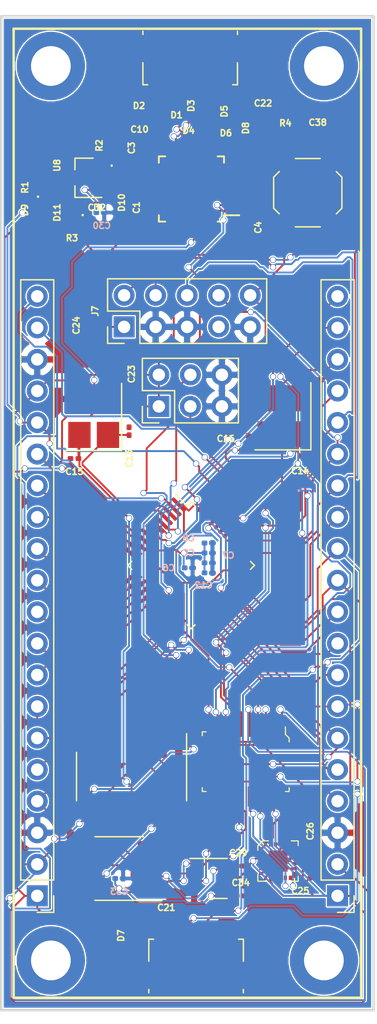
<source format=kicad_pcb>
(kicad_pcb (version 20171130) (host pcbnew "(5.0.2)-1")
  (layers (0 F.Cu signal) (31 B.Cu signal) (34 B.Paste user) (35 F.Paste user) (36 B.SilkS user) (37 F.SilkS user) (38 B.Mask user) (39 F.Mask user) (44 Edge.Cuts user))
  (net 0 "")
  (net 1 GND)
  (net 2 +5V)
  (net 3 +3V3)
  (net 4 /OSC_32_IN)
  (net 5 /OSC_8_IN)
  (net 6 /OSC_32_OUT)
  (net 7 /OSC_8_OUT)
  (net 8 "Net-(C21-Pad2)")
  (net 9 "Net-(C22-Pad2)")
  (net 10 "Net-(D1-Pad2)")
  (net 11 /D+)
  (net 12 "Net-(D3-Pad2)")
  (net 13 /D-)
  (net 14 "Net-(D5-Pad2)")
  (net 15 "Net-(D9-Pad1)")
  (net 16 /LED)
  (net 17 "Net-(D10-Pad1)")
  (net 18 "Net-(D11-Pad1)")
  (net 19 "Net-(J1-Pad1)")
  (net 20 "Net-(J2-Pad1)")
  (net 21 "Net-(J3-Pad1)")
  (net 22 "Net-(J4-Pad1)")
  (net 23 "Net-(J5-Pad4)")
  (net 24 /PA12)
  (net 25 /PA11)
  (net 26 "Net-(J6-Pad4)")
  (net 27 /PA13)
  (net 28 /PA14)
  (net 29 /PB3)
  (net 30 "Net-(J7-Pad7)")
  (net 31 /PA15)
  (net 32 /NRST)
  (net 33 /BOOT0)
  (net 34 /PB2)
  (net 35 /PB15)
  (net 36 /PB14)
  (net 37 /PB13)
  (net 38 /PB12)
  (net 39 /PB11)
  (net 40 /PB10)
  (net 41 /PB9)
  (net 42 /PB8)
  (net 43 /PB7)
  (net 44 /PB6)
  (net 45 /PB5)
  (net 46 /PB4)
  (net 47 /PB1)
  (net 48 /PB0)
  (net 49 /PA0)
  (net 50 /PA1)
  (net 51 /PA2)
  (net 52 /PA3)
  (net 53 /PA4)
  (net 54 /PA5)
  (net 55 /PA6)
  (net 56 /PA7)
  (net 57 /PA8)
  (net 58 /PA9)
  (net 59 /PA10)
  (net 60 /RX)
  (net 61 "Net-(U2-Pad3)")
  (net 62 "Net-(U2-Pad5)")
  (net 63 "Net-(U2-Pad6)")
  (net 64 "Net-(U2-Pad7)")
  (net 65 "Net-(U2-Pad8)")
  (net 66 "Net-(U2-Pad9)")
  (net 67 "Net-(U2-Pad10)")
  (net 68 "Net-(U2-Pad11)")
  (net 69 "Net-(U2-Pad12)")
  (net 70 "Net-(U2-Pad13)")
  (net 71 "Net-(U2-Pad21)")
  (net 72 "Net-(U2-Pad22)")
  (net 73 "Net-(U2-Pad23)")
  (net 74 "Net-(U2-Pad25)")
  (net 75 "Net-(U2-Pad26)")
  (net 76 "Net-(U2-Pad27)")
  (net 77 "Net-(U2-Pad28)")
  (net 78 "Net-(U2-Pad29)")
  (net 79 /TX)
  (net 80 "Net-(U2-Pad31)")
  (net 81 "Net-(U2-Pad32)")
  (net 82 "Net-(U3-Pad6)")
  (net 83 "Net-(U3-Pad9)")
  (net 84 /WR_PR)
  (net 85 /HOLD)
  (net 86 /CLK)
  (net 87 /CS)
  (net 88 /MISO)
  (net 89 /MOSI)
  (net 90 /FSYNC)
  (net 91 /INT)
  (net 92 /SDA)
  (net 93 /SCLK)
  (net 94 "Net-(U6-Pad1)")
  (net 95 "Net-(U6-Pad6)")
  (net 96 "Net-(U6-Pad7)")
  (net 97 "Net-(U2-Pad33)")
  (net 98 "Net-(C38-Pad1)")
  (net 99 "Net-(U6-Pad20)")
  (net 100 "Net-(U6-Pad10)")
  (module Package_QFP:LQFP-32-1EP_5x5mm_P0.5mm_EP3.45x3.45mm (layer F.Cu) (at 146.425 80.1 180)
    (fp_text reference U2 hide)
    (fp_text value CY7C65213A-32LTXI)
    (pad 1 smd rect (at -3.25 -1.75 180) (size 1.2 0.28) (layers F.Cu F.Paste F.Mask) (net 3 +3V3))
    (pad 2 smd rect (at -3.25 -1.25 180) (size 1.2 0.28) (layers F.Cu F.Paste F.Mask) (net 60 /RX))
    (pad 3 smd rect (at -3.25 -0.75 180) (size 1.2 0.28) (layers F.Cu F.Paste F.Mask) (net 61 "Net-(U2-Pad3)"))
    (pad 4 smd rect (at -3.25 -0.25 180) (size 1.2 0.28) (layers F.Cu F.Paste F.Mask) (net 1 GND))
    (pad 5 smd rect (at -3.25 0.25 180) (size 1.2 0.28) (layers F.Cu F.Paste F.Mask) (net 62 "Net-(U2-Pad5)"))
    (pad 6 smd rect (at -3.25 0.75 180) (size 1.2 0.28) (layers F.Cu F.Paste F.Mask) (net 63 "Net-(U2-Pad6)"))
    (pad 7 smd rect (at -3.25 1.25 180) (size 1.2 0.28) (layers F.Cu F.Paste F.Mask) (net 64 "Net-(U2-Pad7)"))
    (pad 8 smd rect (at -3.25 1.75 180) (size 1.2 0.28) (layers F.Cu F.Paste F.Mask) (net 65 "Net-(U2-Pad8)"))
    (pad 9 smd rect (at -1.75 3.25 270) (size 1.2 0.28) (layers F.Cu F.Paste F.Mask) (net 66 "Net-(U2-Pad9)"))
    (pad 10 smd rect (at -1.25 3.25 270) (size 1.2 0.28) (layers F.Cu F.Paste F.Mask) (net 67 "Net-(U2-Pad10)"))
    (pad 11 smd rect (at -0.75 3.25 270) (size 1.2 0.28) (layers F.Cu F.Paste F.Mask) (net 68 "Net-(U2-Pad11)"))
    (pad 12 smd rect (at -0.25 3.25 270) (size 1.2 0.28) (layers F.Cu F.Paste F.Mask) (net 69 "Net-(U2-Pad12)"))
    (pad 13 smd rect (at 0.25 3.25 270) (size 1.2 0.28) (layers F.Cu F.Paste F.Mask) (net 70 "Net-(U2-Pad13)"))
    (pad 14 smd rect (at 0.75 3.25 270) (size 1.2 0.28) (layers F.Cu F.Paste F.Mask) (net 11 /D+))
    (pad 15 smd rect (at 1.25 3.25 270) (size 1.2 0.28) (layers F.Cu F.Paste F.Mask) (net 13 /D-))
    (pad 16 smd rect (at 1.75 3.25 270) (size 1.2 0.28) (layers F.Cu F.Paste F.Mask) (net 2 +5V))
    (pad 17 smd rect (at 3.25 1.75 180) (size 1.2 0.28) (layers F.Cu F.Paste F.Mask) (net 1 GND))
    (pad 18 smd rect (at 3.25 1.25 180) (size 1.2 0.28) (layers F.Cu F.Paste F.Mask) (net 2 +5V))
    (pad 19 smd rect (at 3.25 0.75 180) (size 1.2 0.28) (layers F.Cu F.Paste F.Mask) (net 2 +5V))
    (pad 20 smd rect (at 3.25 0.25 180) (size 1.2 0.28) (layers F.Cu F.Paste F.Mask) (net 1 GND))
    (pad 21 smd rect (at 3.25 -0.25 180) (size 1.2 0.28) (layers F.Cu F.Paste F.Mask) (net 71 "Net-(U2-Pad21)"))
    (pad 22 smd rect (at 3.25 -0.75 180) (size 1.2 0.28) (layers F.Cu F.Paste F.Mask) (net 72 "Net-(U2-Pad22)"))
    (pad 23 smd rect (at 3.25 -1.25 180) (size 1.2 0.28) (layers F.Cu F.Paste F.Mask) (net 73 "Net-(U2-Pad23)"))
    (pad 24 smd rect (at 3.25 -1.75 180) (size 1.2 0.28) (layers F.Cu F.Paste F.Mask) (net 1 GND))
    (pad 25 smd rect (at 1.75 -3.25 270) (size 1.2 0.28) (layers F.Cu F.Paste F.Mask) (net 74 "Net-(U2-Pad25)"))
    (pad 26 smd rect (at 1.25 -3.25 270) (size 1.2 0.28) (layers F.Cu F.Paste F.Mask) (net 75 "Net-(U2-Pad26)"))
    (pad 27 smd rect (at 0.75 -3.25 270) (size 1.2 0.28) (layers F.Cu F.Paste F.Mask) (net 76 "Net-(U2-Pad27)"))
    (pad 28 smd rect (at 0.25 -3.25 270) (size 1.2 0.28) (layers F.Cu F.Paste F.Mask) (net 77 "Net-(U2-Pad28)"))
    (pad 29 smd rect (at -0.25 -3.25 270) (size 1.2 0.28) (layers F.Cu F.Paste F.Mask) (net 78 "Net-(U2-Pad29)"))
    (pad 30 smd rect (at -0.75 -3.25 270) (size 1.2 0.28) (layers F.Cu F.Paste F.Mask) (net 79 /TX))
    (pad 31 smd rect (at -1.25 -3.25 270) (size 1.2 0.28) (layers F.Cu F.Paste F.Mask) (net 80 "Net-(U2-Pad31)"))
    (pad 32 smd rect (at -1.75 -3.25 270) (size 1.2 0.28) (layers F.Cu F.Paste F.Mask) (net 81 "Net-(U2-Pad32)"))
    (pad 33 smd rect (at 0 0 180) (size 3.45 3.45) (layers F.Cu F.Mask) (net 97 "Net-(U2-Pad33)"))
  )
  (module Package_SO:SOIC-8_3.9x4.9mm_P1.27mm (layer F.Cu) (at 140.6 134.8 180)
    (fp_text reference U5 hide)
    (fp_text value W25Q64FV)
    (pad 1 smd roundrect (at -2.475 -1.905 180) (size 1.95 0.6) (layers F.Cu F.Paste F.Mask) (net 39 /PB11))
    (pad 2 smd roundrect (at -2.475 -0.635 180) (size 1.95 0.6) (layers F.Cu F.Paste F.Mask) (net 88 /MISO))
    (pad 3 smd roundrect (at -2.475 0.635 180) (size 1.95 0.6) (layers F.Cu F.Paste F.Mask) (net 84 /WR_PR))
    (pad 4 smd roundrect (at -2.475 1.905 180) (size 1.95 0.6) (layers F.Cu F.Paste F.Mask) (net 1 GND))
    (pad 5 smd roundrect (at 2.475 1.905 180) (size 1.95 0.6) (layers F.Cu F.Paste F.Mask) (net 89 /MOSI))
    (pad 6 smd roundrect (at 2.475 0.635 180) (size 1.95 0.6) (layers F.Cu F.Paste F.Mask) (net 86 /CLK))
    (pad 7 smd roundrect (at 2.475 -0.635 180) (size 1.95 0.6) (layers F.Cu F.Paste F.Mask) (net 85 /HOLD))
    (pad 8 smd roundrect (at 2.475 -1.905 180) (size 1.95 0.6) (layers F.Cu F.Paste F.Mask) (net 2 +5V))
  )
  (module Capacitor_SMD:C_0201_0603Metric (layer F.Cu) (at 141.975 79.9 270)
    (fp_text reference C1 (at 1.7 -0.025 270) (layer F.SilkS) (effects (font (size 0.5 0.5) (thickness 0.125))))
    (fp_text value C_Small)
    (pad 1 smd roundrect (at -0.32 0 270) (size 0.46 0.4) (layers F.Cu F.Mask) (net 2 +5V))
    (pad 2 smd roundrect (at 0.32 0 270) (size 0.46 0.4) (layers F.Cu F.Mask) (net 1 GND))
  )
  (module Capacitor_SMD:C_0201_0603Metric (layer F.Cu) (at 141.975 78.45 90)
    (fp_text reference C3 (at 1.65 -0.375 90) (layer F.SilkS) (effects (font (size 0.5 0.5) (thickness 0.125))))
    (fp_text value C_Small)
    (pad 1 smd roundrect (at -0.32 0 90) (size 0.46 0.4) (layers F.Cu F.Mask) (net 2 +5V))
    (pad 2 smd roundrect (at 0.32 0 90) (size 0.46 0.4) (layers F.Cu F.Mask) (net 1 GND))
  )
  (module Capacitor_SMD:C_0201_0603Metric (layer F.Cu) (at 151.675 81.5 90)
    (fp_text reference C4 (at -1.7 0.125 90) (layer F.SilkS) (effects (font (size 0.5 0.5) (thickness 0.125))))
    (fp_text value C_Small)
    (pad 2 smd roundrect (at 0.32 0 90) (size 0.46 0.4) (layers F.Cu F.Mask) (net 1 GND))
    (pad 1 smd roundrect (at -0.32 0 90) (size 0.46 0.4) (layers F.Cu F.Mask) (net 3 +3V3))
  )
  (module Capacitor_SMD:C_0201_0603Metric (layer B.Cu) (at 146.2 110.6)
    (fp_text reference C6 (at -1.6 0) (layer B.SilkS) (effects (font (size 0.5 0.5) (thickness 0.125)) (justify mirror)))
    (fp_text value 10N)
    (pad 1 smd roundrect (at -0.32 0) (size 0.46 0.4) (layers B.Cu B.Mask) (net 3 +3V3))
    (pad 2 smd roundrect (at 0.32 0) (size 0.46 0.4) (layers B.Cu B.Mask) (net 1 GND))
  )
  (module Capacitor_SMD:C_0201_0603Metric (layer B.Cu) (at 147.8 109.4)
    (fp_text reference C7 (at 1.6 0.2) (layer B.SilkS) (effects (font (size 0.5 0.5) (thickness 0.125)) (justify mirror)))
    (fp_text value 10N)
    (pad 2 smd roundrect (at 0.32 0) (size 0.46 0.4) (layers B.Cu B.Mask) (net 1 GND))
    (pad 1 smd roundrect (at -0.32 0) (size 0.46 0.4) (layers B.Cu B.Mask) (net 3 +3V3))
  )
  (module Capacitor_SMD:C_0201_0603Metric (layer B.Cu) (at 147.8 108.6)
    (fp_text reference C8 (at -1.6 -0.4) (layer B.SilkS) (effects (font (size 0.5 0.5) (thickness 0.125)) (justify mirror)))
    (fp_text value 10N)
    (pad 1 smd roundrect (at -0.32 0) (size 0.46 0.4) (layers B.Cu B.Mask) (net 3 +3V3))
    (pad 2 smd roundrect (at 0.32 0) (size 0.46 0.4) (layers B.Cu B.Mask) (net 1 GND))
  )
  (module Capacitor_SMD:C_0201_0603Metric (layer B.Cu) (at 147.8 110.2)
    (fp_text reference C9 (at -1.6 -0.8) (layer B.SilkS) (effects (font (size 0.5 0.5) (thickness 0.125)) (justify mirror)))
    (fp_text value 10N)
    (pad 2 smd roundrect (at 0.32 0) (size 0.46 0.4) (layers B.Cu B.Mask) (net 1 GND))
    (pad 1 smd roundrect (at -0.32 0) (size 0.46 0.4) (layers B.Cu B.Mask) (net 3 +3V3))
  )
  (module Capacitor_SMD:C_0201_0603Metric (layer F.Cu) (at 144.075 75.3 90)
    (fp_text reference C10 (at 0 -1.835 180) (layer F.SilkS) (effects (font (size 0.5 0.5) (thickness 0.125))))
    (fp_text value C_Small)
    (pad 2 smd roundrect (at 0.32 0 90) (size 0.46 0.4) (layers F.Cu F.Mask) (net 1 GND))
    (pad 1 smd roundrect (at -0.32 0 90) (size 0.46 0.4) (layers F.Cu F.Mask) (net 2 +5V))
  )
  (module Capacitor_SMD:C_0201_0603Metric (layer B.Cu) (at 147.8 111)
    (fp_text reference C12 (at -0.4 1) (layer B.SilkS) (effects (font (size 0.5 0.5) (thickness 0.125)) (justify mirror)))
    (fp_text value 10N)
    (pad 1 smd roundrect (at -0.32 0) (size 0.46 0.4) (layers B.Cu B.Mask) (net 3 +3V3))
    (pad 2 smd roundrect (at 0.32 0) (size 0.46 0.4) (layers B.Cu B.Mask) (net 1 GND))
  )
  (module Capacitor_SMD:C_0201_0603Metric (layer F.Cu) (at 141.4 99.6 90)
    (fp_text reference C13 (at -2.2 0 90) (layer F.SilkS) (effects (font (size 0.5 0.5) (thickness 0.125))))
    (fp_text value C_Small)
    (pad 1 smd roundrect (at -0.32 0 90) (size 0.46 0.4) (layers F.Cu F.Mask) (net 4 /OSC_32_IN))
    (pad 2 smd roundrect (at 0.32 0 90) (size 0.46 0.4) (layers F.Cu F.Mask) (net 1 GND))
  )
  (module Capacitor_SMD:C_0201_0603Metric (layer F.Cu) (at 155.6 101.6)
    (fp_text reference C14 (at -0.4 1.2) (layer F.SilkS) (effects (font (size 0.5 0.5) (thickness 0.125))))
    (fp_text value C_Small)
    (pad 1 smd roundrect (at -0.32 0) (size 0.46 0.4) (layers F.Cu F.Mask) (net 5 /OSC_8_IN))
    (pad 2 smd roundrect (at 0.32 0) (size 0.46 0.4) (layers F.Cu F.Mask) (net 1 GND))
  )
  (module Capacitor_SMD:C_0201_0603Metric (layer F.Cu) (at 137 101.8 180)
    (fp_text reference C15 (at 0 -1.05 180) (layer F.SilkS) (effects (font (size 0.5 0.5) (thickness 0.125))))
    (fp_text value C_Small)
    (pad 2 smd roundrect (at 0.32 0 180) (size 0.46 0.4) (layers F.Cu F.Mask) (net 1 GND))
    (pad 1 smd roundrect (at -0.32 0 180) (size 0.46 0.4) (layers F.Cu F.Mask) (net 6 /OSC_32_OUT))
  )
  (module Capacitor_SMD:C_0201_0603Metric (layer F.Cu) (at 151 100.28 90)
    (fp_text reference C16 (at 0.08 -1.8 180) (layer F.SilkS) (effects (font (size 0.5 0.5) (thickness 0.125))))
    (fp_text value C_Small)
    (pad 2 smd roundrect (at 0.32 0 90) (size 0.46 0.4) (layers F.Cu F.Mask) (net 1 GND))
    (pad 1 smd roundrect (at -0.32 0 90) (size 0.46 0.4) (layers F.Cu F.Mask) (net 7 /OSC_8_OUT))
  )
  (module Capacitor_SMD:C_0201_0603Metric (layer F.Cu) (at 144.4 139)
    (fp_text reference C21 (at 0 -1.05) (layer F.SilkS) (effects (font (size 0.5 0.5) (thickness 0.125))))
    (fp_text value 10N)
    (pad 1 smd roundrect (at -0.32 0) (size 0.46 0.4) (layers F.Cu F.Mask) (net 1 GND))
    (pad 2 smd roundrect (at 0.32 0) (size 0.46 0.4) (layers F.Cu F.Mask) (net 8 "Net-(C21-Pad2)"))
  )
  (module Capacitor_SMD:C_0201_0603Metric (layer F.Cu) (at 150.525 73.4 90)
    (fp_text reference C22 (at 0.2 1.675 180) (layer F.SilkS) (effects (font (size 0.5 0.5) (thickness 0.125))))
    (fp_text value 10N)
    (pad 2 smd roundrect (at 0.32 0 90) (size 0.46 0.4) (layers F.Cu F.Mask) (net 9 "Net-(C22-Pad2)"))
    (pad 1 smd roundrect (at -0.32 0 90) (size 0.46 0.4) (layers F.Cu F.Mask) (net 1 GND))
  )
  (module Capacitor_SMD:C_0201_0603Metric (layer F.Cu) (at 141.6 97.4 90)
    (fp_text reference C23 (at 2.4 0 90) (layer F.SilkS) (effects (font (size 0.5 0.5) (thickness 0.125))))
    (fp_text value 0.1U)
    (pad 1 smd roundrect (at -0.32 0 90) (size 0.46 0.4) (layers F.Cu F.Mask) (net 3 +3V3))
    (pad 2 smd roundrect (at 0.32 0 90) (size 0.46 0.4) (layers F.Cu F.Mask) (net 1 GND))
  )
  (module Capacitor_SMD:C_0201_0603Metric (layer F.Cu) (at 138.2 91.08 90)
    (fp_text reference C24 (at 0 -1.05 90) (layer F.SilkS) (effects (font (size 0.5 0.5) (thickness 0.125))))
    (fp_text value C_Small)
    (pad 2 smd roundrect (at 0.32 0 90) (size 0.46 0.4) (layers F.Cu F.Mask) (net 1 GND))
    (pad 1 smd roundrect (at -0.32 0 90) (size 0.46 0.4) (layers F.Cu F.Mask) (net 2 +5V))
  )
  (module Capacitor_SMD:C_0201_0603Metric (layer F.Cu) (at 156 135.2 90)
    (fp_text reference C25 (at -1.4 -0.8 180) (layer F.SilkS) (effects (font (size 0.5 0.5) (thickness 0.125))))
    (fp_text value 0.1U)
    (pad 1 smd roundrect (at -0.32 0 90) (size 0.46 0.4) (layers F.Cu F.Mask) (net 2 +5V))
    (pad 2 smd roundrect (at 0.32 0 90) (size 0.46 0.4) (layers F.Cu F.Mask) (net 1 GND))
  )
  (module Capacitor_SMD:C_0201_0603Metric (layer F.Cu) (at 156 133.8 90)
    (fp_text reference C26 (at 2 0 270) (layer F.SilkS) (effects (font (size 0.5 0.5) (thickness 0.125))))
    (fp_text value 0.1U)
    (pad 1 smd roundrect (at -0.32 0 90) (size 0.46 0.4) (layers F.Cu F.Mask) (net 2 +5V))
    (pad 2 smd roundrect (at 0.32 0 90) (size 0.46 0.4) (layers F.Cu F.Mask) (net 1 GND))
  )
  (module Capacitor_SMD:C_0201_0603Metric (layer F.Cu) (at 150.2 134.6)
    (fp_text reference C29 (at 0 -1.05) (layer F.SilkS) (effects (font (size 0.5 0.5) (thickness 0.125))))
    (fp_text value 0.1U)
    (pad 1 smd roundrect (at -0.32 0) (size 0.46 0.4) (layers F.Cu F.Mask) (net 3 +3V3))
    (pad 2 smd roundrect (at 0.32 0) (size 0.46 0.4) (layers F.Cu F.Mask) (net 1 GND))
  )
  (module Capacitor_SMD:C_0201_0603Metric (layer B.Cu) (at 139.08 82)
    (fp_text reference C30 (at 0.12 1.05) (layer B.SilkS) (effects (font (size 0.5 0.5) (thickness 0.125)) (justify mirror)))
    (fp_text value C_Small)
    (pad 1 smd roundrect (at -0.32 0) (size 0.46 0.4) (layers B.Cu B.Mask) (net 2 +5V))
    (pad 2 smd roundrect (at 0.32 0) (size 0.46 0.4) (layers B.Cu B.Mask) (net 1 GND))
  )
  (module Capacitor_SMD:C_0201_0603Metric (layer F.Cu) (at 136.8 81.4)
    (fp_text reference C32 (at 2 0.2 180) (layer F.SilkS) (effects (font (size 0.5 0.5) (thickness 0.125))))
    (fp_text value C_Small)
    (pad 2 smd roundrect (at 0.32 0) (size 0.46 0.4) (layers F.Cu F.Mask) (net 1 GND))
    (pad 1 smd roundrect (at -0.32 0) (size 0.46 0.4) (layers F.Cu F.Mask) (net 3 +3V3))
  )
  (module Capacitor_SMD:C_0201_0603Metric (layer B.Cu) (at 140.6 135.6)
    (fp_text reference C33 (at 0 1.05) (layer B.SilkS) (effects (font (size 0.5 0.5) (thickness 0.125)) (justify mirror)))
    (fp_text value 0.1U)
    (pad 2 smd roundrect (at 0.32 0) (size 0.46 0.4) (layers B.Cu B.Mask) (net 1 GND))
    (pad 1 smd roundrect (at -0.32 0) (size 0.46 0.4) (layers B.Cu B.Mask) (net 2 +5V))
  )
  (module Capacitor_SMD:C_0201_0603Metric (layer F.Cu) (at 150.4 137)
    (fp_text reference C34 (at 0 -1.05) (layer F.SilkS) (effects (font (size 0.5 0.5) (thickness 0.125))))
    (fp_text value 0.1U)
    (pad 2 smd roundrect (at 0.32 0) (size 0.46 0.4) (layers F.Cu F.Mask) (net 1 GND))
    (pad 1 smd roundrect (at -0.32 0) (size 0.46 0.4) (layers F.Cu F.Mask) (net 2 +5V))
  )
  (module Capacitor_SMD:C_0201_0603Metric (layer F.Cu) (at 156.6 75.8)
    (fp_text reference C38 (at 0 -1.05) (layer F.SilkS) (effects (font (size 0.5 0.5) (thickness 0.125))))
    (fp_text value C_Small)
    (pad 2 smd roundrect (at 0.32 0) (size 0.46 0.4) (layers F.Cu F.Mask) (net 1 GND))
    (pad 1 smd roundrect (at -0.32 0) (size 0.46 0.4) (layers F.Cu F.Mask) (net 98 "Net-(C38-Pad1)"))
  )
  (module Resistor_SMD:R_0201_0603Metric (layer F.Cu) (at 145.225 73.1 180)
    (fp_text reference D1 (at 0 -1.05) (layer F.SilkS) (effects (font (size 0.5 0.5) (thickness 0.125))))
    (fp_text value 1.5KExxA)
    (pad 1 smd roundrect (at -0.32 0 180) (size 0.46 0.4) (layers F.Cu F.Mask) (net 11 /D+))
    (pad 2 smd roundrect (at 0.32 0 180) (size 0.46 0.4) (layers F.Cu F.Mask) (net 10 "Net-(D1-Pad2)"))
  )
  (module Resistor_SMD:R_0201_0603Metric (layer F.Cu) (at 143.825 73.1)
    (fp_text reference D2 (at -1.625 0.3 180) (layer F.SilkS) (effects (font (size 0.5 0.5) (thickness 0.125))))
    (fp_text value 1.5KExxA)
    (pad 2 smd roundrect (at 0.32 0) (size 0.46 0.4) (layers F.Cu F.Mask) (net 10 "Net-(D1-Pad2)"))
    (pad 1 smd roundrect (at -0.32 0) (size 0.46 0.4) (layers F.Cu F.Mask) (net 1 GND))
  )
  (module Resistor_SMD:R_0201_0603Metric (layer F.Cu) (at 147.325 73.38 270)
    (fp_text reference D3 (at 0.02 0.925 90) (layer F.SilkS) (effects (font (size 0.5 0.5) (thickness 0.125))))
    (fp_text value 1.5KExxA)
    (pad 1 smd roundrect (at -0.32 0 270) (size 0.46 0.4) (layers F.Cu F.Mask) (net 13 /D-))
    (pad 2 smd roundrect (at 0.32 0 270) (size 0.46 0.4) (layers F.Cu F.Mask) (net 12 "Net-(D3-Pad2)"))
  )
  (module Resistor_SMD:R_0201_0603Metric (layer F.Cu) (at 147.325 74.8 90)
    (fp_text reference D4 (at -0.6 -1.125 180) (layer F.SilkS) (effects (font (size 0.5 0.5) (thickness 0.125))))
    (fp_text value 1.5KExxA)
    (pad 2 smd roundrect (at 0.32 0 90) (size 0.46 0.4) (layers F.Cu F.Mask) (net 12 "Net-(D3-Pad2)"))
    (pad 1 smd roundrect (at -0.32 0 90) (size 0.46 0.4) (layers F.Cu F.Mask) (net 1 GND))
  )
  (module Resistor_SMD:R_0201_0603Metric (layer F.Cu) (at 148.025 73.85 270)
    (fp_text reference D5 (at 0 -1.05 90) (layer F.SilkS) (effects (font (size 0.5 0.5) (thickness 0.125))))
    (fp_text value 1.5KExxA)
    (pad 1 smd roundrect (at -0.32 0 270) (size 0.46 0.4) (layers F.Cu F.Mask) (net 2 +5V))
    (pad 2 smd roundrect (at 0.32 0 270) (size 0.46 0.4) (layers F.Cu F.Mask) (net 14 "Net-(D5-Pad2)"))
  )
  (module Resistor_SMD:R_0201_0603Metric (layer F.Cu) (at 148.025 75.3 90)
    (fp_text reference D6 (at -0.3 1.175 180) (layer F.SilkS) (effects (font (size 0.5 0.5) (thickness 0.125))))
    (fp_text value 1.5KExxA)
    (pad 2 smd roundrect (at 0.32 0 90) (size 0.46 0.4) (layers F.Cu F.Mask) (net 14 "Net-(D5-Pad2)"))
    (pad 1 smd roundrect (at -0.32 0 90) (size 0.46 0.4) (layers F.Cu F.Mask) (net 1 GND))
  )
  (module Resistor_SMD:R_0201_0603Metric (layer F.Cu) (at 141.8 140.2 90)
    (fp_text reference D7 (at 0 -1.05 90) (layer F.SilkS) (effects (font (size 0.5 0.5) (thickness 0.125))))
    (fp_text value DIODE)
    (pad 1 smd roundrect (at -0.32 0 90) (size 0.46 0.4) (layers F.Cu F.Mask) (net 8 "Net-(C21-Pad2)"))
    (pad 2 smd roundrect (at 0.32 0 90) (size 0.46 0.4) (layers F.Cu F.Mask) (net 2 +5V))
  )
  (module Resistor_SMD:R_0201_0603Metric (layer F.Cu) (at 149.825 73.88 270)
    (fp_text reference D8 (at 1.32 -0.975 270) (layer F.SilkS) (effects (font (size 0.5 0.5) (thickness 0.125))))
    (fp_text value DIODE)
    (pad 1 smd roundrect (at -0.32 0 270) (size 0.46 0.4) (layers F.Cu F.Mask) (net 9 "Net-(C22-Pad2)"))
    (pad 2 smd roundrect (at 0.32 0 270) (size 0.46 0.4) (layers F.Cu F.Mask) (net 2 +5V))
  )
  (module LED_SMD:LED_0201_0603Metric (layer F.Cu) (at 134.062866 81.578412 270)
    (fp_text reference D9 (at 0.221588 1.062866 270) (layer F.SilkS) (effects (font (size 0.5 0.5) (thickness 0.125))))
    (fp_text value LED)
    (pad 1 smd roundrect (at -0.32 0 270) (size 0.46 0.4) (layers F.Cu F.Mask) (net 15 "Net-(D9-Pad1)"))
    (pad 2 smd roundrect (at 0.32 0 270) (size 0.46 0.4) (layers F.Cu F.Mask) (net 16 /LED))
  )
  (module LED_SMD:LED_0201_0603Metric (layer F.Cu) (at 140 79.08 270)
    (fp_text reference D10 (at 2.12 -0.8 270) (layer F.SilkS) (effects (font (size 0.5 0.5) (thickness 0.125))))
    (fp_text value LED)
    (pad 2 smd roundrect (at 0.32 0 270) (size 0.46 0.4) (layers F.Cu F.Mask) (net 2 +5V))
    (pad 1 smd roundrect (at -0.32 0 270) (size 0.46 0.4) (layers F.Cu F.Mask) (net 17 "Net-(D10-Pad1)"))
  )
  (module LED_SMD:LED_0201_0603Metric (layer F.Cu) (at 136.8 82.2 180)
    (fp_text reference D11 (at 1.2 0.2 270) (layer F.SilkS) (effects (font (size 0.5 0.5) (thickness 0.125))))
    (fp_text value LED)
    (pad 1 smd roundrect (at -0.32 0 180) (size 0.46 0.4) (layers F.Cu F.Mask) (net 18 "Net-(D11-Pad1)"))
    (pad 2 smd roundrect (at 0.32 0 180) (size 0.46 0.4) (layers F.Cu F.Mask) (net 3 +3V3))
  )
  (module Mounting_Holes:MountingHole_3.2mm_M3_ISO14580_Pad (layer F.Cu) (at 135.1 70.2)
    (fp_text reference J1 hide)
    (fp_text value Conn_01x01)
    (pad 1 thru_hole circle (at 0 0) (size 5.5 5.5) (drill 3.2) (layers *.Cu *.Mask) (net 19 "Net-(J1-Pad1)"))
  )
  (module Mounting_Holes:MountingHole_3.2mm_M3_ISO14580_Pad (layer F.Cu) (at 157.1 70.2)
    (fp_text reference J2 hide)
    (fp_text value Conn_01x01)
    (pad 1 thru_hole circle (at 0 0) (size 5.5 5.5) (drill 3.2) (layers *.Cu *.Mask) (net 20 "Net-(J2-Pad1)"))
  )
  (module Mounting_Holes:MountingHole_3.2mm_M3_ISO14580_Pad (layer F.Cu) (at 135.1 142.2)
    (fp_text reference J3 hide)
    (fp_text value Conn_01x01)
    (pad 1 thru_hole circle (at 0 0) (size 5.5 5.5) (drill 3.2) (layers *.Cu *.Mask) (net 21 "Net-(J3-Pad1)"))
  )
  (module Mounting_Holes:MountingHole_3.2mm_M3_ISO14580_Pad (layer F.Cu) (at 157.1 142.2)
    (fp_text reference J4 hide)
    (fp_text value Conn_01x01)
    (pad 1 thru_hole circle (at 0 0) (size 5.5 5.5) (drill 3.2) (layers *.Cu *.Mask) (net 22 "Net-(J4-Pad1)"))
  )
  (module Connector_USB:USB_Micro-B_Molex_47346-0001 (layer F.Cu) (at 146.8 142.2)
    (fp_text reference J5 hide)
    (fp_text value USB_B_Micro)
    (pad 6 smd rect (at 0.84 1.2) (size 1.175 1.9) (layers F.Cu F.Paste F.Mask) (net 1 GND))
    (pad 6 smd rect (at -0.84 1.2) (size 1.175 1.9) (layers F.Cu F.Paste F.Mask) (net 1 GND))
    (pad 6 smd rect (at 2.91 1.2) (size 2.375 1.9) (layers F.Cu F.Paste F.Mask) (net 1 GND))
    (pad 6 smd rect (at -2.91 1.2) (size 2.375 1.9) (layers F.Cu F.Paste F.Mask) (net 1 GND))
    (pad 6 smd rect (at 2.4625 -1.1) (size 1.475 2.1) (layers F.Cu F.Paste F.Mask) (net 1 GND))
    (pad 6 smd rect (at -2.4625 -1.1) (size 1.475 2.1) (layers F.Cu F.Paste F.Mask) (net 1 GND))
    (pad 5 smd rect (at 1.3 -1.46) (size 0.45 1.38) (layers F.Cu F.Paste F.Mask) (net 1 GND))
    (pad 4 smd rect (at 0.65 -1.46) (size 0.45 1.38) (layers F.Cu F.Paste F.Mask) (net 23 "Net-(J5-Pad4)"))
    (pad 3 smd rect (at 0 -1.46) (size 0.45 1.38) (layers F.Cu F.Paste F.Mask) (net 24 /PA12))
    (pad 2 smd rect (at -0.65 -1.46) (size 0.45 1.38) (layers F.Cu F.Paste F.Mask) (net 25 /PA11))
    (pad 1 smd rect (at -1.3 -1.46) (size 0.45 1.38) (layers F.Cu F.Paste F.Mask) (net 8 "Net-(C21-Pad2)"))
  )
  (module Connector_USB:USB_Micro-B_Molex_47346-0001 (layer F.Cu) (at 146.325 70 180)
    (fp_text reference J6 hide)
    (fp_text value USB_B_Micro)
    (pad 1 smd rect (at -1.3 -1.46 180) (size 0.45 1.38) (layers F.Cu F.Paste F.Mask) (net 9 "Net-(C22-Pad2)"))
    (pad 2 smd rect (at -0.65 -1.46 180) (size 0.45 1.38) (layers F.Cu F.Paste F.Mask) (net 13 /D-))
    (pad 3 smd rect (at 0 -1.46 180) (size 0.45 1.38) (layers F.Cu F.Paste F.Mask) (net 11 /D+))
    (pad 4 smd rect (at 0.65 -1.46 180) (size 0.45 1.38) (layers F.Cu F.Paste F.Mask) (net 26 "Net-(J6-Pad4)"))
    (pad 5 smd rect (at 1.3 -1.46 180) (size 0.45 1.38) (layers F.Cu F.Paste F.Mask) (net 1 GND))
    (pad 6 smd rect (at -2.4625 -1.1 180) (size 1.475 2.1) (layers F.Cu F.Paste F.Mask) (net 1 GND))
    (pad 6 smd rect (at 2.4625 -1.1 180) (size 1.475 2.1) (layers F.Cu F.Paste F.Mask) (net 1 GND))
    (pad 6 smd rect (at -2.91 1.2 180) (size 2.375 1.9) (layers F.Cu F.Paste F.Mask) (net 1 GND))
    (pad 6 smd rect (at 2.91 1.2 180) (size 2.375 1.9) (layers F.Cu F.Paste F.Mask) (net 1 GND))
    (pad 6 smd rect (at -0.84 1.2 180) (size 1.175 1.9) (layers F.Cu F.Paste F.Mask) (net 1 GND))
    (pad 6 smd rect (at 0.84 1.2 180) (size 1.175 1.9) (layers F.Cu F.Paste F.Mask) (net 1 GND))
  )
  (module Connector_PinHeader_2.54mm:PinHeader_2x05_P2.54mm_Vertical (layer F.Cu) (at 141 91.2 90)
    (fp_text reference J7 (at 1.27 -2.33 90) (layer F.SilkS) (effects (font (size 0.5 0.5) (thickness 0.125))))
    (fp_text value Conn_ARM_JTAG_SWD_10)
    (pad 1 thru_hole rect (at 0 0 90) (size 1.7 1.7) (drill 1) (layers *.Cu *.Mask) (net 2 +5V))
    (pad 2 thru_hole oval (at 2.54 0 90) (size 1.7 1.7) (drill 1) (layers *.Cu *.Mask) (net 27 /PA13))
    (pad 3 thru_hole oval (at 0 2.54 90) (size 1.7 1.7) (drill 1) (layers *.Cu *.Mask) (net 1 GND))
    (pad 4 thru_hole oval (at 2.54 2.54 90) (size 1.7 1.7) (drill 1) (layers *.Cu *.Mask) (net 28 /PA14))
    (pad 5 thru_hole oval (at 0 5.08 90) (size 1.7 1.7) (drill 1) (layers *.Cu *.Mask) (net 1 GND))
    (pad 6 thru_hole oval (at 2.54 5.08 90) (size 1.7 1.7) (drill 1) (layers *.Cu *.Mask) (net 29 /PB3))
    (pad 7 thru_hole oval (at 0 7.62 90) (size 1.7 1.7) (drill 1) (layers *.Cu *.Mask) (net 30 "Net-(J7-Pad7)"))
    (pad 8 thru_hole oval (at 2.54 7.62 90) (size 1.7 1.7) (drill 1) (layers *.Cu *.Mask) (net 31 /PA15))
    (pad 9 thru_hole oval (at 0 10.16 90) (size 1.7 1.7) (drill 1) (layers *.Cu *.Mask) (net 1 GND))
    (pad 10 thru_hole oval (at 2.54 10.16 90) (size 1.7 1.7) (drill 1) (layers *.Cu *.Mask) (net 32 /NRST))
  )
  (module Connector_PinHeader_2.54mm:PinHeader_2x03_P2.54mm_Vertical (layer F.Cu) (at 143.8 97.6 90)
    (fp_text reference J8 hide)
    (fp_text value Conn_02x03_Counter_Clockwise)
    (pad 1 thru_hole rect (at 0 0 90) (size 1.7 1.7) (drill 1) (layers *.Cu *.Mask) (net 3 +3V3))
    (pad 2 thru_hole oval (at 2.54 0 90) (size 1.7 1.7) (drill 1) (layers *.Cu *.Mask) (net 3 +3V3))
    (pad 3 thru_hole oval (at 0 2.54 90) (size 1.7 1.7) (drill 1) (layers *.Cu *.Mask) (net 33 /BOOT0))
    (pad 4 thru_hole oval (at 2.54 2.54 90) (size 1.7 1.7) (drill 1) (layers *.Cu *.Mask) (net 34 /PB2))
    (pad 5 thru_hole oval (at 0 5.08 90) (size 1.7 1.7) (drill 1) (layers *.Cu *.Mask) (net 1 GND))
    (pad 6 thru_hole oval (at 2.54 5.08 90) (size 1.7 1.7) (drill 1) (layers *.Cu *.Mask) (net 1 GND))
  )
  (module Connector_PinHeader_2.54mm:PinHeader_1x20_P2.54mm_Vertical (layer F.Cu) (at 134 137 180)
    (fp_text reference J9 hide)
    (fp_text value Conn_01x20)
    (pad 1 thru_hole rect (at 0 0 180) (size 1.7 1.7) (drill 1) (layers *.Cu *.Mask) (net 2 +5V))
    (pad 2 thru_hole oval (at 0 2.54 180) (size 1.7 1.7) (drill 1) (layers *.Cu *.Mask) (net 3 +3V3))
    (pad 3 thru_hole oval (at 0 5.08 180) (size 1.7 1.7) (drill 1) (layers *.Cu *.Mask) (net 1 GND))
    (pad 4 thru_hole oval (at 0 7.62 180) (size 1.7 1.7) (drill 1) (layers *.Cu *.Mask) (net 39 /PB11))
    (pad 5 thru_hole oval (at 0 10.16 180) (size 1.7 1.7) (drill 1) (layers *.Cu *.Mask) (net 40 /PB10))
    (pad 6 thru_hole oval (at 0 12.7 180) (size 1.7 1.7) (drill 1) (layers *.Cu *.Mask) (net 47 /PB1))
    (pad 7 thru_hole oval (at 0 15.24 180) (size 1.7 1.7) (drill 1) (layers *.Cu *.Mask) (net 48 /PB0))
    (pad 8 thru_hole oval (at 0 17.78 180) (size 1.7 1.7) (drill 1) (layers *.Cu *.Mask) (net 56 /PA7))
    (pad 9 thru_hole oval (at 0 20.32 180) (size 1.7 1.7) (drill 1) (layers *.Cu *.Mask) (net 55 /PA6))
    (pad 10 thru_hole oval (at 0 22.86 180) (size 1.7 1.7) (drill 1) (layers *.Cu *.Mask) (net 54 /PA5))
    (pad 11 thru_hole oval (at 0 25.4 180) (size 1.7 1.7) (drill 1) (layers *.Cu *.Mask) (net 53 /PA4))
    (pad 12 thru_hole oval (at 0 27.94 180) (size 1.7 1.7) (drill 1) (layers *.Cu *.Mask) (net 52 /PA3))
    (pad 13 thru_hole oval (at 0 30.48 180) (size 1.7 1.7) (drill 1) (layers *.Cu *.Mask) (net 51 /PA2))
    (pad 14 thru_hole oval (at 0 33.02 180) (size 1.7 1.7) (drill 1) (layers *.Cu *.Mask) (net 50 /PA1))
    (pad 15 thru_hole oval (at 0 35.56 180) (size 1.7 1.7) (drill 1) (layers *.Cu *.Mask) (net 49 /PA0))
    (pad 16 thru_hole oval (at 0 38.1 180) (size 1.7 1.7) (drill 1) (layers *.Cu *.Mask) (net 16 /LED))
    (pad 17 thru_hole oval (at 0 40.64 180) (size 1.7 1.7) (drill 1) (layers *.Cu *.Mask) (net 3 +3V3))
    (pad 18 thru_hole oval (at 0 43.18 180) (size 1.7 1.7) (drill 1) (layers *.Cu *.Mask) (net 1 GND))
    (pad 19 thru_hole oval (at 0 45.72 180) (size 1.7 1.7) (drill 1) (layers *.Cu *.Mask) (net 42 /PB8))
    (pad 20 thru_hole oval (at 0 48.26 180) (size 1.7 1.7) (drill 1) (layers *.Cu *.Mask) (net 41 /PB9))
  )
  (module Connector_PinHeader_2.54mm:PinHeader_1x20_P2.54mm_Vertical (layer F.Cu) (at 158.2 137 180)
    (fp_text reference J10 hide)
    (fp_text value Conn_01x20)
    (pad 20 thru_hole oval (at 0 48.26 180) (size 1.7 1.7) (drill 1) (layers *.Cu *.Mask) (net 43 /PB7))
    (pad 19 thru_hole oval (at 0 45.72 180) (size 1.7 1.7) (drill 1) (layers *.Cu *.Mask) (net 44 /PB6))
    (pad 18 thru_hole oval (at 0 43.18 180) (size 1.7 1.7) (drill 1) (layers *.Cu *.Mask) (net 45 /PB5))
    (pad 17 thru_hole oval (at 0 40.64 180) (size 1.7 1.7) (drill 1) (layers *.Cu *.Mask) (net 46 /PB4))
    (pad 16 thru_hole oval (at 0 38.1 180) (size 1.7 1.7) (drill 1) (layers *.Cu *.Mask) (net 29 /PB3))
    (pad 15 thru_hole oval (at 0 35.56 180) (size 1.7 1.7) (drill 1) (layers *.Cu *.Mask) (net 31 /PA15))
    (pad 14 thru_hole oval (at 0 33.02 180) (size 1.7 1.7) (drill 1) (layers *.Cu *.Mask) (net 28 /PA14))
    (pad 13 thru_hole oval (at 0 30.48 180) (size 1.7 1.7) (drill 1) (layers *.Cu *.Mask) (net 27 /PA13))
    (pad 12 thru_hole oval (at 0 27.94 180) (size 1.7 1.7) (drill 1) (layers *.Cu *.Mask) (net 24 /PA12))
    (pad 11 thru_hole oval (at 0 25.4 180) (size 1.7 1.7) (drill 1) (layers *.Cu *.Mask) (net 25 /PA11))
    (pad 10 thru_hole oval (at 0 22.86 180) (size 1.7 1.7) (drill 1) (layers *.Cu *.Mask) (net 59 /PA10))
    (pad 9 thru_hole oval (at 0 20.32 180) (size 1.7 1.7) (drill 1) (layers *.Cu *.Mask) (net 58 /PA9))
    (pad 8 thru_hole oval (at 0 17.78 180) (size 1.7 1.7) (drill 1) (layers *.Cu *.Mask) (net 57 /PA8))
    (pad 7 thru_hole oval (at 0 15.24 180) (size 1.7 1.7) (drill 1) (layers *.Cu *.Mask) (net 35 /PB15))
    (pad 6 thru_hole oval (at 0 12.7 180) (size 1.7 1.7) (drill 1) (layers *.Cu *.Mask) (net 36 /PB14))
    (pad 5 thru_hole oval (at 0 10.16 180) (size 1.7 1.7) (drill 1) (layers *.Cu *.Mask) (net 37 /PB13))
    (pad 4 thru_hole oval (at 0 7.62 180) (size 1.7 1.7) (drill 1) (layers *.Cu *.Mask) (net 38 /PB12))
    (pad 3 thru_hole oval (at 0 5.08 180) (size 1.7 1.7) (drill 1) (layers *.Cu *.Mask) (net 1 GND))
    (pad 2 thru_hole oval (at 0 2.54 180) (size 1.7 1.7) (drill 1) (layers *.Cu *.Mask) (net 3 +3V3))
    (pad 1 thru_hole rect (at 0 0 180) (size 1.7 1.7) (drill 1) (layers *.Cu *.Mask) (net 2 +5V))
  )
  (module Resistor_SMD:R_0201_0603Metric (layer F.Cu) (at 134.062866 79.978412 90)
    (fp_text reference R1 (at 0 -1.05 90) (layer F.SilkS) (effects (font (size 0.5 0.5) (thickness 0.125))))
    (fp_text value R)
    (pad 2 smd roundrect (at 0.32 0 90) (size 0.46 0.4) (layers F.Cu F.Mask) (net 1 GND))
    (pad 1 smd roundrect (at -0.32 0 90) (size 0.46 0.4) (layers F.Cu F.Mask) (net 15 "Net-(D9-Pad1)"))
  )
  (module Resistor_SMD:R_0201_0603Metric (layer F.Cu) (at 140 77.6 90)
    (fp_text reference R2 (at 1 -1 90) (layer F.SilkS) (effects (font (size 0.5 0.5) (thickness 0.125))))
    (fp_text value R)
    (pad 1 smd roundrect (at -0.32 0 90) (size 0.46 0.4) (layers F.Cu F.Mask) (net 17 "Net-(D10-Pad1)"))
    (pad 2 smd roundrect (at 0.32 0 90) (size 0.46 0.4) (layers F.Cu F.Mask) (net 1 GND))
  )
  (module Resistor_SMD:R_0201_0603Metric (layer F.Cu) (at 136.8 83 180)
    (fp_text reference R3 (at 0 -1.05 180) (layer F.SilkS) (effects (font (size 0.5 0.5) (thickness 0.125))))
    (fp_text value R)
    (pad 2 smd roundrect (at 0.32 0 180) (size 0.46 0.4) (layers F.Cu F.Mask) (net 1 GND))
    (pad 1 smd roundrect (at -0.32 0 180) (size 0.46 0.4) (layers F.Cu F.Mask) (net 18 "Net-(D11-Pad1)"))
  )
  (module Resistor_SMD:R_0201_0603Metric (layer F.Cu) (at 155.2 75.8 180)
    (fp_text reference R4 (at 1.2 1 180) (layer F.SilkS) (effects (font (size 0.5 0.5) (thickness 0.125))))
    (fp_text value R)
    (pad 2 smd roundrect (at 0.32 0 180) (size 0.46 0.4) (layers F.Cu F.Mask) (net 32 /NRST))
    (pad 1 smd roundrect (at -0.32 0 180) (size 0.46 0.4) (layers F.Cu F.Mask) (net 3 +3V3))
  )
  (module Button_Switch_SMD1:SW_SPST_TL3342 (layer F.Cu) (at 155.8 80.4 90)
    (fp_text reference S1 hide)
    (fp_text value GPTS203211B)
    (pad 1 smd rect (at -3.15 -1.9 90) (size 1.7 1) (layers F.Cu F.Paste F.Mask) (net 32 /NRST))
    (pad 1 smd rect (at 3.15 -1.9 90) (size 1.7 1) (layers F.Cu F.Paste F.Mask) (net 32 /NRST))
    (pad 2 smd rect (at -3.15 1.9 90) (size 1.7 1) (layers F.Cu F.Paste F.Mask) (net 98 "Net-(C38-Pad1)"))
    (pad 2 smd rect (at 3.15 1.9 90) (size 1.7 1) (layers F.Cu F.Paste F.Mask) (net 98 "Net-(C38-Pad1)"))
  )
  (module Package_QFP:LQFP-48_7x7mm_P0.5mm (layer F.Cu) (at 146.4 110.4 315)
    (fp_text reference U1 hide)
    (fp_text value STM32F103C8Tx)
    (pad 1 smd roundrect (at -4.1625 -2.75 315) (size 1.475 0.3) (layers F.Cu F.Paste F.Mask) (net 3 +3V3))
    (pad 2 smd roundrect (at -4.1625 -2.25 315) (size 1.475 0.3) (layers F.Cu F.Paste F.Mask) (net 16 /LED))
    (pad 3 smd roundrect (at -4.1625 -1.75 315) (size 1.475 0.3) (layers F.Cu F.Paste F.Mask) (net 4 /OSC_32_IN))
    (pad 4 smd roundrect (at -4.1625 -1.25 315) (size 1.475 0.3) (layers F.Cu F.Paste F.Mask) (net 6 /OSC_32_OUT))
    (pad 5 smd roundrect (at -4.1625 -0.75 315) (size 1.475 0.3) (layers F.Cu F.Paste F.Mask) (net 5 /OSC_8_IN))
    (pad 6 smd roundrect (at -4.1625 -0.25 315) (size 1.475 0.3) (layers F.Cu F.Paste F.Mask) (net 7 /OSC_8_OUT))
    (pad 7 smd roundrect (at -4.1625 0.25 315) (size 1.475 0.3) (layers F.Cu F.Paste F.Mask) (net 32 /NRST))
    (pad 8 smd roundrect (at -4.1625 0.75 315) (size 1.475 0.3) (layers F.Cu F.Paste F.Mask) (net 1 GND))
    (pad 9 smd roundrect (at -4.1625 1.25 315) (size 1.475 0.3) (layers F.Cu F.Paste F.Mask) (net 3 +3V3))
    (pad 10 smd roundrect (at -4.1625 1.75 315) (size 1.475 0.3) (layers F.Cu F.Paste F.Mask) (net 49 /PA0))
    (pad 11 smd roundrect (at -4.1625 2.25 315) (size 1.475 0.3) (layers F.Cu F.Paste F.Mask) (net 50 /PA1))
    (pad 12 smd roundrect (at -4.1625 2.75 315) (size 1.475 0.3) (layers F.Cu F.Paste F.Mask) (net 51 /PA2))
    (pad 13 smd roundrect (at -2.75 4.1625 315) (size 0.3 1.475) (layers F.Cu F.Paste F.Mask) (net 52 /PA3))
    (pad 14 smd roundrect (at -2.25 4.1625 315) (size 0.3 1.475) (layers F.Cu F.Paste F.Mask) (net 53 /PA4))
    (pad 15 smd roundrect (at -1.75 4.1625 315) (size 0.3 1.475) (layers F.Cu F.Paste F.Mask) (net 54 /PA5))
    (pad 16 smd roundrect (at -1.25 4.1625 315) (size 0.3 1.475) (layers F.Cu F.Paste F.Mask) (net 55 /PA6))
    (pad 17 smd roundrect (at -0.75 4.1625 315) (size 0.3 1.475) (layers F.Cu F.Paste F.Mask) (net 56 /PA7))
    (pad 18 smd roundrect (at -0.25 4.1625 315) (size 0.3 1.475) (layers F.Cu F.Paste F.Mask) (net 48 /PB0))
    (pad 19 smd roundrect (at 0.25 4.1625 315) (size 0.3 1.475) (layers F.Cu F.Paste F.Mask) (net 47 /PB1))
    (pad 20 smd roundrect (at 0.75 4.1625 315) (size 0.3 1.475) (layers F.Cu F.Paste F.Mask) (net 34 /PB2))
    (pad 21 smd roundrect (at 1.25 4.1625 315) (size 0.3 1.475) (layers F.Cu F.Paste F.Mask) (net 40 /PB10))
    (pad 22 smd roundrect (at 1.75 4.1625 315) (size 0.3 1.475) (layers F.Cu F.Paste F.Mask) (net 39 /PB11))
    (pad 23 smd roundrect (at 2.25 4.1625 315) (size 0.3 1.475) (layers F.Cu F.Paste F.Mask) (net 1 GND))
    (pad 24 smd roundrect (at 2.75 4.1625 315) (size 0.3 1.475) (layers F.Cu F.Paste F.Mask) (net 3 +3V3))
    (pad 25 smd roundrect (at 4.1625 2.75 315) (size 1.475 0.3) (layers F.Cu F.Paste F.Mask) (net 38 /PB12))
    (pad 26 smd roundrect (at 4.1625 2.25 315) (size 1.475 0.3) (layers F.Cu F.Paste F.Mask) (net 37 /PB13))
    (pad 27 smd roundrect (at 4.1625 1.75 315) (size 1.475 0.3) (layers F.Cu F.Paste F.Mask) (net 36 /PB14))
    (pad 28 smd roundrect (at 4.1625 1.25 315) (size 1.475 0.3) (layers F.Cu F.Paste F.Mask) (net 35 /PB15))
    (pad 29 smd roundrect (at 4.1625 0.75 315) (size 1.475 0.3) (layers F.Cu F.Paste F.Mask) (net 57 /PA8))
    (pad 30 smd roundrect (at 4.1625 0.25 315) (size 1.475 0.3) (layers F.Cu F.Paste F.Mask) (net 58 /PA9))
    (pad 31 smd roundrect (at 4.1625 -0.25 315) (size 1.475 0.3) (layers F.Cu F.Paste F.Mask) (net 59 /PA10))
    (pad 32 smd roundrect (at 4.1625 -0.75 315) (size 1.475 0.3) (layers F.Cu F.Paste F.Mask) (net 25 /PA11))
    (pad 33 smd roundrect (at 4.1625 -1.25 315) (size 1.475 0.3) (layers F.Cu F.Paste F.Mask) (net 24 /PA12))
    (pad 34 smd roundrect (at 4.1625 -1.75 315) (size 1.475 0.3) (layers F.Cu F.Paste F.Mask) (net 27 /PA13))
    (pad 35 smd roundrect (at 4.1625 -2.25 315) (size 1.475 0.3) (layers F.Cu F.Paste F.Mask) (net 1 GND))
    (pad 36 smd roundrect (at 4.1625 -2.75 315) (size 1.475 0.3) (layers F.Cu F.Paste F.Mask) (net 3 +3V3))
    (pad 37 smd roundrect (at 2.75 -4.1625 315) (size 0.3 1.475) (layers F.Cu F.Paste F.Mask) (net 28 /PA14))
    (pad 38 smd roundrect (at 2.25 -4.1625 315) (size 0.3 1.475) (layers F.Cu F.Paste F.Mask) (net 31 /PA15))
    (pad 39 smd roundrect (at 1.75 -4.1625 315) (size 0.3 1.475) (layers F.Cu F.Paste F.Mask) (net 29 /PB3))
    (pad 40 smd roundrect (at 1.25 -4.1625 315) (size 0.3 1.475) (layers F.Cu F.Paste F.Mask) (net 46 /PB4))
    (pad 41 smd roundrect (at 0.75 -4.1625 315) (size 0.3 1.475) (layers F.Cu F.Paste F.Mask) (net 45 /PB5))
    (pad 42 smd roundrect (at 0.25 -4.1625 315) (size 0.3 1.475) (layers F.Cu F.Paste F.Mask) (net 44 /PB6))
    (pad 43 smd roundrect (at -0.25 -4.1625 315) (size 0.3 1.475) (layers F.Cu F.Paste F.Mask) (net 43 /PB7))
    (pad 44 smd roundrect (at -0.75 -4.1625 315) (size 0.3 1.475) (layers F.Cu F.Paste F.Mask) (net 33 /BOOT0))
    (pad 45 smd roundrect (at -1.25 -4.1625 315) (size 0.3 1.475) (layers F.Cu F.Paste F.Mask) (net 42 /PB8))
    (pad 46 smd roundrect (at -1.75 -4.1625 315) (size 0.3 1.475) (layers F.Cu F.Paste F.Mask) (net 41 /PB9))
    (pad 47 smd roundrect (at -2.25 -4.1625 315) (size 0.3 1.475) (layers F.Cu F.Paste F.Mask) (net 1 GND))
    (pad 48 smd roundrect (at -2.75 -4.1625 315) (size 0.3 1.475) (layers F.Cu F.Paste F.Mask) (net 3 +3V3))
  )
  (module Package_SO:SOIC-14_3.9x8.7mm_P1.27mm (layer F.Cu) (at 141.6 127.4 270)
    (fp_text reference U3 hide)
    (fp_text value TXB0104D)
    (pad 1 smd roundrect (at -2.475 -3.81 270) (size 1.95 0.6) (layers F.Cu F.Paste F.Mask) (net 3 +3V3))
    (pad 2 smd roundrect (at -2.475 -2.54 270) (size 1.95 0.6) (layers F.Cu F.Paste F.Mask) (net 36 /PB14))
    (pad 3 smd roundrect (at -2.475 -1.27 270) (size 1.95 0.6) (layers F.Cu F.Paste F.Mask) (net 35 /PB15))
    (pad 4 smd roundrect (at -2.475 0 270) (size 1.95 0.6) (layers F.Cu F.Paste F.Mask) (net 59 /PA10))
    (pad 5 smd roundrect (at -2.475 1.27 270) (size 1.95 0.6) (layers F.Cu F.Paste F.Mask) (net 25 /PA11))
    (pad 6 smd roundrect (at -2.475 2.54 270) (size 1.95 0.6) (layers F.Cu F.Paste F.Mask) (net 82 "Net-(U3-Pad6)"))
    (pad 7 smd roundrect (at -2.475 3.81 270) (size 1.95 0.6) (layers F.Cu F.Paste F.Mask) (net 1 GND))
    (pad 8 smd roundrect (at 2.475 3.81 270) (size 1.95 0.6) (layers F.Cu F.Paste F.Mask) (net 3 +3V3))
    (pad 9 smd roundrect (at 2.475 2.54 270) (size 1.95 0.6) (layers F.Cu F.Paste F.Mask) (net 83 "Net-(U3-Pad9)"))
    (pad 10 smd roundrect (at 2.475 1.27 270) (size 1.95 0.6) (layers F.Cu F.Paste F.Mask) (net 60 /RX))
    (pad 11 smd roundrect (at 2.475 0 270) (size 1.95 0.6) (layers F.Cu F.Paste F.Mask) (net 79 /TX))
    (pad 12 smd roundrect (at 2.475 -1.27 270) (size 1.95 0.6) (layers F.Cu F.Paste F.Mask) (net 84 /WR_PR))
    (pad 13 smd roundrect (at 2.475 -2.54 270) (size 1.95 0.6) (layers F.Cu F.Paste F.Mask) (net 85 /HOLD))
    (pad 14 smd roundrect (at 2.475 -3.81 270) (size 1.95 0.6) (layers F.Cu F.Paste F.Mask) (net 2 +5V))
  )
  (module digikey-footprints:TSSOP-20_W4.4mm (layer F.Cu) (at 150.8 126.2 180)
    (fp_text reference U4 hide)
    (fp_text value TXB0108PWR)
    (pad 1 smd rect (at -2.925 2.8 180) (size 0.3 1.6) (layers F.Cu F.Paste F.Mask) (net 44 /PB6))
    (pad 2 smd rect (at -2.275 2.8 180) (size 0.3 1.6) (layers F.Cu F.Paste F.Mask) (net 3 +3V3))
    (pad 3 smd rect (at -1.625 2.8 180) (size 0.3 1.6) (layers F.Cu F.Paste F.Mask) (net 43 /PB7))
    (pad 4 smd rect (at -0.975 2.8 180) (size 0.3 1.6) (layers F.Cu F.Paste F.Mask) (net 42 /PB8))
    (pad 5 smd rect (at -0.325 2.8 180) (size 0.3 1.6) (layers F.Cu F.Paste F.Mask) (net 41 /PB9))
    (pad 6 smd rect (at 0.325 2.8 180) (size 0.3 1.6) (layers F.Cu F.Paste F.Mask) (net 45 /PB5))
    (pad 7 smd rect (at 0.975 2.8 180) (size 0.3 1.6) (layers F.Cu F.Paste F.Mask) (net 46 /PB4))
    (pad 8 smd rect (at 1.625 2.8 180) (size 0.3 1.6) (layers F.Cu F.Paste F.Mask) (net 31 /PA15))
    (pad 9 smd rect (at 2.275 2.8 180) (size 0.3 1.6) (layers F.Cu F.Paste F.Mask) (net 29 /PB3))
    (pad 10 smd rect (at 2.925 2.8 180) (size 0.3 1.6) (layers F.Cu F.Paste F.Mask) (net 3 +3V3))
    (pad 11 smd rect (at 2.925 -2.8 180) (size 0.3 1.6) (layers F.Cu F.Paste F.Mask) (net 1 GND))
    (pad 12 smd rect (at 2.275 -2.8 180) (size 0.3 1.6) (layers F.Cu F.Paste F.Mask) (net 86 /CLK))
    (pad 13 smd rect (at 1.625 -2.8 180) (size 0.3 1.6) (layers F.Cu F.Paste F.Mask) (net 87 /CS))
    (pad 14 smd rect (at 0.975 -2.8 180) (size 0.3 1.6) (layers F.Cu F.Paste F.Mask) (net 88 /MISO))
    (pad 15 smd rect (at 0.325 -2.8 180) (size 0.3 1.6) (layers F.Cu F.Paste F.Mask) (net 89 /MOSI))
    (pad 16 smd rect (at -0.325 -2.8 180) (size 0.3 1.6) (layers F.Cu F.Paste F.Mask) (net 90 /FSYNC))
    (pad 17 smd rect (at -0.975 -2.8 180) (size 0.3 1.6) (layers F.Cu F.Paste F.Mask) (net 91 /INT))
    (pad 18 smd rect (at -1.625 -2.8 180) (size 0.3 1.6) (layers F.Cu F.Paste F.Mask) (net 92 /SDA))
    (pad 19 smd rect (at -2.275 -2.8 180) (size 0.3 1.6) (layers F.Cu F.Paste F.Mask) (net 2 +5V))
    (pad 20 smd rect (at -2.925 -2.8 180) (size 0.3 1.6) (layers F.Cu F.Paste F.Mask) (net 93 /SCLK))
  )
  (module digikey-footprints:QFN-24-1EP_3x3mm (layer F.Cu) (at 153.4 134.2)
    (fp_text reference U6 hide)
    (fp_text value MPU-9150)
    (pad 25 smd rect (at 0 0) (size 1.54 1.7) (layers F.Cu F.Paste F.Mask))
    (pad 16 smd rect (at 1.35 -0.2) (size 0.35 0.25) (layers F.Cu F.Paste F.Mask))
    (pad 17 smd rect (at 1.35 -0.6) (size 0.35 0.25) (layers F.Cu F.Paste F.Mask) (net 1 GND))
    (pad 18 smd rect (at 1.35 -1) (size 0.35 0.25) (layers F.Cu F.Paste F.Mask) (net 1 GND))
    (pad 15 smd rect (at 1.35 0.2) (size 0.35 0.25) (layers F.Cu F.Paste F.Mask) (net 1 GND))
    (pad 14 smd rect (at 1.35 0.6) (size 0.35 0.25) (layers F.Cu F.Paste F.Mask))
    (pad 13 smd rect (at 1.35 1) (size 0.35 0.25) (layers F.Cu F.Paste F.Mask) (net 2 +5V))
    (pad 1 smd rect (at -1.35 -1) (size 0.35 0.25) (layers F.Cu F.Paste F.Mask) (net 94 "Net-(U6-Pad1)"))
    (pad 2 smd rect (at -1.35 -0.6) (size 0.35 0.25) (layers F.Cu F.Paste F.Mask))
    (pad 3 smd rect (at -1.35 -0.2) (size 0.35 0.25) (layers F.Cu F.Paste F.Mask) (net 2 +5V))
    (pad 4 smd rect (at -1.35 0.2) (size 0.35 0.25) (layers F.Cu F.Paste F.Mask))
    (pad 5 smd rect (at -1.35 0.6) (size 0.35 0.25) (layers F.Cu F.Paste F.Mask))
    (pad 6 smd rect (at -1.35 1) (size 0.35 0.25) (layers F.Cu F.Paste F.Mask) (net 95 "Net-(U6-Pad6)"))
    (pad 22 smd rect (at -0.2 -1.35) (size 0.25 0.35) (layers F.Cu F.Paste F.Mask))
    (pad 21 smd rect (at 0.2 -1.35) (size 0.25 0.35) (layers F.Cu F.Paste F.Mask))
    (pad 20 smd rect (at 0.6 -1.35) (size 0.25 0.35) (layers F.Cu F.Paste F.Mask) (net 99 "Net-(U6-Pad20)"))
    (pad 19 smd rect (at 1 -1.35) (size 0.25 0.35) (layers F.Cu F.Paste F.Mask))
    (pad 23 smd rect (at -0.6 -1.35) (size 0.25 0.35) (layers F.Cu F.Paste F.Mask) (net 93 /SCLK))
    (pad 24 smd rect (at -1 -1.35) (size 0.25 0.35) (layers F.Cu F.Paste F.Mask) (net 92 /SDA))
    (pad 9 smd rect (at -0.2 1.35) (size 0.25 0.35) (layers F.Cu F.Paste F.Mask) (net 1 GND))
    (pad 8 smd rect (at -0.6 1.35) (size 0.25 0.35) (layers F.Cu F.Paste F.Mask) (net 2 +5V))
    (pad 7 smd rect (at -1 1.35) (size 0.25 0.35) (layers F.Cu F.Paste F.Mask) (net 96 "Net-(U6-Pad7)"))
    (pad 10 smd rect (at 0.2 1.35) (size 0.25 0.35) (layers F.Cu F.Paste F.Mask) (net 100 "Net-(U6-Pad10)"))
    (pad 11 smd rect (at 0.6 1.35) (size 0.25 0.35) (layers F.Cu F.Paste F.Mask) (net 90 /FSYNC))
    (pad 12 smd rect (at 1 1.35) (size 0.25 0.35) (layers F.Cu F.Paste F.Mask) (net 91 /INT))
  )
  (module Package_LGA:Bosch_LGA-8_3x3mm_P0.8mm_ClockwisePinNumbering (layer F.Cu) (at 147.8 135.6 90)
    (fp_text reference U7 hide)
    (fp_text value BME680)
    (pad 1 smd rect (at -1.2 -1.15 90) (size 0.4 0.55) (layers F.Cu F.Paste F.Mask) (net 1 GND))
    (pad 2 smd rect (at -0.4 -1.15 90) (size 0.4 0.55) (layers F.Cu F.Paste F.Mask) (net 87 /CS))
    (pad 3 smd rect (at 0.4 -1.15 90) (size 0.4 0.55) (layers F.Cu F.Paste F.Mask) (net 89 /MOSI))
    (pad 4 smd rect (at 1.2 -1.15 90) (size 0.4 0.55) (layers F.Cu F.Paste F.Mask) (net 86 /CLK))
    (pad 5 smd rect (at 1.2 1.15 90) (size 0.4 0.55) (layers F.Cu F.Paste F.Mask) (net 88 /MISO))
    (pad 6 smd rect (at 0.4 1.15 90) (size 0.4 0.55) (layers F.Cu F.Paste F.Mask) (net 3 +3V3))
    (pad 7 smd rect (at -0.4 1.15 90) (size 0.4 0.55) (layers F.Cu F.Paste F.Mask) (net 1 GND))
    (pad 8 smd rect (at -1.2 1.15 90) (size 0.4 0.55) (layers F.Cu F.Paste F.Mask) (net 2 +5V))
  )
  (module Package_TO_SOT_SMD:SOT-23 (layer F.Cu) (at 137.8 79.2 180)
    (fp_text reference U8 (at 2.2 1 270) (layer F.SilkS) (effects (font (size 0.5 0.5) (thickness 0.125))))
    (fp_text value LF33_TO220)
    (pad 1 smd rect (at -1 -0.95 180) (size 0.9 0.8) (layers F.Cu F.Paste F.Mask) (net 2 +5V))
    (pad 2 smd rect (at -1 0.95 180) (size 0.9 0.8) (layers F.Cu F.Paste F.Mask) (net 1 GND))
    (pad 3 smd rect (at 1 0 180) (size 0.9 0.8) (layers F.Cu F.Paste F.Mask) (net 3 +3V3))
  )
  (module Crystal:Crystal_SMD_3225-4Pin_3.2x2.5mm_HandSoldering (layer F.Cu) (at 138.55 98.45 90)
    (fp_text reference Y1 hide)
    (fp_text value Crystal_GND23_Small)
    (pad 4 smd rect (at -1.45 -1.15 90) (size 2.1 1.8) (layers F.Cu F.Paste F.Mask) (net 6 /OSC_32_OUT))
    (pad 3 smd rect (at 1.45 -1.15 90) (size 2.1 1.8) (layers F.Cu F.Paste F.Mask) (net 1 GND))
    (pad 2 smd rect (at 1.45 1.15 90) (size 2.1 1.8) (layers F.Cu F.Paste F.Mask) (net 1 GND))
    (pad 1 smd rect (at -1.45 1.15 90) (size 2.1 1.8) (layers F.Cu F.Paste F.Mask) (net 4 /OSC_32_IN))
  )
  (module Crystal:Crystal_SMD_3225-4Pin_3.2x2.5mm_HandSoldering (layer F.Cu) (at 153.8 98.4 90)
    (fp_text reference Y2 hide)
    (fp_text value Crystal_GND23_Small)
    (pad 1 smd rect (at -1.45 1.15 90) (size 2.1 1.8) (layers F.Cu F.Paste F.Mask) (net 5 /OSC_8_IN))
    (pad 2 smd rect (at 1.45 1.15 90) (size 2.1 1.8) (layers F.Cu F.Paste F.Mask) (net 1 GND))
    (pad 3 smd rect (at 1.45 -1.15 90) (size 2.1 1.8) (layers F.Cu F.Paste F.Mask) (net 1 GND))
    (pad 4 smd rect (at -1.45 -1.15 90) (size 2.1 1.8) (layers F.Cu F.Paste F.Mask) (net 7 /OSC_8_OUT))
  )
  (gr_line (start 160.1 67.200244) (end 132.1 67.200244) (layer F.SilkS) (width 0.2))
  (gr_line (start 132.1 145.2) (end 160.1 145.2) (layer F.SilkS) (width 0.2))
  (gr_line (start 132.1 67.200244) (end 132.1 145.2) (layer F.SilkS) (width 0.2))
  (gr_line (start 160.1 145.2) (end 160.1 67.200244) (layer F.SilkS) (width 0.2))
  (gr_line (start 131.1 146.2) (end 131.1 66.2) (layer Edge.Cuts) (width 0.2))
  (gr_line (start 131.1 66.2) (end 161.1 66.2) (layer Edge.Cuts) (width 0.2))
  (gr_line (start 161.1 146.2) (end 131.1 146.2) (layer Edge.Cuts) (width 0.2))
  (gr_line (start 161.1 66.2) (end 161.1 146.2) (layer Edge.Cuts) (width 0.2))
  (segment (start 153.2 132.85) (end 153.6 132.85) (width 0.15) (layer F.Cu) (net 0))
  (segment (start 153.6 132.85) (end 153.6 134) (width 0.15) (layer F.Cu) (net 0))
  (segment (start 153.6 134) (end 153.4 134.2) (width 0.15) (layer F.Cu) (net 0))
  (segment (start 154.75 134) (end 153.6 134) (width 0.15) (layer F.Cu) (net 0))
  (segment (start 154.32 134.2) (end 153.4 134.2) (width 0.15) (layer F.Cu) (net 0))
  (segment (start 154.4 134.12) (end 154.32 134.2) (width 0.15) (layer F.Cu) (net 0))
  (segment (start 154.4 132.85) (end 154.4 134.12) (width 0.15) (layer F.Cu) (net 0))
  (segment (start 154 134.8) (end 153.4 134.2) (width 0.15) (layer F.Cu) (net 0))
  (segment (start 154.75 134.8) (end 154 134.8) (width 0.15) (layer F.Cu) (net 0))
  (segment (start 152.8 134.8) (end 153.4 134.2) (width 0.15) (layer F.Cu) (net 0))
  (segment (start 152.05 134.8) (end 152.8 134.8) (width 0.15) (layer F.Cu) (net 0))
  (segment (start 153.2 134.4) (end 153.4 134.2) (width 0.15) (layer F.Cu) (net 0))
  (segment (start 152.05 134.4) (end 153.2 134.4) (width 0.15) (layer F.Cu) (net 0))
  (segment (start 152.975 134.2) (end 153.4 134.2) (width 0.15) (layer F.Cu) (net 0))
  (segment (start 152.375 133.6) (end 152.975 134.2) (width 0.15) (layer F.Cu) (net 0))
  (segment (start 152.05 133.6) (end 152.375 133.6) (width 0.15) (layer F.Cu) (net 0))
  (segment (start 149.825 74.53) (end 149.625 74.73) (width 0.15) (layer F.Cu) (net 2))
  (segment (start 149.825 74.2) (end 149.825 74.53) (width 0.15) (layer F.Cu) (net 2))
  (segment (start 149.625 74.73) (end 149.625 77.1) (width 0.15) (layer F.Cu) (net 2))
  (segment (start 149.625 77.1) (end 148.925 77.8) (width 0.15) (layer F.Cu) (net 2))
  (segment (start 148.925 77.8) (end 147.325 77.8) (width 0.15) (layer F.Cu) (net 2))
  (segment (start 147.325 77.8) (end 146.925 78.2) (width 0.15) (layer F.Cu) (net 2))
  (segment (start 146.925 78.2) (end 145.025 78.2) (width 0.15) (layer F.Cu) (net 2))
  (segment (start 144.675 77.85) (end 144.675 76.85) (width 0.15) (layer F.Cu) (net 2))
  (segment (start 145.025 78.2) (end 144.675 77.85) (width 0.15) (layer F.Cu) (net 2))
  (segment (start 144.675 78.1) (end 144.675 77.85) (width 0.15) (layer F.Cu) (net 2))
  (segment (start 143.925 78.85) (end 144.675 78.1) (width 0.15) (layer F.Cu) (net 2))
  (segment (start 143.175 78.85) (end 143.925 78.85) (width 0.15) (layer F.Cu) (net 2))
  (segment (start 143.175 79.35) (end 143.175 78.85) (width 0.15) (layer F.Cu) (net 2))
  (segment (start 149.155 73.53) (end 149.825 74.2) (width 0.15) (layer F.Cu) (net 2))
  (segment (start 148.025 73.53) (end 149.155 73.53) (width 0.15) (layer F.Cu) (net 2))
  (segment (start 143.095 78.77) (end 143.175 78.85) (width 0.15) (layer F.Cu) (net 2))
  (segment (start 141.975 78.77) (end 143.095 78.77) (width 0.15) (layer F.Cu) (net 2))
  (segment (start 142.205 79.35) (end 143.175 79.35) (width 0.15) (layer F.Cu) (net 2))
  (segment (start 141.975 79.58) (end 142.205 79.35) (width 0.15) (layer F.Cu) (net 2))
  (segment (start 144.385 76.85) (end 144.675 76.85) (width 0.15) (layer F.Cu) (net 2))
  (segment (start 144.075 76.54) (end 144.385 76.85) (width 0.15) (layer F.Cu) (net 2))
  (segment (start 144.075 75.62) (end 144.075 76.54) (width 0.15) (layer F.Cu) (net 2))
  (segment (start 140.595 80.15) (end 141.975 78.77) (width 0.15) (layer F.Cu) (net 2))
  (via (at 137.825521 80.174479) (size 0.5) (drill 0.4) (layers F.Cu B.Cu) (net 2))
  (segment (start 138.76 82) (end 138.76 81.108958) (width 0.15) (layer B.Cu) (net 2))
  (segment (start 138.76 81.108958) (end 137.825521 80.174479) (width 0.15) (layer B.Cu) (net 2))
  (segment (start 138.775521 80.174479) (end 138.8 80.15) (width 0.15) (layer F.Cu) (net 2))
  (segment (start 137.825521 80.174479) (end 138.775521 80.174479) (width 0.15) (layer F.Cu) (net 2))
  (segment (start 140 79.73) (end 140.4 80.13) (width 0.15) (layer F.Cu) (net 2))
  (segment (start 140 79.4) (end 140 79.73) (width 0.15) (layer F.Cu) (net 2))
  (segment (start 138.8 80.15) (end 140.4 80.15) (width 0.15) (layer F.Cu) (net 2))
  (segment (start 140.4 80.13) (end 140.4 80.15) (width 0.15) (layer F.Cu) (net 2))
  (segment (start 140.4 80.15) (end 140.595 80.15) (width 0.15) (layer F.Cu) (net 2))
  (segment (start 139.6 91.2) (end 139.6 90.4) (width 0.15) (layer F.Cu) (net 2))
  (segment (start 141.2 91.2) (end 139.6 91.2) (width 0.15) (layer F.Cu) (net 2))
  (segment (start 139.6 90.4) (end 138.6 89.4) (width 0.15) (layer F.Cu) (net 2))
  (segment (start 138.6 89.4) (end 138.6 85.2) (width 0.15) (layer F.Cu) (net 2))
  (segment (start 138.6 85.2) (end 137 83.6) (width 0.15) (layer F.Cu) (net 2))
  (segment (start 136.461074 83.6) (end 135.6 82.738926) (width 0.15) (layer F.Cu) (net 2))
  (segment (start 137 83.6) (end 136.461074 83.6) (width 0.15) (layer F.Cu) (net 2))
  (segment (start 135.6 79.234998) (end 136.6 78.234998) (width 0.15) (layer F.Cu) (net 2))
  (segment (start 135.6 82.738926) (end 135.6 79.234998) (width 0.15) (layer F.Cu) (net 2))
  (segment (start 136.6 78.234998) (end 137.434998 78.234998) (width 0.15) (layer F.Cu) (net 2))
  (segment (start 138.8 79.6) (end 138.8 80.15) (width 0.15) (layer F.Cu) (net 2))
  (segment (start 137.434998 78.234998) (end 138.8 79.6) (width 0.15) (layer F.Cu) (net 2))
  (segment (start 139.32 91.2) (end 139.6 91.2) (width 0.15) (layer F.Cu) (net 2))
  (segment (start 138.86524 91.65476) (end 139.32 91.2) (width 0.15) (layer F.Cu) (net 2))
  (segment (start 138.45476 91.65476) (end 138.86524 91.65476) (width 0.15) (layer F.Cu) (net 2))
  (segment (start 138.2 91.4) (end 138.45476 91.65476) (width 0.15) (layer F.Cu) (net 2))
  (segment (start 133 137) (end 132.4 136.4) (width 0.15) (layer F.Cu) (net 2))
  (segment (start 134 137) (end 133 137) (width 0.15) (layer F.Cu) (net 2))
  (segment (start 132.4 136.4) (end 132 136.4) (width 0.15) (layer F.Cu) (net 2))
  (segment (start 132 136.4) (end 131.4 135.8) (width 0.15) (layer F.Cu) (net 2))
  (segment (start 131.4 123.2) (end 131.37501 123.17501) (width 0.15) (layer F.Cu) (net 2))
  (segment (start 131.4 135.8) (end 131.4 123.2) (width 0.15) (layer F.Cu) (net 2))
  (segment (start 131.37501 123.17501) (end 131.37501 84.02499) (width 0.15) (layer F.Cu) (net 2))
  (segment (start 132.661074 82.738926) (end 135.6 82.738926) (width 0.15) (layer F.Cu) (net 2))
  (segment (start 131.37501 84.02499) (end 132.661074 82.738926) (width 0.15) (layer F.Cu) (net 2))
  (segment (start 159.2 137) (end 158.2 137) (width 0.15) (layer F.Cu) (net 2))
  (segment (start 159.6 137.6) (end 159.6 137.4) (width 0.15) (layer F.Cu) (net 2))
  (segment (start 159.6 137.4) (end 159.2 137) (width 0.15) (layer F.Cu) (net 2))
  (segment (start 160.4 138.4) (end 159.6 137.6) (width 0.15) (layer F.Cu) (net 2))
  (segment (start 131.8 138.2) (end 131.8 145.2) (width 0.15) (layer F.Cu) (net 2))
  (segment (start 133 137) (end 131.8 138.2) (width 0.15) (layer F.Cu) (net 2))
  (segment (start 132.2 145.6) (end 160.2 145.6) (width 0.15) (layer F.Cu) (net 2))
  (segment (start 131.8 145.2) (end 132.2 145.6) (width 0.15) (layer F.Cu) (net 2))
  (segment (start 160.4 145.4) (end 160.4 138.4) (width 0.15) (layer F.Cu) (net 2))
  (segment (start 160.2 145.6) (end 160.4 145.4) (width 0.15) (layer F.Cu) (net 2))
  (via (at 153.2 130.4) (size 0.5) (drill 0.4) (layers F.Cu B.Cu) (net 2))
  (segment (start 153.075 129) (end 153.075 130.275) (width 0.15) (layer F.Cu) (net 2))
  (segment (start 153.075 130.275) (end 153.2 130.4) (width 0.15) (layer F.Cu) (net 2))
  (segment (start 153.2 133) (end 157.2 137) (width 0.15) (layer B.Cu) (net 2))
  (segment (start 153.2 130.4) (end 153.2 133) (width 0.15) (layer B.Cu) (net 2))
  (segment (start 157.2 137) (end 158.2 137) (width 0.15) (layer F.Cu) (net 2))
  (segment (start 156.275 137) (end 157.2 137) (width 0.15) (layer F.Cu) (net 2))
  (segment (start 154.75 135.2) (end 154.75 135.475) (width 0.15) (layer F.Cu) (net 2))
  (segment (start 152.8 135.55) (end 152.8 135.4) (width 0.15) (layer F.Cu) (net 2))
  (segment (start 152.8 135.875) (end 152.925 136) (width 0.15) (layer F.Cu) (net 2))
  (segment (start 152.8 135.55) (end 152.8 135.875) (width 0.15) (layer F.Cu) (net 2))
  (segment (start 152.925 136) (end 152.925 136.125) (width 0.15) (layer F.Cu) (net 2))
  (segment (start 153.8 137) (end 158.2 137) (width 0.15) (layer F.Cu) (net 2))
  (segment (start 152.925 136.125) (end 153.8 137) (width 0.15) (layer F.Cu) (net 2))
  (via (at 151.4 134.2) (size 0.5) (drill 0.4) (layers F.Cu B.Cu) (net 2))
  (segment (start 152.05 134) (end 151.6 134) (width 0.15) (layer F.Cu) (net 2))
  (segment (start 151.6 134) (end 151.4 134.2) (width 0.15) (layer F.Cu) (net 2))
  (segment (start 157.2 137) (end 158.2 137) (width 0.15) (layer B.Cu) (net 2))
  (segment (start 151.4 134.553553) (end 153.846447 137) (width 0.15) (layer B.Cu) (net 2))
  (segment (start 153.846447 137) (end 157.2 137) (width 0.15) (layer B.Cu) (net 2))
  (segment (start 151.4 134.2) (end 151.4 134.553553) (width 0.15) (layer B.Cu) (net 2))
  (segment (start 151.150001 134.674999) (end 151.150001 134.449999) (width 0.15) (layer F.Cu) (net 2))
  (segment (start 151.150001 134.449999) (end 151.4 134.2) (width 0.15) (layer F.Cu) (net 2))
  (segment (start 149.025 136.8) (end 151.150001 134.674999) (width 0.15) (layer F.Cu) (net 2))
  (segment (start 148.95 136.8) (end 149.025 136.8) (width 0.15) (layer F.Cu) (net 2))
  (via (at 140.6 136.4) (size 0.5) (drill 0.4) (layers F.Cu B.Cu) (net 2))
  (segment (start 138.125 136.705) (end 140.295 136.705) (width 0.15) (layer F.Cu) (net 2))
  (segment (start 140.295 136.705) (end 140.6 136.4) (width 0.15) (layer F.Cu) (net 2))
  (segment (start 140.849999 136.649999) (end 141.249999 136.649999) (width 0.15) (layer B.Cu) (net 2))
  (segment (start 140.6 136.4) (end 140.849999 136.649999) (width 0.15) (layer B.Cu) (net 2))
  (segment (start 141.249999 136.649999) (end 142 137.4) (width 0.15) (layer B.Cu) (net 2))
  (segment (start 145.846433 137.4) (end 146 137.553567) (width 0.15) (layer B.Cu) (net 2))
  (segment (start 142 137.4) (end 145.846433 137.4) (width 0.15) (layer B.Cu) (net 2))
  (via (at 148 137) (size 0.5) (drill 0.4) (layers F.Cu B.Cu) (net 2))
  (segment (start 146 137.553567) (end 147.446433 137.553567) (width 0.15) (layer B.Cu) (net 2))
  (segment (start 147.446433 137.553567) (end 148 137) (width 0.15) (layer B.Cu) (net 2))
  (segment (start 148.75 137) (end 148.95 136.8) (width 0.15) (layer F.Cu) (net 2))
  (segment (start 148 137) (end 148.75 137) (width 0.15) (layer F.Cu) (net 2))
  (segment (start 149.88 136.8) (end 150.08 137) (width 0.15) (layer F.Cu) (net 2))
  (segment (start 148.95 136.8) (end 149.88 136.8) (width 0.15) (layer F.Cu) (net 2))
  (segment (start 140.28 136.08) (end 140.6 136.4) (width 0.15) (layer B.Cu) (net 2))
  (segment (start 140.28 135.6) (end 140.28 136.08) (width 0.15) (layer B.Cu) (net 2))
  (segment (start 154.75 135.475) (end 154.875 135.6) (width 0.15) (layer F.Cu) (net 2))
  (segment (start 154.875 135.6) (end 156.275 137) (width 0.15) (layer F.Cu) (net 2))
  (segment (start 155.72 135.8) (end 156 135.52) (width 0.15) (layer F.Cu) (net 2))
  (segment (start 154.875 135.6) (end 155.075 135.8) (width 0.15) (layer F.Cu) (net 2))
  (segment (start 155.4 134.72) (end 155.4 135.8) (width 0.15) (layer F.Cu) (net 2))
  (segment (start 156 134.12) (end 155.4 134.72) (width 0.15) (layer F.Cu) (net 2))
  (segment (start 155.075 135.8) (end 155.4 135.8) (width 0.15) (layer F.Cu) (net 2))
  (segment (start 155.4 135.8) (end 155.72 135.8) (width 0.15) (layer F.Cu) (net 2))
  (segment (start 141.8 139.55) (end 141.05 138.8) (width 0.15) (layer F.Cu) (net 2))
  (segment (start 141.8 139.88) (end 141.8 139.55) (width 0.15) (layer F.Cu) (net 2))
  (segment (start 134 138) (end 134 137) (width 0.15) (layer F.Cu) (net 2))
  (segment (start 134.8 138.8) (end 134 138) (width 0.15) (layer F.Cu) (net 2))
  (segment (start 141.05 138.8) (end 134.8 138.8) (width 0.15) (layer F.Cu) (net 2))
  (segment (start 151.645 81.85) (end 151.675 81.82) (width 0.15) (layer F.Cu) (net 3))
  (segment (start 149.675 81.85) (end 151.645 81.85) (width 0.15) (layer F.Cu) (net 3))
  (segment (start 136.8 79.75) (end 137.8 80.75) (width 0.15) (layer F.Cu) (net 3))
  (segment (start 136.8 79.2) (end 136.8 79.75) (width 0.15) (layer F.Cu) (net 3))
  (segment (start 137.8 80.75) (end 137.95 80.75) (width 0.15) (layer F.Cu) (net 3))
  (segment (start 137.95 80.75) (end 138.4 81.2) (width 0.15) (layer F.Cu) (net 3))
  (segment (start 138.4 81.2) (end 141.4 81.2) (width 0.15) (layer F.Cu) (net 3))
  (segment (start 141.4 81.2) (end 142.6 82.4) (width 0.15) (layer F.Cu) (net 3))
  (segment (start 136.48 79.52) (end 136.8 79.2) (width 0.15) (layer F.Cu) (net 3))
  (segment (start 136.48 81.4) (end 136.48 79.52) (width 0.15) (layer F.Cu) (net 3))
  (segment (start 136.48 82.2) (end 136.48 81.4) (width 0.15) (layer F.Cu) (net 3))
  (segment (start 143.8 95.06) (end 143.8 93.6) (width 0.15) (layer F.Cu) (net 3))
  (segment (start 143.8 93.6) (end 145 92.4) (width 0.15) (layer F.Cu) (net 3))
  (segment (start 145 92.4) (end 145 90.4) (width 0.15) (layer F.Cu) (net 3))
  (segment (start 145 90.4) (end 144.4 89.8) (width 0.15) (layer F.Cu) (net 3))
  (segment (start 140.822998 89.8) (end 140.622998 89.6) (width 0.15) (layer F.Cu) (net 3))
  (segment (start 144.4 89.8) (end 140.822998 89.8) (width 0.15) (layer F.Cu) (net 3))
  (segment (start 140.622998 89.6) (end 139.6 89.6) (width 0.15) (layer F.Cu) (net 3))
  (segment (start 139.6 89.6) (end 139.2 89.2) (width 0.15) (layer F.Cu) (net 3))
  (segment (start 139.2 85.8) (end 142.6 82.4) (width 0.15) (layer F.Cu) (net 3))
  (segment (start 139.2 89.2) (end 139.2 85.8) (width 0.15) (layer F.Cu) (net 3))
  (segment (start 141.72 97.6) (end 141.6 97.72) (width 0.15) (layer F.Cu) (net 3))
  (segment (start 143.8 97.6) (end 141.72 97.6) (width 0.15) (layer F.Cu) (net 3))
  (segment (start 143.8 95.06) (end 143.8 97.6) (width 0.15) (layer F.Cu) (net 3))
  (segment (start 155.52 75.5) (end 155.4 75.38) (width 0.15) (layer F.Cu) (net 3))
  (segment (start 155.52 75.8) (end 155.52 75.5) (width 0.15) (layer F.Cu) (net 3))
  (segment (start 155.4 75.38) (end 154.98 75.38) (width 0.15) (layer F.Cu) (net 3))
  (segment (start 154.98 75.38) (end 154.96524 75.36524) (width 0.15) (layer F.Cu) (net 3))
  (segment (start 154.96 75.4) (end 154.98 75.38) (width 0.15) (layer F.Cu) (net 3))
  (segment (start 151.92976 81.56524) (end 152.03476 81.56524) (width 0.15) (layer F.Cu) (net 3))
  (segment (start 153.8 75.4) (end 154.96 75.4) (width 0.15) (layer F.Cu) (net 3))
  (segment (start 151.675 81.82) (end 151.92976 81.56524) (width 0.15) (layer F.Cu) (net 3))
  (segment (start 152.03476 81.56524) (end 153 80.6) (width 0.15) (layer F.Cu) (net 3))
  (segment (start 153 76.2) (end 153.8 75.4) (width 0.15) (layer F.Cu) (net 3))
  (segment (start 153 80.6) (end 153 76.2) (width 0.15) (layer F.Cu) (net 3))
  (segment (start 134 134.46) (end 132.26 134.46) (width 0.15) (layer F.Cu) (net 3))
  (segment (start 132.26 134.46) (end 131.65001 133.85001) (width 0.15) (layer F.Cu) (net 3))
  (segment (start 131.65001 102.85001) (end 131.62502 102.82502) (width 0.15) (layer F.Cu) (net 3))
  (segment (start 131.65001 133.85001) (end 131.65001 102.85001) (width 0.15) (layer F.Cu) (net 3))
  (segment (start 131.62502 98.73498) (end 134 96.36) (width 0.15) (layer F.Cu) (net 3))
  (segment (start 131.62502 102.82502) (end 131.62502 98.73498) (width 0.15) (layer F.Cu) (net 3))
  (segment (start 134.849999 95.510001) (end 136.889999 95.510001) (width 0.15) (layer F.Cu) (net 3))
  (segment (start 134 96.36) (end 134.849999 95.510001) (width 0.15) (layer F.Cu) (net 3))
  (segment (start 137.34 95.06) (end 143.8 95.06) (width 0.15) (layer F.Cu) (net 3))
  (segment (start 136.889999 95.510001) (end 137.34 95.06) (width 0.15) (layer F.Cu) (net 3))
  (segment (start 145.713344 105.512124) (end 146.2 105.99878) (width 0.15) (layer F.Cu) (net 3))
  (segment (start 145.401212 105.512124) (end 145.713344 105.512124) (width 0.15) (layer F.Cu) (net 3))
  (segment (start 146.686656 105.512124) (end 147.398788 105.512124) (width 0.15) (layer F.Cu) (net 3))
  (segment (start 146.2 105.99878) (end 146.686656 105.512124) (width 0.15) (layer F.Cu) (net 3))
  (segment (start 141.980584 107.74835) (end 141.74835 107.74835) (width 0.15) (layer F.Cu) (net 3))
  (segment (start 142.572785 108.340551) (end 141.980584 107.74835) (width 0.15) (layer F.Cu) (net 3))
  (via (at 136 102.6) (size 0.5) (drill 0.4) (layers F.Cu B.Cu) (net 3))
  (segment (start 141.74835 107.74835) (end 136.6 102.6) (width 0.15) (layer F.Cu) (net 3))
  (segment (start 136.6 102.6) (end 136 102.6) (width 0.15) (layer F.Cu) (net 3))
  (segment (start 131.65001 102.85001) (end 132.74999 102.85001) (width 0.15) (layer F.Cu) (net 3))
  (segment (start 136 102.6) (end 133 102.6) (width 0.15) (layer B.Cu) (net 3))
  (via (at 133 102.6) (size 0.5) (drill 0.4) (layers F.Cu B.Cu) (net 3))
  (segment (start 132.750001 102.849999) (end 133 102.6) (width 0.15) (layer F.Cu) (net 3))
  (segment (start 132.74999 102.85001) (end 132.750001 102.849999) (width 0.15) (layer F.Cu) (net 3))
  (segment (start 145.819159 105.617939) (end 145.819159 108.180841) (width 0.15) (layer F.Cu) (net 3))
  (segment (start 145.713344 105.512124) (end 145.819159 105.617939) (width 0.15) (layer F.Cu) (net 3))
  (segment (start 145.819159 108.180841) (end 144.8 109.2) (width 0.15) (layer F.Cu) (net 3))
  (segment (start 144.8 109.2) (end 143.432234 109.2) (width 0.15) (layer F.Cu) (net 3))
  (segment (start 144.85476 109.14524) (end 144.8 109.2) (width 0.15) (layer F.Cu) (net 3))
  (segment (start 145.22524 109.14524) (end 144.85476 109.14524) (width 0.15) (layer F.Cu) (net 3))
  (segment (start 145.48 109.4) (end 145.22524 109.14524) (width 0.15) (layer F.Cu) (net 3))
  (via (at 145.8 109.4) (size 0.5) (drill 0.4) (layers F.Cu B.Cu) (net 3))
  (segment (start 145.48 109.4) (end 145.8 109.4) (width 0.15) (layer F.Cu) (net 3))
  (segment (start 145.8 110.52) (end 145.88 110.6) (width 0.15) (layer B.Cu) (net 3))
  (segment (start 145.8 109.4) (end 145.8 110.52) (width 0.15) (layer B.Cu) (net 3))
  (segment (start 147.48 109.4) (end 145.8 109.4) (width 0.15) (layer B.Cu) (net 3))
  (segment (start 147.48 110.2) (end 147.48 109.4) (width 0.15) (layer B.Cu) (net 3))
  (segment (start 147.48 111) (end 147.48 110.2) (width 0.15) (layer B.Cu) (net 3))
  (segment (start 147.48 109.4) (end 147.48 108.6) (width 0.15) (layer B.Cu) (net 3))
  (via (at 147.8 122) (size 0.5) (drill 0.4) (layers F.Cu B.Cu) (net 3))
  (segment (start 147.875 123.4) (end 147.875 122.075) (width 0.15) (layer F.Cu) (net 3))
  (segment (start 147.875 122.075) (end 147.8 122) (width 0.15) (layer F.Cu) (net 3))
  (segment (start 147.8 117.686664) (end 145.401212 115.287876) (width 0.15) (layer F.Cu) (net 3))
  (segment (start 147.8 122) (end 147.8 117.686664) (width 0.15) (layer F.Cu) (net 3))
  (segment (start 145.819159 115.182061) (end 145.819159 112.619159) (width 0.15) (layer F.Cu) (net 3))
  (segment (start 145.401212 115.287876) (end 145.713344 115.287876) (width 0.15) (layer F.Cu) (net 3))
  (segment (start 145.713344 115.287876) (end 145.819159 115.182061) (width 0.15) (layer F.Cu) (net 3))
  (segment (start 143.2 110) (end 143.2 108.967766) (width 0.15) (layer F.Cu) (net 3))
  (segment (start 143.432234 109.2) (end 143.2 108.967766) (width 0.15) (layer F.Cu) (net 3))
  (segment (start 143.2 108.967766) (end 142.572785 108.340551) (width 0.15) (layer F.Cu) (net 3))
  (segment (start 151.287876 111.086656) (end 151.00122 110.8) (width 0.15) (layer F.Cu) (net 3))
  (segment (start 151.287876 111.398788) (end 151.287876 111.086656) (width 0.15) (layer F.Cu) (net 3))
  (segment (start 151.00122 110.8) (end 149 110.8) (width 0.15) (layer F.Cu) (net 3))
  (segment (start 148 111.8) (end 145 111.8) (width 0.15) (layer F.Cu) (net 3))
  (segment (start 145.819159 112.619159) (end 145 111.8) (width 0.15) (layer F.Cu) (net 3))
  (segment (start 149 110.8) (end 148 111.8) (width 0.15) (layer F.Cu) (net 3))
  (segment (start 145 111.8) (end 143.2 110) (width 0.15) (layer F.Cu) (net 3))
  (segment (start 153.075 124.35) (end 153 124.425) (width 0.15) (layer F.Cu) (net 3))
  (segment (start 153.075 123.4) (end 153.075 124.35) (width 0.15) (layer F.Cu) (net 3))
  (segment (start 153 124.425) (end 152.775 124.425) (width 0.15) (layer F.Cu) (net 3))
  (segment (start 152.775 124.425) (end 152.6 124.6) (width 0.15) (layer F.Cu) (net 3))
  (segment (start 147.875 124.05) (end 147.875 123.4) (width 0.15) (layer F.Cu) (net 3))
  (segment (start 148.425 124.6) (end 147.875 124.05) (width 0.15) (layer F.Cu) (net 3))
  (segment (start 152.6 124.6) (end 148.425 124.6) (width 0.15) (layer F.Cu) (net 3))
  (segment (start 159.049999 135.309999) (end 159.309999 135.309999) (width 0.15) (layer F.Cu) (net 3))
  (segment (start 158.2 134.46) (end 159.049999 135.309999) (width 0.15) (layer F.Cu) (net 3))
  (segment (start 159.309999 135.309999) (end 160.6 136.6) (width 0.15) (layer F.Cu) (net 3))
  (segment (start 160.6 136.6) (end 160.8 136.8) (width 0.15) (layer F.Cu) (net 3))
  (segment (start 160.8 136.8) (end 160.8 138.446433) (width 0.15) (layer F.Cu) (net 3))
  (segment (start 160.8 138.446433) (end 160.82499 138.471423) (width 0.15) (layer F.Cu) (net 3))
  (segment (start 160.8 138.446433) (end 160.8 145.4) (width 0.15) (layer F.Cu) (net 3))
  (segment (start 160.8 145.4) (end 160.54999 145.65001) (width 0.15) (layer F.Cu) (net 3))
  (segment (start 160.503556 145.65001) (end 160.303557 145.85001) (width 0.15) (layer F.Cu) (net 3))
  (segment (start 160.54999 145.65001) (end 160.503556 145.65001) (width 0.15) (layer F.Cu) (net 3))
  (segment (start 160.303557 145.85001) (end 157 145.85001) (width 0.15) (layer F.Cu) (net 3))
  (segment (start 157 145.85001) (end 151 145.85001) (width 0.15) (layer F.Cu) (net 3))
  (segment (start 151 145.85001) (end 132.2 145.85001) (width 0.15) (layer F.Cu) (net 3))
  (segment (start 132.2 145.85001) (end 131.65001 145.85001) (width 0.15) (layer F.Cu) (net 3))
  (segment (start 131.65001 145.85001) (end 131.4 145.6) (width 0.15) (layer F.Cu) (net 3))
  (via (at 131.8 137.2) (size 0.5) (drill 0.4) (layers F.Cu B.Cu) (net 3))
  (segment (start 131.4 145.6) (end 131.4 137.6) (width 0.15) (layer F.Cu) (net 3))
  (segment (start 131.4 137.6) (end 131.8 137.2) (width 0.15) (layer F.Cu) (net 3))
  (segment (start 134 135) (end 134 134.46) (width 0.15) (layer B.Cu) (net 3))
  (segment (start 131.8 137.2) (end 134 135) (width 0.15) (layer B.Cu) (net 3))
  (via (at 135.375 132.4) (size 0.5) (drill 0.4) (layers F.Cu B.Cu) (net 3))
  (segment (start 134 134.46) (end 135.375 133.085) (width 0.15) (layer F.Cu) (net 3))
  (segment (start 135.375 133.085) (end 135.375 132.4) (width 0.15) (layer F.Cu) (net 3))
  (via (at 137.4 131.2) (size 0.5) (drill 0.4) (layers F.Cu B.Cu) (net 3))
  (segment (start 135.375 132.4) (end 136.2 132.4) (width 0.15) (layer B.Cu) (net 3))
  (segment (start 136.2 132.4) (end 137.4 131.2) (width 0.15) (layer B.Cu) (net 3))
  (segment (start 138.16071 130.24571) (end 137.79 129.875) (width 0.15) (layer F.Cu) (net 3))
  (segment (start 138.16071 130.43929) (end 138.16071 130.24571) (width 0.15) (layer F.Cu) (net 3))
  (segment (start 137.4 131.2) (end 138.16071 130.43929) (width 0.15) (layer F.Cu) (net 3))
  (via (at 146.6 125.2) (size 0.5) (drill 0.4) (layers F.Cu B.Cu) (net 3))
  (segment (start 145.41 124.925) (end 146.325 124.925) (width 0.15) (layer F.Cu) (net 3))
  (segment (start 146.325 124.925) (end 146.6 125.2) (width 0.15) (layer F.Cu) (net 3))
  (segment (start 146.350001 125.449999) (end 144.750001 125.449999) (width 0.15) (layer B.Cu) (net 3))
  (segment (start 146.6 125.2) (end 146.350001 125.449999) (width 0.15) (layer B.Cu) (net 3))
  (segment (start 144.750001 125.449999) (end 141.8 128.4) (width 0.15) (layer B.Cu) (net 3))
  (via (at 138.6 128.4) (size 0.5) (drill 0.4) (layers F.Cu B.Cu) (net 3))
  (segment (start 141.8 128.4) (end 138.6 128.4) (width 0.15) (layer B.Cu) (net 3))
  (segment (start 137.79 129.21) (end 137.79 129.875) (width 0.15) (layer F.Cu) (net 3))
  (segment (start 138.6 128.4) (end 137.79 129.21) (width 0.15) (layer F.Cu) (net 3))
  (segment (start 149.28 135.2) (end 149.88 134.6) (width 0.15) (layer F.Cu) (net 3))
  (segment (start 148.95 135.2) (end 149.28 135.2) (width 0.15) (layer F.Cu) (net 3))
  (segment (start 148.720998 81.85) (end 148.925 81.85) (width 0.15) (layer F.Cu) (net 3))
  (segment (start 148.925 81.85) (end 149.675 81.85) (width 0.15) (layer F.Cu) (net 3))
  (segment (start 142.6 82.4) (end 148.170998 82.4) (width 0.15) (layer F.Cu) (net 3))
  (segment (start 148.170998 82.4) (end 148.720998 81.85) (width 0.15) (layer F.Cu) (net 3))
  (segment (start 141.38 99.9) (end 141.4 99.92) (width 0.15) (layer F.Cu) (net 4))
  (segment (start 139.7 99.9) (end 141.38 99.9) (width 0.15) (layer F.Cu) (net 4))
  (segment (start 144.074874 105.6) (end 144.694105 106.219231) (width 0.15) (layer F.Cu) (net 4))
  (segment (start 139.7 100.05) (end 137.65001 102.09999) (width 0.15) (layer F.Cu) (net 4))
  (segment (start 137.65001 102.296444) (end 141.103556 105.74999) (width 0.15) (layer F.Cu) (net 4))
  (segment (start 139.7 99.9) (end 139.7 100.05) (width 0.15) (layer F.Cu) (net 4))
  (segment (start 137.65001 102.09999) (end 137.65001 102.296444) (width 0.15) (layer F.Cu) (net 4))
  (segment (start 141.103556 105.74999) (end 141.253546 105.6) (width 0.15) (layer F.Cu) (net 4))
  (segment (start 141.253546 105.6) (end 144.074874 105.6) (width 0.15) (layer F.Cu) (net 4))
  (segment (start 154.95 101.27) (end 155.28 101.6) (width 0.15) (layer F.Cu) (net 5))
  (via (at 145.33802 107.663021) (size 0.5) (drill 0.4) (layers F.Cu B.Cu) (net 5))
  (segment (start 145.193538 107.518539) (end 145.33802 107.663021) (width 0.15) (layer F.Cu) (net 5))
  (segment (start 143.986998 106.926338) (end 144.579199 107.518539) (width 0.15) (layer F.Cu) (net 5))
  (segment (start 144.579199 107.518539) (end 145.193538 107.518539) (width 0.15) (layer F.Cu) (net 5))
  (via (at 154.4 101.4) (size 0.5) (drill 0.4) (layers F.Cu B.Cu) (net 5))
  (segment (start 154.649999 101.150001) (end 154.799999 101.150001) (width 0.15) (layer F.Cu) (net 5))
  (segment (start 154.4 101.4) (end 154.649999 101.150001) (width 0.15) (layer F.Cu) (net 5))
  (segment (start 154.95 99.85) (end 154.95 101) (width 0.15) (layer F.Cu) (net 5))
  (segment (start 154.799999 101.150001) (end 154.95 101) (width 0.15) (layer F.Cu) (net 5))
  (segment (start 154.95 101) (end 154.95 101.27) (width 0.15) (layer F.Cu) (net 5))
  (segment (start 145.33802 105.882993) (end 149.571014 101.649999) (width 0.15) (layer B.Cu) (net 5))
  (segment (start 154.150001 101.649999) (end 154.4 101.4) (width 0.15) (layer B.Cu) (net 5))
  (segment (start 149.571014 101.649999) (end 154.150001 101.649999) (width 0.15) (layer B.Cu) (net 5))
  (segment (start 145.33802 107.663021) (end 145.33802 105.882993) (width 0.15) (layer B.Cu) (net 5))
  (segment (start 137.32 99.98) (end 137.4 99.9) (width 0.15) (layer F.Cu) (net 6))
  (segment (start 137.32 101.8) (end 137.32 99.98) (width 0.15) (layer F.Cu) (net 6))
  (segment (start 137.4 99.9) (end 137.4 102.4) (width 0.15) (layer F.Cu) (net 6))
  (segment (start 137.4 102.4) (end 141 106) (width 0.15) (layer F.Cu) (net 6))
  (segment (start 141 106) (end 142.8 106) (width 0.15) (layer F.Cu) (net 6))
  (segment (start 142.819416 105.980584) (end 143.74835 105.980584) (width 0.15) (layer F.Cu) (net 6))
  (segment (start 143.74835 105.980584) (end 144.340551 106.572785) (width 0.15) (layer F.Cu) (net 6))
  (segment (start 142.8 106) (end 142.819416 105.980584) (width 0.15) (layer F.Cu) (net 6))
  (segment (start 151.9 100.6) (end 152.65 99.85) (width 0.15) (layer F.Cu) (net 7))
  (segment (start 151 100.6) (end 151.9 100.6) (width 0.15) (layer F.Cu) (net 7))
  (via (at 144.6 108) (size 0.5) (drill 0.4) (layers F.Cu B.Cu) (net 7))
  (segment (start 143.633445 107.279891) (end 143.879891 107.279891) (width 0.15) (layer F.Cu) (net 7))
  (segment (start 143.879891 107.279891) (end 144.6 108) (width 0.15) (layer F.Cu) (net 7))
  (segment (start 150 100.6) (end 150 100.6) (width 0.15) (layer B.Cu) (net 43))
  (segment (start 150.285227 101.13667) (end 149.931674 101.13667) (width 0.15) (layer F.Cu) (net 7))
  (via (at 149.931674 101.13667) (size 0.5) (drill 0.4) (layers F.Cu B.Cu) (net 7))
  (segment (start 144.6 108) (end 144.6 106.114791) (width 0.15) (layer B.Cu) (net 7))
  (segment (start 151 100.6) (end 150.46333 101.13667) (width 0.15) (layer F.Cu) (net 7))
  (segment (start 150.46333 101.13667) (end 150.285227 101.13667) (width 0.15) (layer F.Cu) (net 7))
  (segment (start 144.6 106.114791) (end 149.578121 101.13667) (width 0.15) (layer B.Cu) (net 7))
  (segment (start 149.578121 101.13667) (end 149.931674 101.13667) (width 0.15) (layer B.Cu) (net 7))
  (segment (start 145.5 139.78) (end 145.5 140.74) (width 0.15) (layer F.Cu) (net 8))
  (segment (start 144.72 139) (end 145.5 139.78) (width 0.15) (layer F.Cu) (net 8))
  (segment (start 144.72 139) (end 143.92 139.8) (width 0.15) (layer F.Cu) (net 8))
  (segment (start 143.92 139.8) (end 142.8 139.8) (width 0.15) (layer F.Cu) (net 8))
  (segment (start 142.8 139.8) (end 142.6 140) (width 0.15) (layer F.Cu) (net 8))
  (segment (start 142.32 140) (end 141.8 140.52) (width 0.15) (layer F.Cu) (net 8))
  (segment (start 142.6 140) (end 142.32 140) (width 0.15) (layer F.Cu) (net 8))
  (segment (start 150.225 73.08) (end 150.525 73.08) (width 0.15) (layer F.Cu) (net 9))
  (segment (start 148.405 73.08) (end 150.225 73.08) (width 0.15) (layer F.Cu) (net 9))
  (segment (start 147.625 72.3) (end 148.405 73.08) (width 0.15) (layer F.Cu) (net 9))
  (segment (start 147.625 71.46) (end 147.625 72.3) (width 0.15) (layer F.Cu) (net 9))
  (segment (start 150.045 73.56) (end 150.525 73.08) (width 0.15) (layer F.Cu) (net 9))
  (segment (start 149.825 73.56) (end 150.045 73.56) (width 0.15) (layer F.Cu) (net 9))
  (segment (start 144.905 73.1) (end 144.145 73.1) (width 0.15) (layer F.Cu) (net 10))
  (segment (start 145.675 76.85) (end 145.675 75.55) (width 0.15) (layer F.Cu) (net 11))
  (segment (start 145.675 75.55) (end 145.425 75.3) (width 0.15) (layer F.Cu) (net 11))
  (via (at 145.225 75.3) (size 0.5) (drill 0.4) (layers F.Cu B.Cu) (net 11))
  (segment (start 145.425 75.3) (end 145.225 75.3) (width 0.15) (layer F.Cu) (net 11))
  (segment (start 146.425 73.8818) (end 145.6659 74.6409) (width 0.2) (layer F.Cu) (net 11))
  (segment (start 146.325 72.495001) (end 146.425 72.595001) (width 0.2) (layer F.Cu) (net 11))
  (segment (start 146.325 71.46) (end 146.325 72.495001) (width 0.2) (layer F.Cu) (net 11))
  (segment (start 145.474999 75.050001) (end 145.225 75.3) (width 0.15) (layer F.Cu) (net 11))
  (segment (start 145.474999 74.839199) (end 145.474999 75.050001) (width 0.15) (layer F.Cu) (net 11))
  (segment (start 145.6659 74.648298) (end 145.474999 74.839199) (width 0.15) (layer F.Cu) (net 11))
  (segment (start 145.6659 74.6409) (end 145.6659 74.648298) (width 0.15) (layer F.Cu) (net 11))
  (segment (start 145.875 73.1) (end 146.425 73.1) (width 0.15) (layer F.Cu) (net 11))
  (segment (start 145.545 73.1) (end 145.875 73.1) (width 0.15) (layer F.Cu) (net 11))
  (segment (start 146.425 72.595001) (end 146.425 73.1) (width 0.2) (layer F.Cu) (net 11))
  (segment (start 146.425 73.1) (end 146.425 73.8818) (width 0.2) (layer F.Cu) (net 11))
  (segment (start 147.325 73.7) (end 147.325 74.48) (width 0.15) (layer F.Cu) (net 12))
  (via (at 145.002165 75.857088) (size 0.5) (drill 0.4) (layers F.Cu B.Cu) (net 13))
  (segment (start 145.175 76.85) (end 145.175 76.029923) (width 0.15) (layer F.Cu) (net 13))
  (segment (start 145.175 76.029923) (end 145.002165 75.857088) (width 0.15) (layer F.Cu) (net 13))
  (segment (start 145.355718 75.857088) (end 145.812806 75.4) (width 0.15) (layer B.Cu) (net 13))
  (segment (start 145.002165 75.857088) (end 145.355718 75.857088) (width 0.15) (layer B.Cu) (net 13))
  (segment (start 145.812806 75.4) (end 145.812806 75.312194) (width 0.15) (layer B.Cu) (net 13))
  (segment (start 146.975 71.46) (end 146.975 72.495001) (width 0.2) (layer F.Cu) (net 13))
  (segment (start 146.875 72.595001) (end 146.875 74.0682) (width 0.2) (layer F.Cu) (net 13))
  (segment (start 146.975 72.495001) (end 146.875 72.595001) (width 0.2) (layer F.Cu) (net 13))
  (segment (start 146.875 74.0682) (end 145.9841 74.9591) (width 0.2) (layer F.Cu) (net 13))
  (via (at 145.9841 74.9591) (size 0.5) (drill 0.4) (layers F.Cu B.Cu) (net 13))
  (segment (start 145.734101 75.209099) (end 145.9841 74.9591) (width 0.15) (layer B.Cu) (net 13))
  (segment (start 145.734101 75.233489) (end 145.734101 75.209099) (width 0.15) (layer B.Cu) (net 13))
  (segment (start 145.812806 75.312194) (end 145.734101 75.233489) (width 0.15) (layer B.Cu) (net 13))
  (segment (start 146.875 72.61) (end 147.325 73.06) (width 0.15) (layer F.Cu) (net 13))
  (segment (start 146.875 72.595001) (end 146.875 72.61) (width 0.15) (layer F.Cu) (net 13))
  (segment (start 148.025 74.17) (end 148.025 74.98) (width 0.15) (layer F.Cu) (net 14))
  (segment (start 134.062866 80.298412) (end 134.062866 81.258412) (width 0.15) (layer F.Cu) (net 15))
  (via (at 135 100.6) (size 0.5) (drill 0.4) (layers F.Cu B.Cu) (net 16))
  (segment (start 134 98.9) (end 135 99.9) (width 0.15) (layer F.Cu) (net 16))
  (segment (start 135 99.9) (end 135 100.6) (width 0.15) (layer F.Cu) (net 16))
  (segment (start 135 100.953553) (end 136 101.953553) (width 0.15) (layer B.Cu) (net 16))
  (segment (start 135 100.6) (end 135 100.953553) (width 0.15) (layer B.Cu) (net 16))
  (segment (start 136 101.953553) (end 136.553553 101.953553) (width 0.15) (layer B.Cu) (net 16))
  (via (at 144 105) (size 0.5) (drill 0.4) (layers F.Cu B.Cu) (net 16))
  (segment (start 136.553553 101.953553) (end 139.6 105) (width 0.15) (layer B.Cu) (net 16))
  (segment (start 139.6 105) (end 144 105) (width 0.15) (layer B.Cu) (net 16))
  (segment (start 144.18198 105) (end 145.047658 105.865678) (width 0.15) (layer F.Cu) (net 16))
  (segment (start 144 105) (end 144.18198 105) (width 0.15) (layer F.Cu) (net 16))
  (via (at 132.6 98.8) (size 0.5) (drill 0.4) (layers F.Cu B.Cu) (net 16))
  (segment (start 134 98.9) (end 132.7 98.9) (width 0.15) (layer F.Cu) (net 16))
  (segment (start 132.7 98.9) (end 132.6 98.8) (width 0.15) (layer F.Cu) (net 16))
  (segment (start 132.6 98.446447) (end 131.6 97.446447) (width 0.15) (layer B.Cu) (net 16))
  (segment (start 132.6 98.8) (end 132.6 98.446447) (width 0.15) (layer B.Cu) (net 16))
  (via (at 132.8 82) (size 0.5) (drill 0.4) (layers F.Cu B.Cu) (net 16))
  (segment (start 131.6 97.446447) (end 131.6 83.2) (width 0.15) (layer B.Cu) (net 16))
  (segment (start 131.6 83.2) (end 132.8 82) (width 0.15) (layer B.Cu) (net 16))
  (segment (start 133.961278 82) (end 134.062866 81.898412) (width 0.15) (layer F.Cu) (net 16))
  (segment (start 132.8 82) (end 133.961278 82) (width 0.15) (layer F.Cu) (net 16))
  (segment (start 140 78.76) (end 140 77.92) (width 0.15) (layer F.Cu) (net 17))
  (segment (start 137.12 83) (end 137.12 82.2) (width 0.15) (layer F.Cu) (net 18))
  (segment (start 150.819416 113.05165) (end 150.819416 113.419416) (width 0.15) (layer F.Cu) (net 24))
  (segment (start 150.227215 112.459449) (end 150.819416 113.05165) (width 0.15) (layer F.Cu) (net 24))
  (segment (start 150.819416 113.419416) (end 153 115.6) (width 0.15) (layer F.Cu) (net 24))
  (segment (start 153 115.6) (end 155 115.6) (width 0.15) (layer F.Cu) (net 24))
  (segment (start 155 115.6) (end 156.6 114) (width 0.15) (layer F.Cu) (net 24))
  (segment (start 156.6 110.66) (end 158.2 109.06) (width 0.15) (layer F.Cu) (net 24))
  (segment (start 156.6 114) (end 156.6 110.66) (width 0.15) (layer F.Cu) (net 24))
  (via (at 150.2 138.2) (size 0.5) (drill 0.4) (layers F.Cu B.Cu) (net 24))
  (segment (start 148.5 138.2) (end 150.2 138.2) (width 0.15) (layer F.Cu) (net 24))
  (segment (start 146.8 140.74) (end 146.8 139.9) (width 0.15) (layer F.Cu) (net 24))
  (segment (start 146.8 139.9) (end 148.5 138.2) (width 0.15) (layer F.Cu) (net 24))
  (segment (start 150.449999 137.950001) (end 150.449999 133.750001) (width 0.15) (layer B.Cu) (net 24))
  (segment (start 150.2 138.2) (end 150.449999 137.950001) (width 0.15) (layer B.Cu) (net 24))
  (segment (start 150.574999 125.674979) (end 150.574999 120.825001) (width 0.15) (layer B.Cu) (net 24))
  (segment (start 150.85001 125.94999) (end 150.574999 125.674979) (width 0.15) (layer B.Cu) (net 24))
  (segment (start 150.449999 133.750001) (end 150.85001 133.34999) (width 0.15) (layer B.Cu) (net 24))
  (segment (start 150.85001 133.34999) (end 150.85001 125.94999) (width 0.15) (layer B.Cu) (net 24))
  (segment (start 150.574999 120.825001) (end 152.2 119.2) (width 0.15) (layer B.Cu) (net 24))
  (segment (start 152.2 119.2) (end 155.8 119.2) (width 0.15) (layer B.Cu) (net 24))
  (via (at 156.2 118.8) (size 0.5) (drill 0.4) (layers F.Cu B.Cu) (net 24))
  (segment (start 155.8 119.2) (end 156.2 118.8) (width 0.15) (layer B.Cu) (net 24))
  (segment (start 156.449999 118.550001) (end 157.049999 118.550001) (width 0.15) (layer F.Cu) (net 24))
  (segment (start 156.2 118.8) (end 156.449999 118.550001) (width 0.15) (layer F.Cu) (net 24))
  (via (at 157.4 118.2) (size 0.5) (drill 0.4) (layers F.Cu B.Cu) (net 24))
  (segment (start 157.049999 118.550001) (end 157.4 118.2) (width 0.15) (layer F.Cu) (net 24))
  (segment (start 158.447001 117.950001) (end 160 116.397002) (width 0.15) (layer B.Cu) (net 24))
  (segment (start 157.4 118.2) (end 157.649999 117.950001) (width 0.15) (layer B.Cu) (net 24))
  (segment (start 157.649999 117.950001) (end 158.447001 117.950001) (width 0.15) (layer B.Cu) (net 24))
  (segment (start 160 110.86) (end 158.2 109.06) (width 0.15) (layer B.Cu) (net 24))
  (segment (start 160 116.397002) (end 160 110.86) (width 0.15) (layer B.Cu) (net 24))
  (segment (start 150.465863 113.405203) (end 150.465863 113.665863) (width 0.15) (layer F.Cu) (net 25))
  (segment (start 150.465863 113.665863) (end 153.6 116.8) (width 0.15) (layer F.Cu) (net 25))
  (segment (start 153.6 116.8) (end 155.2 116.8) (width 0.15) (layer F.Cu) (net 25))
  (segment (start 155.2 116.8) (end 157 115) (width 0.15) (layer F.Cu) (net 25))
  (segment (start 157 112.8) (end 158.2 111.6) (width 0.15) (layer F.Cu) (net 25))
  (segment (start 157 115) (end 157 112.8) (width 0.15) (layer F.Cu) (net 25))
  (via (at 144.799479 116.799479) (size 0.5) (drill 0.4) (layers F.Cu B.Cu) (net 25))
  (segment (start 140.33 124.925) (end 140.33 121.268958) (width 0.15) (layer F.Cu) (net 25))
  (segment (start 140.33 121.268958) (end 144.799479 116.799479) (width 0.15) (layer F.Cu) (net 25))
  (segment (start 144.799479 116.799479) (end 145.2 117.2) (width 0.15) (layer B.Cu) (net 25))
  (via (at 146.2 117.2) (size 0.5) (drill 0.4) (layers F.Cu B.Cu) (net 25))
  (segment (start 145.2 117.2) (end 146.2 117.2) (width 0.15) (layer B.Cu) (net 25))
  (segment (start 150.465863 113.405203) (end 149.873662 112.813002) (width 0.15) (layer F.Cu) (net 25))
  (segment (start 150.465863 113.41943) (end 150.465863 113.405203) (width 0.15) (layer F.Cu) (net 25))
  (segment (start 152.896443 115.85001) (end 150.465863 113.41943) (width 0.15) (layer F.Cu) (net 25))
  (segment (start 157.174999 113.832101) (end 155.15709 115.85001) (width 0.15) (layer F.Cu) (net 25))
  (segment (start 157.707999 113.114999) (end 157.174999 113.647999) (width 0.15) (layer F.Cu) (net 25))
  (segment (start 159.225001 113.647999) (end 158.692001 113.114999) (width 0.15) (layer F.Cu) (net 25))
  (segment (start 159.225001 129.872001) (end 159.225001 113.647999) (width 0.15) (layer F.Cu) (net 25))
  (segment (start 157.707999 130.405001) (end 158.692001 130.405001) (width 0.15) (layer F.Cu) (net 25))
  (segment (start 157.174999 113.647999) (end 157.174999 113.832101) (width 0.15) (layer F.Cu) (net 25))
  (segment (start 158.692001 130.405001) (end 159.225001 129.872001) (width 0.15) (layer F.Cu) (net 25))
  (segment (start 152.153008 124.85001) (end 157.707999 130.405001) (width 0.15) (layer F.Cu) (net 25))
  (segment (start 148.060008 124.85001) (end 152.153008 124.85001) (width 0.15) (layer F.Cu) (net 25))
  (segment (start 155.15709 115.85001) (end 152.896443 115.85001) (width 0.15) (layer F.Cu) (net 25))
  (segment (start 158.692001 113.114999) (end 157.707999 113.114999) (width 0.15) (layer F.Cu) (net 25))
  (segment (start 146.2 122.990002) (end 148.060008 124.85001) (width 0.15) (layer F.Cu) (net 25))
  (segment (start 146.2 117.2) (end 146.2 122.990002) (width 0.15) (layer F.Cu) (net 25))
  (via (at 146.6 138.8) (size 0.5) (drill 0.4) (layers F.Cu B.Cu) (net 25))
  (segment (start 146.15 140.74) (end 146.15 139.25) (width 0.15) (layer F.Cu) (net 25))
  (segment (start 146.15 139.25) (end 146.6 138.8) (width 0.15) (layer F.Cu) (net 25))
  (segment (start 150.229002 138.8) (end 151.2 137.829002) (width 0.15) (layer B.Cu) (net 25))
  (segment (start 146.6 138.8) (end 150.229002 138.8) (width 0.15) (layer B.Cu) (net 25))
  (segment (start 151.2 137.829002) (end 154.629002 137.829002) (width 0.15) (layer B.Cu) (net 25))
  (segment (start 154.629002 137.829002) (end 155.4 138.6) (width 0.15) (layer B.Cu) (net 25))
  (segment (start 158.615002 138.6) (end 159.8 137.415002) (width 0.15) (layer B.Cu) (net 25))
  (segment (start 155.4 138.6) (end 158.615002 138.6) (width 0.15) (layer B.Cu) (net 25))
  (via (at 159.8 128.8) (size 0.5) (drill 0.4) (layers F.Cu B.Cu) (net 25))
  (segment (start 159.8 137.415002) (end 159.8 128.8) (width 0.15) (layer B.Cu) (net 25))
  (segment (start 160.049999 128.550001) (end 160.049999 128.350001) (width 0.15) (layer F.Cu) (net 25))
  (segment (start 159.8 128.8) (end 160.049999 128.550001) (width 0.15) (layer F.Cu) (net 25))
  (segment (start 159.049999 112.449999) (end 158.2 111.6) (width 0.15) (layer F.Cu) (net 25))
  (segment (start 160.225001 113.625001) (end 159.049999 112.449999) (width 0.15) (layer F.Cu) (net 25))
  (segment (start 160.225001 128.174999) (end 160.225001 113.625001) (width 0.15) (layer F.Cu) (net 25))
  (segment (start 160.049999 128.350001) (end 160.225001 128.174999) (width 0.15) (layer F.Cu) (net 25))
  (via (at 153 85.8) (size 0.5) (drill 0.4) (layers F.Cu B.Cu) (net 27))
  (segment (start 153 85.8) (end 154.2 85.8) (width 0.15) (layer B.Cu) (net 27))
  (via (at 154.4 85.6) (size 0.5) (drill 0.4) (layers F.Cu B.Cu) (net 27))
  (segment (start 154.2 85.8) (end 154.4 85.6) (width 0.15) (layer B.Cu) (net 27))
  (segment (start 154.4 85.6) (end 154.8 85.2) (width 0.15) (layer F.Cu) (net 27))
  (segment (start 154.8 85.2) (end 157.6 85.2) (width 0.15) (layer F.Cu) (net 27))
  (segment (start 157.6 85.2) (end 158 84.8) (width 0.15) (layer F.Cu) (net 27))
  (segment (start 158 84.8) (end 160 84.8) (width 0.15) (layer F.Cu) (net 27))
  (segment (start 160 84.8) (end 159.6 85.2) (width 0.15) (layer F.Cu) (net 27))
  (segment (start 159.6 105.12) (end 158.2 106.52) (width 0.15) (layer F.Cu) (net 27))
  (segment (start 159.6 85.2) (end 159.6 105.12) (width 0.15) (layer F.Cu) (net 27))
  (segment (start 151.8 85.4) (end 152.2 85.8) (width 0.15) (layer F.Cu) (net 27))
  (segment (start 144 85.4) (end 151.8 85.4) (width 0.15) (layer F.Cu) (net 27))
  (segment (start 152.2 85.8) (end 153 85.8) (width 0.15) (layer F.Cu) (net 27))
  (segment (start 141.849999 87.550001) (end 144 85.4) (width 0.15) (layer F.Cu) (net 27))
  (segment (start 141 88.66) (end 141.849999 87.810001) (width 0.15) (layer F.Cu) (net 27))
  (segment (start 141.849999 87.810001) (end 141.849999 87.550001) (width 0.15) (layer F.Cu) (net 27))
  (segment (start 158.2 106.52) (end 156 108.72) (width 0.15) (layer F.Cu) (net 27))
  (segment (start 156 108.72) (end 156 112.8) (width 0.15) (layer F.Cu) (net 27))
  (segment (start 156 112.8) (end 154.8 114) (width 0.15) (layer F.Cu) (net 27))
  (segment (start 152.474874 114) (end 150.580769 112.105895) (width 0.15) (layer F.Cu) (net 27))
  (segment (start 154.8 114) (end 152.474874 114) (width 0.15) (layer F.Cu) (net 27))
  (segment (start 143.4 87.317919) (end 143.4 86.353566) (width 0.15) (layer F.Cu) (net 28))
  (segment (start 143.54 88.66) (end 143.54 87.457919) (width 0.15) (layer F.Cu) (net 28))
  (segment (start 143.54 87.457919) (end 143.4 87.317919) (width 0.15) (layer F.Cu) (net 28))
  (segment (start 143.4 86.353566) (end 144.076783 85.676783) (width 0.15) (layer F.Cu) (net 28))
  (segment (start 144.076783 85.676783) (end 144.103556 85.65001) (width 0.15) (layer F.Cu) (net 28))
  (segment (start 144.103556 85.65001) (end 151.65001 85.65001) (width 0.15) (layer F.Cu) (net 28))
  (segment (start 151.65001 85.65001) (end 152 86) (width 0.15) (layer F.Cu) (net 28))
  (segment (start 152.046433 86) (end 152.2 86.153567) (width 0.15) (layer F.Cu) (net 28))
  (segment (start 152 86) (end 152.046433 86) (width 0.15) (layer F.Cu) (net 28))
  (via (at 153 86.400003) (size 0.5) (drill 0.4) (layers F.Cu B.Cu) (net 28))
  (segment (start 152.2 86.153567) (end 152.753564 86.153567) (width 0.15) (layer F.Cu) (net 28))
  (segment (start 152.753564 86.153567) (end 153 86.400003) (width 0.15) (layer F.Cu) (net 28))
  (segment (start 154.478998 86.150004) (end 154.825001 85.804001) (width 0.15) (layer B.Cu) (net 28))
  (segment (start 153 86.400003) (end 153.249999 86.150004) (width 0.15) (layer B.Cu) (net 28))
  (segment (start 153.249999 86.150004) (end 154.478998 86.150004) (width 0.15) (layer B.Cu) (net 28))
  (segment (start 154.825001 85.804001) (end 154.995999 85.804001) (width 0.15) (layer B.Cu) (net 28))
  (segment (start 154.995999 85.804001) (end 155.175 85.625) (width 0.15) (layer B.Cu) (net 28))
  (segment (start 155.175 85.625) (end 155.2 85.625) (width 0.15) (layer B.Cu) (net 28))
  (segment (start 155.175 85.625) (end 158.175 85.625) (width 0.15) (layer B.Cu) (net 28))
  (segment (start 158.175 85.625) (end 158.6 85.2) (width 0.15) (layer B.Cu) (net 28))
  (segment (start 158.6 85.2) (end 159.8 85.2) (width 0.15) (layer B.Cu) (net 28))
  (segment (start 159.8 85.2) (end 159.8 103.4) (width 0.15) (layer B.Cu) (net 28))
  (segment (start 159.049999 103.130001) (end 158.2 103.98) (width 0.15) (layer B.Cu) (net 28))
  (segment (start 159.530001 103.130001) (end 159.049999 103.130001) (width 0.15) (layer B.Cu) (net 28))
  (segment (start 159.8 103.4) (end 159.530001 103.130001) (width 0.15) (layer B.Cu) (net 28))
  (segment (start 154.798788 109.401212) (end 151.287876 109.401212) (width 0.15) (layer F.Cu) (net 28))
  (segment (start 156.6 107.6) (end 154.798788 109.401212) (width 0.15) (layer F.Cu) (net 28))
  (segment (start 158.2 103.98) (end 156.6 105.58) (width 0.15) (layer F.Cu) (net 28))
  (segment (start 156.6 105.58) (end 156.6 107.6) (width 0.15) (layer F.Cu) (net 28))
  (segment (start 151.6 86) (end 152 86.4) (width 0.15) (layer B.Cu) (net 29))
  (segment (start 147.8 86) (end 151.6 86) (width 0.15) (layer B.Cu) (net 29))
  (segment (start 147.262081 86.537919) (end 147.8 86) (width 0.15) (layer B.Cu) (net 29))
  (segment (start 159.250001 98.050001) (end 159.049999 98.050001) (width 0.15) (layer B.Cu) (net 29))
  (segment (start 147 86.537919) (end 147.262081 86.537919) (width 0.15) (layer B.Cu) (net 29))
  (segment (start 158.6 86) (end 159 85.6) (width 0.15) (layer B.Cu) (net 29))
  (segment (start 159.049999 98.050001) (end 158.2 98.9) (width 0.15) (layer B.Cu) (net 29))
  (segment (start 146.08 87.457919) (end 147 86.537919) (width 0.15) (layer B.Cu) (net 29))
  (segment (start 159 85.6) (end 159.2 85.6) (width 0.15) (layer B.Cu) (net 29))
  (segment (start 146.08 88.66) (end 146.08 87.457919) (width 0.15) (layer B.Cu) (net 29))
  (segment (start 152 86.4) (end 152.2 86.4) (width 0.15) (layer B.Cu) (net 29))
  (segment (start 152.2 86.4) (end 152.625004 86.825004) (width 0.15) (layer B.Cu) (net 29))
  (segment (start 152.625004 86.825004) (end 154.574996 86.825004) (width 0.15) (layer B.Cu) (net 29))
  (segment (start 154.574996 86.825004) (end 155.4 86) (width 0.15) (layer B.Cu) (net 29))
  (segment (start 155.4 86) (end 158.6 86) (width 0.15) (layer B.Cu) (net 29))
  (segment (start 159.2 85.6) (end 159.4 85.8) (width 0.15) (layer B.Cu) (net 29))
  (segment (start 159.4 85.8) (end 159.4 98.2) (width 0.15) (layer B.Cu) (net 29))
  (segment (start 159.4 98.2) (end 159.250001 98.050001) (width 0.15) (layer B.Cu) (net 29))
  (segment (start 157 102.2) (end 155.6 103.6) (width 0.15) (layer F.Cu) (net 29))
  (segment (start 154.2 107.8) (end 151.474874 107.8) (width 0.15) (layer F.Cu) (net 29))
  (segment (start 151.474874 107.8) (end 151.17297 108.101904) (width 0.15) (layer F.Cu) (net 29))
  (segment (start 151.17297 108.101904) (end 150.580769 108.694105) (width 0.15) (layer F.Cu) (net 29))
  (segment (start 157 100.1) (end 157 102.2) (width 0.15) (layer F.Cu) (net 29))
  (segment (start 158.2 98.9) (end 157 100.1) (width 0.15) (layer F.Cu) (net 29))
  (segment (start 155.6 106.4) (end 154.2 107.8) (width 0.15) (layer F.Cu) (net 29))
  (via (at 148.4 122.2) (size 0.5) (drill 0.4) (layers F.Cu B.Cu) (net 29))
  (segment (start 148.525 123.4) (end 148.525 122.325) (width 0.15) (layer F.Cu) (net 29))
  (segment (start 148.525 122.325) (end 148.4 122.2) (width 0.15) (layer F.Cu) (net 29))
  (segment (start 148.4 122.2) (end 148.4 120.4) (width 0.15) (layer B.Cu) (net 29))
  (segment (start 148.4 120.4) (end 151.8 117) (width 0.15) (layer B.Cu) (net 29))
  (segment (start 151.8 117) (end 155.6 117) (width 0.15) (layer B.Cu) (net 29))
  (via (at 155.775 104.8) (size 0.5) (drill 0.4) (layers F.Cu B.Cu) (net 29))
  (segment (start 155.6 117) (end 155.775 116.825) (width 0.15) (layer B.Cu) (net 29))
  (segment (start 155.775 116.825) (end 155.775 104.8) (width 0.15) (layer B.Cu) (net 29))
  (segment (start 155.728553 104.4) (end 155.6 104.4) (width 0.15) (layer F.Cu) (net 29))
  (segment (start 155.775 104.446447) (end 155.728553 104.4) (width 0.15) (layer F.Cu) (net 29))
  (segment (start 155.775 104.8) (end 155.775 104.446447) (width 0.15) (layer F.Cu) (net 29))
  (segment (start 155.6 103.6) (end 155.6 104.4) (width 0.15) (layer F.Cu) (net 29))
  (segment (start 155.6 104.4) (end 155.6 106.4) (width 0.15) (layer F.Cu) (net 29))
  (segment (start 158.2 101.44) (end 156.2 103.44) (width 0.15) (layer F.Cu) (net 31))
  (segment (start 156.2 103.44) (end 156.2 107.6) (width 0.15) (layer F.Cu) (net 31))
  (segment (start 156.2 107.6) (end 155.4 108.4) (width 0.15) (layer F.Cu) (net 31))
  (segment (start 151.58198 108.4) (end 150.934322 109.047658) (width 0.15) (layer F.Cu) (net 31))
  (segment (start 155.4 108.4) (end 151.58198 108.4) (width 0.15) (layer F.Cu) (net 31))
  (segment (start 149.469999 89.509999) (end 149.469999 89.669999) (width 0.15) (layer F.Cu) (net 31))
  (segment (start 148.62 88.66) (end 149.469999 89.509999) (width 0.15) (layer F.Cu) (net 31))
  (via (at 151.2 90) (size 0.5) (drill 0.4) (layers F.Cu B.Cu) (net 31))
  (segment (start 149.469999 89.669999) (end 149.8 90) (width 0.15) (layer F.Cu) (net 31))
  (segment (start 149.8 90) (end 151.2 90) (width 0.15) (layer F.Cu) (net 31))
  (segment (start 151.553553 90) (end 157.174999 95.621446) (width 0.15) (layer B.Cu) (net 31))
  (segment (start 157.174999 99.428601) (end 157.846447 100.100049) (width 0.15) (layer B.Cu) (net 31))
  (segment (start 157.846447 100.100049) (end 158.2 100.100049) (width 0.15) (layer B.Cu) (net 31))
  (via (at 158.2 100.100049) (size 0.5) (drill 0.4) (layers F.Cu B.Cu) (net 31))
  (segment (start 151.2 90) (end 151.553553 90) (width 0.15) (layer B.Cu) (net 31))
  (segment (start 157.174999 95.621446) (end 157.174999 99.428601) (width 0.15) (layer B.Cu) (net 31))
  (segment (start 158.2 100.100049) (end 158.2 101.44) (width 0.15) (layer F.Cu) (net 31))
  (segment (start 149.175 123.4) (end 149.175 122.225) (width 0.15) (layer F.Cu) (net 31))
  (via (at 149.2 122.2) (size 0.5) (drill 0.4) (layers F.Cu B.Cu) (net 31))
  (segment (start 149.175 122.225) (end 149.2 122.2) (width 0.15) (layer F.Cu) (net 31))
  (segment (start 149.2 122.2) (end 149.2 120.4) (width 0.15) (layer B.Cu) (net 31))
  (segment (start 149.4 120.2) (end 149.4 119.8) (width 0.15) (layer B.Cu) (net 31))
  (segment (start 149.2 120.4) (end 149.4 120.2) (width 0.15) (layer B.Cu) (net 31))
  (segment (start 151.2 118) (end 151.2 117.953566) (width 0.15) (layer B.Cu) (net 31))
  (segment (start 149.4 119.8) (end 151.2 118) (width 0.15) (layer B.Cu) (net 31))
  (segment (start 151.2 117.953566) (end 151.903556 117.25001) (width 0.15) (layer B.Cu) (net 31))
  (segment (start 151.903556 117.25001) (end 155.94999 117.25001) (width 0.15) (layer B.Cu) (net 31))
  (segment (start 156.02501 117.17499) (end 156.02501 116.928557) (width 0.15) (layer B.Cu) (net 31))
  (segment (start 155.94999 117.25001) (end 156.02501 117.17499) (width 0.15) (layer B.Cu) (net 31))
  (segment (start 155.979001 104.374999) (end 155.225001 104.374999) (width 0.15) (layer B.Cu) (net 31))
  (segment (start 156.200001 104.595999) (end 155.979001 104.374999) (width 0.15) (layer B.Cu) (net 31))
  (segment (start 156.02501 116.928557) (end 156.200001 116.753566) (width 0.15) (layer B.Cu) (net 31))
  (segment (start 156.200001 116.753566) (end 156.200001 104.595999) (width 0.15) (layer B.Cu) (net 31))
  (via (at 155.35 107.8) (size 0.5) (drill 0.4) (layers F.Cu B.Cu) (net 31))
  (segment (start 155.225001 104.374999) (end 155.35 104.499998) (width 0.15) (layer B.Cu) (net 31))
  (segment (start 155.35 104.499998) (end 155.35 107.8) (width 0.15) (layer B.Cu) (net 31))
  (segment (start 155.4 108.203553) (end 155.4 108.4) (width 0.15) (layer F.Cu) (net 31))
  (segment (start 155.35 108.153553) (end 155.4 108.203553) (width 0.15) (layer F.Cu) (net 31))
  (segment (start 155.35 107.8) (end 155.35 108.153553) (width 0.15) (layer F.Cu) (net 31))
  (segment (start 153.16 82.46) (end 153.9 83.2) (width 0.15) (layer F.Cu) (net 32))
  (segment (start 153.9 83.2) (end 153.9 83.55) (width 0.15) (layer F.Cu) (net 32))
  (segment (start 153.9 77.25) (end 153.9 83.55) (width 0.15) (layer F.Cu) (net 32))
  (segment (start 154.62524 76.05476) (end 154.88 75.8) (width 0.15) (layer F.Cu) (net 32))
  (segment (start 153.9 76.78) (end 154.62524 76.05476) (width 0.15) (layer F.Cu) (net 32))
  (segment (start 153.9 77.25) (end 153.9 76.78) (width 0.15) (layer F.Cu) (net 32))
  (segment (start 153.9 86.12) (end 151.36 88.66) (width 0.15) (layer F.Cu) (net 32))
  (segment (start 153.9 83.55) (end 153.9 86.12) (width 0.15) (layer F.Cu) (net 32))
  (via (at 145.899479 104.099479) (size 0.5) (drill 0.4) (layers F.Cu B.Cu) (net 32))
  (via (at 144.6 108.6) (size 0.5) (drill 0.4) (layers F.Cu B.Cu) (net 32))
  (segment (start 143.996447 108.350001) (end 143.872092 108.225646) (width 0.15) (layer F.Cu) (net 32))
  (segment (start 144.350001 108.350001) (end 143.996447 108.350001) (width 0.15) (layer F.Cu) (net 32))
  (segment (start 143.872092 108.225646) (end 143.279891 107.633445) (width 0.15) (layer F.Cu) (net 32))
  (segment (start 144.6 108.6) (end 144.350001 108.350001) (width 0.15) (layer F.Cu) (net 32))
  (via (at 146.875021 105.087124) (size 0.5) (drill 0.4) (layers F.Cu B.Cu) (net 32))
  (segment (start 149.40172 99.892005) (end 149.40172 100.245558) (width 0.15) (layer F.Cu) (net 32))
  (segment (start 146.875021 105.075021) (end 146.875021 105.087124) (width 0.15) (layer F.Cu) (net 32))
  (segment (start 146.875021 106.755022) (end 146.875021 105.440677) (width 0.15) (layer B.Cu) (net 32))
  (segment (start 151 94.4) (end 151 98.170998) (width 0.15) (layer F.Cu) (net 32))
  (segment (start 149.40172 100.597238) (end 149.40172 100.245558) (width 0.15) (layer B.Cu) (net 32))
  (segment (start 145.899479 104.099479) (end 146.875021 105.075021) (width 0.15) (layer F.Cu) (net 32))
  (segment (start 145.899479 104.099479) (end 149.40172 100.597238) (width 0.15) (layer B.Cu) (net 32))
  (segment (start 152.4 93) (end 151 94.4) (width 0.15) (layer F.Cu) (net 32))
  (segment (start 145.030043 108.6) (end 146.875021 106.755022) (width 0.15) (layer B.Cu) (net 32))
  (segment (start 146.875021 105.440677) (end 146.875021 105.087124) (width 0.15) (layer B.Cu) (net 32))
  (segment (start 152.4 89.9) (end 152.4 93) (width 0.15) (layer F.Cu) (net 32))
  (segment (start 151 98.170998) (end 149.40172 99.769278) (width 0.15) (layer F.Cu) (net 32))
  (segment (start 151.16 88.66) (end 152.4 89.9) (width 0.15) (layer F.Cu) (net 32))
  (segment (start 144.6 108.6) (end 145.030043 108.6) (width 0.15) (layer B.Cu) (net 32))
  (via (at 149.40172 100.245558) (size 0.5) (drill 0.4) (layers F.Cu B.Cu) (net 32))
  (segment (start 149.40172 99.769278) (end 149.40172 99.892005) (width 0.15) (layer F.Cu) (net 32))
  (segment (start 146.34 97.6) (end 146.34 99.94) (width 0.15) (layer F.Cu) (net 33))
  (segment (start 146.34 99.94) (end 149.6 103.2) (width 0.15) (layer F.Cu) (net 33))
  (segment (start 149.6 106.13934) (end 148.813002 106.926338) (width 0.15) (layer F.Cu) (net 33))
  (segment (start 149.6 103.2) (end 149.6 106.13934) (width 0.15) (layer F.Cu) (net 33))
  (segment (start 146.34 95.06) (end 145.2 96.2) (width 0.15) (layer F.Cu) (net 34))
  (via (at 145 103.8) (size 0.5) (drill 0.4) (layers F.Cu B.Cu) (net 34))
  (segment (start 145.2 96.2) (end 145.2 103.6) (width 0.15) (layer F.Cu) (net 34))
  (segment (start 145.2 103.6) (end 145 103.8) (width 0.15) (layer F.Cu) (net 34))
  (segment (start 144.750001 105.611224) (end 144 106.361225) (width 0.15) (layer B.Cu) (net 34))
  (segment (start 145 103.8) (end 144.750001 104.049999) (width 0.15) (layer B.Cu) (net 34))
  (segment (start 144.750001 104.049999) (end 144.750001 105.611224) (width 0.15) (layer B.Cu) (net 34))
  (segment (start 144 106.361225) (end 144 111.8) (width 0.15) (layer B.Cu) (net 34))
  (via (at 144.6 112.4) (size 0.5) (drill 0.4) (layers F.Cu B.Cu) (net 34))
  (segment (start 144 111.8) (end 144.6 112.4) (width 0.15) (layer B.Cu) (net 34))
  (segment (start 144.6 113.26066) (end 143.986998 113.873662) (width 0.15) (layer F.Cu) (net 34))
  (segment (start 144.6 112.4) (end 144.6 113.26066) (width 0.15) (layer F.Cu) (net 34))
  (segment (start 155.992234 121.76) (end 148.459449 114.227215) (width 0.15) (layer F.Cu) (net 35))
  (segment (start 158.2 121.76) (end 155.992234 121.76) (width 0.15) (layer F.Cu) (net 35))
  (segment (start 143.24071 125.29571) (end 143.24071 126.75929) (width 0.15) (layer F.Cu) (net 35))
  (segment (start 142.87 124.925) (end 143.24071 125.29571) (width 0.15) (layer F.Cu) (net 35))
  (segment (start 143.24071 126.75929) (end 144.28142 127.8) (width 0.15) (layer F.Cu) (net 35))
  (segment (start 144.28142 127.8) (end 150.6 127.8) (width 0.15) (layer F.Cu) (net 35))
  (segment (start 150.6 127.8) (end 152.8 127.8) (width 0.15) (layer F.Cu) (net 35))
  (via (at 153.6 127.4) (size 0.5) (drill 0.4) (layers F.Cu B.Cu) (net 35))
  (segment (start 152.8 127.8) (end 153.2 127.4) (width 0.15) (layer F.Cu) (net 35))
  (segment (start 153.2 127.4) (end 153.6 127.4) (width 0.15) (layer F.Cu) (net 35))
  (via (at 159.8 127.8) (size 0.5) (drill 0.4) (layers F.Cu B.Cu) (net 35))
  (segment (start 159.734999 127.865001) (end 159.8 127.8) (width 0.15) (layer B.Cu) (net 35))
  (segment (start 153.6 127.4) (end 154.065001 127.865001) (width 0.15) (layer B.Cu) (net 35))
  (segment (start 154.065001 127.865001) (end 159.734999 127.865001) (width 0.15) (layer B.Cu) (net 35))
  (via (at 159.8 121.6) (size 0.5) (drill 0.4) (layers F.Cu B.Cu) (net 35))
  (segment (start 159.8 127.8) (end 159.8 121.6) (width 0.15) (layer F.Cu) (net 35))
  (segment (start 158.36 121.6) (end 158.2 121.76) (width 0.15) (layer B.Cu) (net 35))
  (segment (start 159.8 121.6) (end 158.36 121.6) (width 0.15) (layer B.Cu) (net 35))
  (segment (start 157.350001 123.450001) (end 156.850001 123.450001) (width 0.15) (layer F.Cu) (net 36))
  (segment (start 158.2 124.3) (end 157.350001 123.450001) (width 0.15) (layer F.Cu) (net 36))
  (segment (start 156.850001 123.324875) (end 148.105895 114.580769) (width 0.15) (layer F.Cu) (net 36))
  (segment (start 156.850001 123.450001) (end 156.850001 123.324875) (width 0.15) (layer F.Cu) (net 36))
  (segment (start 143.76929 125.29571) (end 143.76929 125.96929) (width 0.15) (layer F.Cu) (net 36))
  (segment (start 144.14 124.925) (end 143.76929 125.29571) (width 0.15) (layer F.Cu) (net 36))
  (via (at 153 126.4) (size 0.5) (drill 0.4) (layers F.Cu B.Cu) (net 36))
  (segment (start 143.76929 125.96929) (end 144.2 126.4) (width 0.15) (layer F.Cu) (net 36))
  (segment (start 144.2 126.4) (end 153 126.4) (width 0.15) (layer F.Cu) (net 36))
  (via (at 157.47501 125.825) (size 0.5) (drill 0.4) (layers F.Cu B.Cu) (net 36))
  (segment (start 153 126.4) (end 156.90001 126.4) (width 0.15) (layer B.Cu) (net 36))
  (segment (start 156.90001 126.4) (end 157.47501 125.825) (width 0.15) (layer B.Cu) (net 36))
  (segment (start 158.2 125.10001) (end 158.2 124.3) (width 0.15) (layer F.Cu) (net 36))
  (segment (start 157.47501 125.825) (end 158.2 125.10001) (width 0.15) (layer F.Cu) (net 36))
  (segment (start 157.05001 126.45001) (end 157.05001 124.05001) (width 0.15) (layer F.Cu) (net 37))
  (segment (start 158.2 126.84) (end 157.44 126.84) (width 0.15) (layer F.Cu) (net 37))
  (segment (start 157.44 126.84) (end 157.05001 126.45001) (width 0.15) (layer F.Cu) (net 37))
  (segment (start 156.86803 124.05001) (end 147.752342 114.934322) (width 0.15) (layer F.Cu) (net 37))
  (segment (start 157.05001 124.05001) (end 156.86803 124.05001) (width 0.15) (layer F.Cu) (net 37))
  (segment (start 148.110912 116) (end 148.4 116) (width 0.15) (layer F.Cu) (net 38))
  (segment (start 147.398788 115.287876) (end 148.110912 116) (width 0.15) (layer F.Cu) (net 38))
  (segment (start 148.4 116) (end 156.8 124.4) (width 0.15) (layer F.Cu) (net 38))
  (segment (start 156.8 127.98) (end 158.2 129.38) (width 0.15) (layer F.Cu) (net 38))
  (segment (start 156.8 124.4) (end 156.8 127.98) (width 0.15) (layer F.Cu) (net 38))
  (segment (start 134 129.38) (end 135.8 131.18) (width 0.15) (layer F.Cu) (net 39))
  (segment (start 135.8 131.18) (end 135.8 137.6) (width 0.15) (layer F.Cu) (net 39))
  (segment (start 135.8 137.6) (end 136 137.8) (width 0.15) (layer F.Cu) (net 39))
  (segment (start 136 137.8) (end 140.2 137.8) (width 0.15) (layer F.Cu) (net 39))
  (segment (start 141.295 136.705) (end 143.075 136.705) (width 0.15) (layer F.Cu) (net 39))
  (segment (start 140.2 137.8) (end 141.295 136.705) (width 0.15) (layer F.Cu) (net 39))
  (segment (start 144.101904 116.501904) (end 144.101904 115.17297) (width 0.15) (layer F.Cu) (net 39))
  (segment (start 144.2 116.6) (end 144.101904 116.501904) (width 0.15) (layer F.Cu) (net 39))
  (segment (start 144 116.6) (end 144.2 116.6) (width 0.15) (layer F.Cu) (net 39))
  (segment (start 134 129.38) (end 136 127.38) (width 0.15) (layer F.Cu) (net 39))
  (segment (start 136 127.38) (end 136 124.6) (width 0.15) (layer F.Cu) (net 39))
  (segment (start 136 124.6) (end 144 116.6) (width 0.15) (layer F.Cu) (net 39))
  (segment (start 144.101904 115.17297) (end 144.694105 114.580769) (width 0.15) (layer F.Cu) (net 39))
  (segment (start 135.749989 124.496443) (end 135.749989 125.090011) (width 0.15) (layer F.Cu) (net 40))
  (segment (start 135.749989 125.090011) (end 134.849999 125.990001) (width 0.15) (layer F.Cu) (net 40))
  (segment (start 134.849999 125.990001) (end 134 126.84) (width 0.15) (layer F.Cu) (net 40))
  (segment (start 143.74835 114.819416) (end 143.74835 116.498082) (width 0.15) (layer F.Cu) (net 40))
  (segment (start 143.74835 116.498082) (end 135.749989 124.496443) (width 0.15) (layer F.Cu) (net 40))
  (segment (start 144.340551 114.227215) (end 143.74835 114.819416) (width 0.15) (layer F.Cu) (net 40))
  (segment (start 134 88.74) (end 132.6 90.14) (width 0.15) (layer B.Cu) (net 41))
  (segment (start 132.6 90.14) (end 132.6 91.6) (width 0.15) (layer B.Cu) (net 41))
  (segment (start 133.794999 92.794999) (end 134.794999 92.794999) (width 0.15) (layer B.Cu) (net 41))
  (segment (start 132.6 91.6) (end 133.794999 92.794999) (width 0.15) (layer B.Cu) (net 41))
  (segment (start 134.794999 92.794999) (end 135.6 93.6) (width 0.15) (layer B.Cu) (net 41))
  (segment (start 135.6 101) (end 136.2 101) (width 0.15) (layer B.Cu) (net 41))
  (segment (start 136.2 101) (end 136.4 101.2) (width 0.15) (layer B.Cu) (net 41))
  (via (at 146.8 102.2) (size 0.5) (drill 0.4) (layers F.Cu B.Cu) (net 41))
  (segment (start 136.4 101.2) (end 145.8 101.2) (width 0.15) (layer B.Cu) (net 41))
  (segment (start 145.8 101.2) (end 146.8 102.2) (width 0.15) (layer B.Cu) (net 41))
  (segment (start 147.049999 102.449999) (end 147.049999 102.849999) (width 0.15) (layer F.Cu) (net 41))
  (segment (start 146.8 102.2) (end 147.049999 102.449999) (width 0.15) (layer F.Cu) (net 41))
  (segment (start 148.698096 104.498096) (end 148.698096 105.62703) (width 0.15) (layer F.Cu) (net 41))
  (segment (start 148.698096 105.62703) (end 148.105895 106.219231) (width 0.15) (layer F.Cu) (net 41))
  (segment (start 147.049999 102.849999) (end 148.698096 104.498096) (width 0.15) (layer F.Cu) (net 41))
  (via (at 151 122) (size 0.5) (drill 0.4) (layers F.Cu B.Cu) (net 41))
  (segment (start 151.125 123.4) (end 151.125 122.125) (width 0.15) (layer F.Cu) (net 41))
  (segment (start 151.125 122.125) (end 151 122) (width 0.15) (layer F.Cu) (net 41))
  (segment (start 133.2 100) (end 135.6 100) (width 0.15) (layer B.Cu) (net 41))
  (segment (start 132.4 100.8) (end 133.2 100) (width 0.15) (layer B.Cu) (net 41))
  (segment (start 132.4 103.2) (end 132.4 100.8) (width 0.15) (layer B.Cu) (net 41))
  (segment (start 132.974999 103.774999) (end 132.4 103.2) (width 0.15) (layer B.Cu) (net 41))
  (segment (start 132.974999 133.174999) (end 132.974999 103.774999) (width 0.15) (layer B.Cu) (net 41))
  (segment (start 134.257002 133.2) (end 133 133.2) (width 0.15) (layer B.Cu) (net 41))
  (segment (start 159 125.4) (end 160.4 126.8) (width 0.15) (layer B.Cu) (net 41))
  (segment (start 160.4 126.8) (end 160.4 145.4) (width 0.15) (layer B.Cu) (net 41))
  (segment (start 151.8 125.4) (end 159 125.4) (width 0.15) (layer B.Cu) (net 41))
  (segment (start 151 124.6) (end 151.8 125.4) (width 0.15) (layer B.Cu) (net 41))
  (segment (start 151 122) (end 151 124.6) (width 0.15) (layer B.Cu) (net 41))
  (segment (start 132.054003 138.025001) (end 134.990001 138.025001) (width 0.15) (layer B.Cu) (net 41))
  (segment (start 135.6 93.6) (end 135.6 100) (width 0.15) (layer B.Cu) (net 41))
  (segment (start 132.004001 145.204001) (end 132.004001 137.625001) (width 0.15) (layer B.Cu) (net 41))
  (segment (start 133 133.2) (end 132.974999 133.174999) (width 0.15) (layer B.Cu) (net 41))
  (segment (start 135.6 100) (end 135.6 101) (width 0.15) (layer B.Cu) (net 41))
  (segment (start 160.4 145.4) (end 132.2 145.4) (width 0.15) (layer B.Cu) (net 41))
  (segment (start 132.2 145.4) (end 132.004001 145.204001) (width 0.15) (layer B.Cu) (net 41))
  (segment (start 132.004001 137.625001) (end 131.829002 137.8) (width 0.15) (layer B.Cu) (net 41))
  (segment (start 135.025001 133.967999) (end 134.257002 133.2) (width 0.15) (layer B.Cu) (net 41))
  (segment (start 131.829002 137.8) (end 132.054003 138.025001) (width 0.15) (layer B.Cu) (net 41))
  (segment (start 134.990001 138.025001) (end 135.025001 137.990001) (width 0.15) (layer B.Cu) (net 41))
  (segment (start 135.025001 137.990001) (end 135.025001 133.967999) (width 0.15) (layer B.Cu) (net 41))
  (via (at 147.499479 101.700521) (size 0.5) (drill 0.4) (layers F.Cu B.Cu) (net 42))
  (segment (start 148.459449 106.572785) (end 149.05165 105.980584) (width 0.15) (layer F.Cu) (net 42))
  (segment (start 149.05165 103.252692) (end 147.499479 101.700521) (width 0.15) (layer F.Cu) (net 42))
  (segment (start 149.05165 105.980584) (end 149.05165 103.252692) (width 0.15) (layer F.Cu) (net 42))
  (segment (start 147.499479 101.700521) (end 145.198958 99.4) (width 0.15) (layer B.Cu) (net 42))
  (segment (start 145.198958 99.4) (end 142.4 99.4) (width 0.15) (layer B.Cu) (net 42))
  (segment (start 142.4 99.4) (end 141.4 98.4) (width 0.15) (layer B.Cu) (net 42))
  (segment (start 141.4 98.4) (end 136.2 98.4) (width 0.15) (layer B.Cu) (net 42))
  (segment (start 136.2 98.4) (end 136 98.2) (width 0.15) (layer B.Cu) (net 42))
  (segment (start 136 93.28) (end 134 91.28) (width 0.15) (layer B.Cu) (net 42))
  (segment (start 136 98.2) (end 136 93.28) (width 0.15) (layer B.Cu) (net 42))
  (segment (start 151.775 123.4) (end 151.775 122.025) (width 0.15) (layer F.Cu) (net 42))
  (via (at 151.8 122) (size 0.5) (drill 0.4) (layers F.Cu B.Cu) (net 42))
  (segment (start 151.775 122.025) (end 151.8 122) (width 0.15) (layer F.Cu) (net 42))
  (via (at 149.47501 118.6) (size 0.5) (drill 0.4) (layers F.Cu B.Cu) (net 42))
  (segment (start 151.8 122) (end 151.8 120.92499) (width 0.15) (layer F.Cu) (net 42))
  (segment (start 151.8 120.92499) (end 149.47501 118.6) (width 0.15) (layer F.Cu) (net 42))
  (segment (start 149.47501 118.6) (end 148.6 118.6) (width 0.15) (layer B.Cu) (net 42))
  (segment (start 148.6 118.6) (end 146.4 116.4) (width 0.15) (layer B.Cu) (net 42))
  (segment (start 146.4 116.4) (end 146.4 112.4) (width 0.15) (layer B.Cu) (net 42))
  (segment (start 146.4 112.4) (end 146.8 112) (width 0.15) (layer B.Cu) (net 42))
  (segment (start 147.738926 112) (end 148.138926 111.6) (width 0.15) (layer B.Cu) (net 42))
  (segment (start 146.8 112) (end 147.738926 112) (width 0.15) (layer B.Cu) (net 42))
  (segment (start 148.138926 111.6) (end 148.6 111.6) (width 0.15) (layer B.Cu) (net 42))
  (segment (start 148.6 111.6) (end 148.8 111.4) (width 0.15) (layer B.Cu) (net 42))
  (segment (start 148.8 111.4) (end 148.8 108.4) (width 0.15) (layer B.Cu) (net 42))
  (segment (start 148.8 108.4) (end 148.8 108.2) (width 0.15) (layer B.Cu) (net 42))
  (via (at 147.8 107.4) (size 0.5) (drill 0.4) (layers F.Cu B.Cu) (net 42))
  (segment (start 148.8 108.2) (end 148 107.4) (width 0.15) (layer B.Cu) (net 42))
  (segment (start 148 107.4) (end 147.8 107.4) (width 0.15) (layer B.Cu) (net 42))
  (segment (start 147.8 107.232234) (end 148.459449 106.572785) (width 0.15) (layer F.Cu) (net 42))
  (segment (start 147.8 107.4) (end 147.8 107.232234) (width 0.15) (layer F.Cu) (net 42))
  (via (at 153 95.2) (size 0.5) (drill 0.4) (layers F.Cu B.Cu) (net 43))
  (segment (start 158.2 88.74) (end 153 93.94) (width 0.15) (layer F.Cu) (net 43))
  (segment (start 153 93.94) (end 153 95.2) (width 0.15) (layer F.Cu) (net 43))
  (segment (start 153 97.8) (end 150.449999 100.350001) (width 0.15) (layer B.Cu) (net 43))
  (segment (start 150.449999 100.350001) (end 150.2 100.6) (width 0.15) (layer B.Cu) (net 43))
  (via (at 150.2 100.6) (size 0.5) (drill 0.4) (layers F.Cu B.Cu) (net 43))
  (segment (start 153 95.2) (end 153 97.8) (width 0.15) (layer B.Cu) (net 43))
  (segment (start 149.846447 100.6) (end 149.2 101.246447) (width 0.15) (layer F.Cu) (net 43))
  (segment (start 150.2 100.6) (end 149.846447 100.6) (width 0.15) (layer F.Cu) (net 43))
  (segment (start 149.2 101.246447) (end 149.2 101.8) (width 0.15) (layer F.Cu) (net 43))
  (segment (start 149.2 101.8) (end 150 102.6) (width 0.15) (layer F.Cu) (net 43))
  (segment (start 150 106.446446) (end 149.166555 107.279891) (width 0.15) (layer F.Cu) (net 43))
  (segment (start 150 102.6) (end 150 106.446446) (width 0.15) (layer F.Cu) (net 43))
  (via (at 152.4 122) (size 0.5) (drill 0.4) (layers F.Cu B.Cu) (net 43))
  (segment (start 152.425 123.4) (end 152.425 122.025) (width 0.15) (layer F.Cu) (net 43))
  (segment (start 152.425 122.025) (end 152.4 122) (width 0.15) (layer F.Cu) (net 43))
  (via (at 153.6 95.2) (size 0.5) (drill 0.4) (layers F.Cu B.Cu) (net 44))
  (segment (start 153.6 94.677919) (end 153.6 95.2) (width 0.15) (layer F.Cu) (net 44))
  (segment (start 158.2 91.28) (end 156.997919 91.28) (width 0.15) (layer F.Cu) (net 44))
  (segment (start 156.997919 91.28) (end 153.6 94.677919) (width 0.15) (layer F.Cu) (net 44))
  (via (at 150.6 106.6) (size 0.5) (drill 0.4) (layers F.Cu B.Cu) (net 44))
  (segment (start 149.938056 107.215498) (end 149.520109 107.633445) (width 0.15) (layer F.Cu) (net 44))
  (segment (start 150.246447 106.6) (end 149.938056 106.908391) (width 0.15) (layer F.Cu) (net 44))
  (segment (start 149.938056 106.908391) (end 149.938056 107.215498) (width 0.15) (layer F.Cu) (net 44))
  (segment (start 150.6 106.6) (end 150.246447 106.6) (width 0.15) (layer F.Cu) (net 44))
  (segment (start 153.6 95.2) (end 155.025002 96.625002) (width 0.15) (layer B.Cu) (net 44))
  (segment (start 150.849999 106.350001) (end 150.6 106.6) (width 0.15) (layer B.Cu) (net 44))
  (segment (start 155.025002 96.625002) (end 155.025002 102.174998) (width 0.15) (layer B.Cu) (net 44))
  (via (at 153.6 122) (size 0.5) (drill 0.4) (layers F.Cu B.Cu) (net 44))
  (segment (start 153.725 123.4) (end 153.725 122.125) (width 0.15) (layer F.Cu) (net 44))
  (segment (start 153.725 122.125) (end 153.6 122) (width 0.15) (layer F.Cu) (net 44))
  (segment (start 156.625 103.825) (end 155 102.2) (width 0.15) (layer B.Cu) (net 44))
  (segment (start 156.625 109.002002) (end 156.625 103.825) (width 0.15) (layer B.Cu) (net 44))
  (segment (start 158.202003 110.085001) (end 157.707999 110.085001) (width 0.15) (layer B.Cu) (net 44))
  (segment (start 159.225001 111.107999) (end 158.202003 110.085001) (width 0.15) (layer B.Cu) (net 44))
  (segment (start 159.225001 112.092001) (end 159.225001 111.107999) (width 0.15) (layer B.Cu) (net 44))
  (segment (start 158.197997 112.625001) (end 158.692001 112.625001) (width 0.15) (layer B.Cu) (net 44))
  (segment (start 158.692001 112.625001) (end 159.225001 112.092001) (width 0.15) (layer B.Cu) (net 44))
  (segment (start 156.625001 114.197997) (end 158.197997 112.625001) (width 0.15) (layer B.Cu) (net 44))
  (segment (start 154.049999 122.249999) (end 156.625001 124.825001) (width 0.15) (layer B.Cu) (net 44))
  (segment (start 153.849999 122.249999) (end 154.049999 122.249999) (width 0.15) (layer B.Cu) (net 44))
  (segment (start 153.6 122) (end 153.849999 122.249999) (width 0.15) (layer B.Cu) (net 44))
  (via (at 155 102.2) (size 0.5) (drill 0.4) (layers F.Cu B.Cu) (net 44))
  (segment (start 155.025002 102.174998) (end 155 102.2) (width 0.15) (layer B.Cu) (net 44))
  (segment (start 157.707999 110.085001) (end 156.625 109.002002) (width 0.15) (layer B.Cu) (net 44))
  (segment (start 156.625001 124.825001) (end 156.625001 114.197997) (width 0.15) (layer B.Cu) (net 44))
  (segment (start 155 102.2) (end 150.849999 106.350001) (width 0.15) (layer B.Cu) (net 44))
  (segment (start 157.350001 94.669999) (end 154.930001 94.669999) (width 0.15) (layer F.Cu) (net 45))
  (segment (start 158.2 93.82) (end 157.350001 94.669999) (width 0.15) (layer F.Cu) (net 45))
  (segment (start 150.465863 107.394797) (end 149.873662 107.986998) (width 0.15) (layer F.Cu) (net 45))
  (segment (start 153.725001 95.874999) (end 153.725001 104.135659) (width 0.15) (layer F.Cu) (net 45))
  (segment (start 154.930001 94.669999) (end 153.725001 95.874999) (width 0.15) (layer F.Cu) (net 45))
  (segment (start 150.475 123.4) (end 150.475 122.275) (width 0.15) (layer F.Cu) (net 45))
  (segment (start 150.475 122.275) (end 149.05001 120.85001) (width 0.15) (layer F.Cu) (net 45))
  (segment (start 149.05001 120.85001) (end 149.05001 117.54999) (width 0.15) (layer F.Cu) (net 45))
  (via (at 149.225 117.426041) (size 0.5) (drill 0.4) (layers F.Cu B.Cu) (net 45))
  (segment (start 149.2 117.4) (end 149.225 117.425) (width 0.15) (layer F.Cu) (net 45))
  (segment (start 149.225 117.425) (end 149.225 117.426041) (width 0.15) (layer F.Cu) (net 45))
  (segment (start 149.05001 117.54999) (end 149.225 117.426041) (width 0.15) (layer F.Cu) (net 45))
  (segment (start 149.225 117.426041) (end 148.8 117.001041) (width 0.15) (layer B.Cu) (net 45))
  (segment (start 149 116.4) (end 148.899488 116.299488) (width 0.15) (layer B.Cu) (net 45))
  (segment (start 149 116.629002) (end 149 116.4) (width 0.15) (layer B.Cu) (net 45))
  (segment (start 148.8 117.001041) (end 148.8 116.829002) (width 0.15) (layer B.Cu) (net 45))
  (segment (start 148.8 116.829002) (end 149 116.629002) (width 0.15) (layer B.Cu) (net 45))
  (segment (start 148.899488 116.299488) (end 148.899488 116.254078) (width 0.15) (layer B.Cu) (net 45))
  (segment (start 148.899488 116.254078) (end 152.650008 112.503558) (width 0.15) (layer B.Cu) (net 45))
  (segment (start 152.650008 112.503558) (end 152.650008 107.749992) (width 0.15) (layer B.Cu) (net 45))
  (segment (start 152.650008 107.749992) (end 153 107.4) (width 0.15) (layer B.Cu) (net 45))
  (via (at 152.4 106.2) (size 0.5) (drill 0.4) (layers F.Cu B.Cu) (net 45))
  (segment (start 153 107.4) (end 153 106.8) (width 0.15) (layer B.Cu) (net 45))
  (segment (start 153 106.8) (end 152.4 106.2) (width 0.15) (layer B.Cu) (net 45))
  (segment (start 152.4 105.846447) (end 152.353553 105.8) (width 0.15) (layer F.Cu) (net 45))
  (segment (start 152.353553 105.8) (end 152.06066 105.8) (width 0.15) (layer F.Cu) (net 45))
  (segment (start 152.4 106.2) (end 152.4 105.846447) (width 0.15) (layer F.Cu) (net 45))
  (segment (start 153.725001 104.135659) (end 152.06066 105.8) (width 0.15) (layer F.Cu) (net 45))
  (segment (start 152.06066 105.8) (end 150.465863 107.394797) (width 0.15) (layer F.Cu) (net 45))
  (segment (start 155.2 103.6) (end 155.2 106) (width 0.15) (layer F.Cu) (net 46))
  (segment (start 150.819416 107.74835) (end 150.227215 108.340551) (width 0.15) (layer F.Cu) (net 46))
  (segment (start 151.367766 107.2) (end 150.819416 107.74835) (width 0.15) (layer F.Cu) (net 46))
  (segment (start 156.374999 98.185001) (end 156.374999 99.8) (width 0.15) (layer F.Cu) (net 46))
  (segment (start 155.2 106) (end 154 107.2) (width 0.15) (layer F.Cu) (net 46))
  (segment (start 156.6 100.025001) (end 156.6 102.2) (width 0.15) (layer F.Cu) (net 46))
  (segment (start 158.2 96.36) (end 156.374999 98.185001) (width 0.15) (layer F.Cu) (net 46))
  (segment (start 156.374999 99.8) (end 156.6 100.025001) (width 0.15) (layer F.Cu) (net 46))
  (segment (start 156.6 102.2) (end 155.2 103.6) (width 0.15) (layer F.Cu) (net 46))
  (segment (start 149.825 123.4) (end 149.825 122.025) (width 0.15) (layer F.Cu) (net 46))
  (segment (start 149.825 122.025) (end 149.8 122) (width 0.15) (layer F.Cu) (net 46))
  (via (at 148.399479 116.600521) (size 0.5) (drill 0.4) (layers F.Cu B.Cu) (net 46))
  (segment (start 148.649478 116.350522) (end 148.649478 116.150522) (width 0.15) (layer B.Cu) (net 46))
  (segment (start 148.399479 116.600521) (end 148.649478 116.350522) (width 0.15) (layer B.Cu) (net 46))
  (via (at 152.4 107.375) (size 0.5) (drill 0.4) (layers F.Cu B.Cu) (net 46))
  (segment (start 148.649478 116.150522) (end 152.4 112.4) (width 0.15) (layer B.Cu) (net 46))
  (segment (start 152.4 112.4) (end 152.4 107.375) (width 0.15) (layer B.Cu) (net 46))
  (segment (start 152.074999 107.125001) (end 152 107.2) (width 0.15) (layer F.Cu) (net 46))
  (segment (start 152.150001 107.125001) (end 152.074999 107.125001) (width 0.15) (layer F.Cu) (net 46))
  (segment (start 152.4 107.375) (end 152.150001 107.125001) (width 0.15) (layer F.Cu) (net 46))
  (segment (start 154 107.2) (end 152 107.2) (width 0.15) (layer F.Cu) (net 46))
  (segment (start 152 107.2) (end 151.367766 107.2) (width 0.15) (layer F.Cu) (net 46))
  (segment (start 148.8 117.001042) (end 148.399479 116.600521) (width 0.15) (layer F.Cu) (net 46))
  (segment (start 149.825 122.025) (end 148.8 121) (width 0.15) (layer F.Cu) (net 46))
  (segment (start 148.8 121) (end 148.8 117.001042) (width 0.15) (layer F.Cu) (net 46))
  (segment (start 143.041244 114.11231) (end 143.633445 113.520109) (width 0.15) (layer F.Cu) (net 47))
  (segment (start 140.496443 118.949989) (end 140.552092 118.949989) (width 0.15) (layer F.Cu) (net 47))
  (segment (start 140.552092 118.949989) (end 143.4 116.102081) (width 0.15) (layer F.Cu) (net 47))
  (segment (start 143.4 116.102081) (end 143.4 115.2) (width 0.15) (layer F.Cu) (net 47))
  (segment (start 143.041244 114.841244) (end 143.041244 114.11231) (width 0.15) (layer F.Cu) (net 47))
  (segment (start 135.146432 124.3) (end 140.496443 118.949989) (width 0.15) (layer F.Cu) (net 47))
  (segment (start 143.4 115.2) (end 143.041244 114.841244) (width 0.15) (layer F.Cu) (net 47))
  (segment (start 134 124.3) (end 135.146432 124.3) (width 0.15) (layer F.Cu) (net 47))
  (segment (start 134.312918 123.274999) (end 135.474999 123.274999) (width 0.15) (layer F.Cu) (net 48))
  (segment (start 134 121.76) (end 134 122.962081) (width 0.15) (layer F.Cu) (net 48))
  (segment (start 134 122.962081) (end 134.312918 123.274999) (width 0.15) (layer F.Cu) (net 48))
  (segment (start 135.474999 120.971447) (end 143.279891 113.166555) (width 0.15) (layer F.Cu) (net 48))
  (segment (start 135.474999 123.274999) (end 135.474999 120.971447) (width 0.15) (layer F.Cu) (net 48))
  (segment (start 134 101.44) (end 135.6 103.04) (width 0.15) (layer F.Cu) (net 49))
  (segment (start 136.565126 103.04) (end 142.219231 108.694105) (width 0.15) (layer F.Cu) (net 49))
  (segment (start 135.6 103.04) (end 136.565126 103.04) (width 0.15) (layer F.Cu) (net 49))
  (segment (start 141.273477 108.455457) (end 141.865678 109.047658) (width 0.15) (layer F.Cu) (net 50))
  (segment (start 137.648019 104.829999) (end 141.273477 108.455457) (width 0.15) (layer F.Cu) (net 50))
  (segment (start 134.849999 104.829999) (end 137.648019 104.829999) (width 0.15) (layer F.Cu) (net 50))
  (segment (start 134 103.98) (end 134.849999 104.829999) (width 0.15) (layer F.Cu) (net 50))
  (segment (start 138.630912 106.52) (end 141.512124 109.401212) (width 0.15) (layer F.Cu) (net 51))
  (segment (start 134 106.52) (end 138.630912 106.52) (width 0.15) (layer F.Cu) (net 51))
  (segment (start 137.4 113.4) (end 139.510912 113.4) (width 0.15) (layer F.Cu) (net 52))
  (segment (start 134 109.06) (end 136 111.06) (width 0.15) (layer F.Cu) (net 52))
  (segment (start 139.510912 113.4) (end 141.512124 111.398788) (width 0.15) (layer F.Cu) (net 52))
  (segment (start 136 112) (end 137.4 113.4) (width 0.15) (layer F.Cu) (net 52))
  (segment (start 136 111.06) (end 136 112) (width 0.15) (layer F.Cu) (net 52))
  (segment (start 138.81802 114.8) (end 141.865678 111.752342) (width 0.15) (layer F.Cu) (net 53))
  (segment (start 134 111.6) (end 137.2 114.8) (width 0.15) (layer F.Cu) (net 53))
  (segment (start 137.2 114.8) (end 138.81802 114.8) (width 0.15) (layer F.Cu) (net 53))
  (segment (start 138.525126 115.8) (end 142.219231 112.105895) (width 0.15) (layer F.Cu) (net 54))
  (segment (start 136.2 115.8) (end 138.525126 115.8) (width 0.15) (layer F.Cu) (net 54))
  (segment (start 135.389999 114.989999) (end 136.2 115.8) (width 0.15) (layer F.Cu) (net 54))
  (segment (start 134 114.14) (end 134.849999 114.989999) (width 0.15) (layer F.Cu) (net 54))
  (segment (start 134.849999 114.989999) (end 135.389999 114.989999) (width 0.15) (layer F.Cu) (net 54))
  (segment (start 141.980584 113.05165) (end 142.572785 112.459449) (width 0.15) (layer F.Cu) (net 55))
  (segment (start 134.849999 117.529999) (end 137.502235 117.529999) (width 0.15) (layer F.Cu) (net 55))
  (segment (start 137.502235 117.529999) (end 141.980584 113.05165) (width 0.15) (layer F.Cu) (net 55))
  (segment (start 134 116.68) (end 134.849999 117.529999) (width 0.15) (layer F.Cu) (net 55))
  (segment (start 137.369339 118.370001) (end 142.926338 112.813002) (width 0.15) (layer F.Cu) (net 56))
  (segment (start 134 119.22) (end 134.849999 118.370001) (width 0.15) (layer F.Cu) (net 56))
  (segment (start 134.849999 118.370001) (end 137.369339 118.370001) (width 0.15) (layer F.Cu) (net 56))
  (segment (start 156.997919 119.22) (end 156.417919 119.8) (width 0.15) (layer F.Cu) (net 57))
  (segment (start 158.2 119.22) (end 156.997919 119.22) (width 0.15) (layer F.Cu) (net 57))
  (segment (start 154.73934 119.8) (end 148.813002 113.873662) (width 0.15) (layer F.Cu) (net 57))
  (segment (start 156.417919 119.8) (end 154.73934 119.8) (width 0.15) (layer F.Cu) (net 57))
  (segment (start 154.246446 118.6) (end 149.166555 113.520109) (width 0.15) (layer F.Cu) (net 58))
  (segment (start 155.2 118.6) (end 154.246446 118.6) (width 0.15) (layer F.Cu) (net 58))
  (segment (start 156.270001 117.529999) (end 155.2 118.6) (width 0.15) (layer F.Cu) (net 58))
  (segment (start 158.2 116.68) (end 157.350001 117.529999) (width 0.15) (layer F.Cu) (net 58))
  (segment (start 157.350001 117.529999) (end 156.270001 117.529999) (width 0.15) (layer F.Cu) (net 58))
  (segment (start 157.350001 114.989999) (end 157.350001 115.649999) (width 0.15) (layer F.Cu) (net 59))
  (segment (start 158.2 114.14) (end 157.350001 114.989999) (width 0.15) (layer F.Cu) (net 59))
  (segment (start 157.350001 115.649999) (end 155.6 117.4) (width 0.15) (layer F.Cu) (net 59))
  (segment (start 153.753554 117.4) (end 149.520109 113.166555) (width 0.15) (layer F.Cu) (net 59))
  (segment (start 155.6 117.4) (end 153.753554 117.4) (width 0.15) (layer F.Cu) (net 59))
  (segment (start 141.97071 124.55429) (end 141.97071 120.22929) (width 0.15) (layer F.Cu) (net 59))
  (segment (start 141.6 124.925) (end 141.97071 124.55429) (width 0.15) (layer F.Cu) (net 59))
  (via (at 145.8 116.4) (size 0.5) (drill 0.4) (layers F.Cu B.Cu) (net 59))
  (segment (start 141.97071 120.22929) (end 145.8 116.4) (width 0.15) (layer F.Cu) (net 59))
  (segment (start 146.049999 116.150001) (end 146.049999 111.849999) (width 0.15) (layer B.Cu) (net 59))
  (segment (start 145.8 116.4) (end 146.049999 116.150001) (width 0.15) (layer B.Cu) (net 59))
  (segment (start 146.049999 111.849999) (end 145.2 111) (width 0.15) (layer B.Cu) (net 59))
  (segment (start 145.2 111) (end 145.2 109.2) (width 0.15) (layer B.Cu) (net 59))
  (segment (start 145.2 109.2) (end 146.4 108) (width 0.15) (layer B.Cu) (net 59))
  (segment (start 148.138926 108) (end 148.538926 108.4) (width 0.15) (layer B.Cu) (net 59))
  (segment (start 146.4 108) (end 148.138926 108) (width 0.15) (layer B.Cu) (net 59))
  (segment (start 148.004001 106.974999) (end 149.2 108.170998) (width 0.15) (layer B.Cu) (net 59))
  (segment (start 147.963927 107.825001) (end 147.595999 107.825001) (width 0.15) (layer B.Cu) (net 59))
  (segment (start 148.538926 108.4) (end 147.963927 107.825001) (width 0.15) (layer B.Cu) (net 59))
  (segment (start 147.595999 107.825001) (end 147.374999 107.604001) (width 0.15) (layer B.Cu) (net 59))
  (segment (start 147.374999 107.604001) (end 147.374999 107.195999) (width 0.15) (layer B.Cu) (net 59))
  (segment (start 147.374999 107.195999) (end 147.595999 106.974999) (width 0.15) (layer B.Cu) (net 59))
  (segment (start 147.595999 106.974999) (end 148.004001 106.974999) (width 0.15) (layer B.Cu) (net 59))
  (via (at 148.8 112.2) (size 0.5) (drill 0.4) (layers F.Cu B.Cu) (net 59))
  (segment (start 149.2 108.170998) (end 149.2 111.8) (width 0.15) (layer B.Cu) (net 59))
  (segment (start 149.2 111.8) (end 148.8 112.2) (width 0.15) (layer B.Cu) (net 59))
  (segment (start 148.8 112.446446) (end 149.520109 113.166555) (width 0.15) (layer F.Cu) (net 59))
  (segment (start 148.8 112.2) (end 148.8 112.446446) (width 0.15) (layer F.Cu) (net 59))
  (segment (start 139.53501 129.08001) (end 139.53501 128.835988) (width 0.15) (layer F.Cu) (net 60))
  (segment (start 140.33 129.875) (end 139.53501 129.08001) (width 0.15) (layer F.Cu) (net 60))
  (segment (start 145.4 118.2) (end 145.2 118) (width 0.15) (layer F.Cu) (net 60))
  (segment (start 139.53501 128.835988) (end 142.22072 126.150278) (width 0.15) (layer F.Cu) (net 60))
  (segment (start 142.22072 126.150278) (end 142.22072 123.37928) (width 0.15) (layer F.Cu) (net 60))
  (segment (start 142.22072 123.37928) (end 145.4 120.2) (width 0.15) (layer F.Cu) (net 60))
  (segment (start 145.4 120.2) (end 145.4 118.2) (width 0.15) (layer F.Cu) (net 60))
  (via (at 145.200521 117.625) (size 0.5) (drill 0.4) (layers F.Cu B.Cu) (net 60))
  (segment (start 145.2 117.624479) (end 145.200521 117.625) (width 0.15) (layer F.Cu) (net 60))
  (segment (start 145.2 117.6) (end 145.2 117.624479) (width 0.15) (layer F.Cu) (net 60))
  (segment (start 145.2 118) (end 145.200521 117.625) (width 0.15) (layer F.Cu) (net 60))
  (segment (start 145.200521 117.625) (end 144.225 117.625) (width 0.15) (layer B.Cu) (net 60))
  (via (at 142.56758 104.575) (size 0.5) (drill 0.4) (layers F.Cu B.Cu) (net 60))
  (segment (start 142.56758 115.96758) (end 142.56758 107.061422) (width 0.15) (layer B.Cu) (net 60))
  (segment (start 144.225 117.625) (end 142.56758 115.96758) (width 0.15) (layer B.Cu) (net 60))
  (segment (start 142.56758 107.061422) (end 144.425001 105.204001) (width 0.15) (layer B.Cu) (net 60))
  (segment (start 144.425001 105.204001) (end 144.425001 104.795999) (width 0.15) (layer B.Cu) (net 60))
  (segment (start 144.425001 104.795999) (end 144.204002 104.575) (width 0.15) (layer B.Cu) (net 60))
  (segment (start 144.204002 104.575) (end 142.56758 104.575) (width 0.15) (layer B.Cu) (net 60))
  (segment (start 142.817579 104.325001) (end 142.817579 100.982421) (width 0.15) (layer F.Cu) (net 60))
  (segment (start 142.56758 104.575) (end 142.817579 104.325001) (width 0.15) (layer F.Cu) (net 60))
  (segment (start 144.825001 98.974999) (end 144.825001 94.374999) (width 0.15) (layer F.Cu) (net 60))
  (segment (start 142.817579 100.982421) (end 144.825001 98.974999) (width 0.15) (layer F.Cu) (net 60))
  (segment (start 147.105001 87.305001) (end 146.2 86.4) (width 0.15) (layer F.Cu) (net 60))
  (via (at 146.2 86.4) (size 0.5) (drill 0.4) (layers F.Cu B.Cu) (net 60))
  (segment (start 144.825001 94.374999) (end 147.105001 92.094999) (width 0.15) (layer F.Cu) (net 60))
  (segment (start 147.105001 92.094999) (end 147.105001 87.305001) (width 0.15) (layer F.Cu) (net 60))
  (segment (start 148.999995 82.953548) (end 148.999995 82.599995) (width 0.15) (layer B.Cu) (net 60))
  (via (at 148.999995 82.599995) (size 0.5) (drill 0.4) (layers F.Cu B.Cu) (net 60))
  (segment (start 148.999995 83.600005) (end 148.999995 82.953548) (width 0.15) (layer B.Cu) (net 60))
  (segment (start 146.2 86.4) (end 148.999995 83.600005) (width 0.15) (layer B.Cu) (net 60))
  (via (at 148.500002 81.4) (size 0.5) (drill 0.4) (layers F.Cu B.Cu) (net 60))
  (segment (start 148.999995 82.599995) (end 148.999995 81.899993) (width 0.15) (layer B.Cu) (net 60))
  (segment (start 148.999995 81.899993) (end 148.500002 81.4) (width 0.15) (layer B.Cu) (net 60))
  (segment (start 149.625 81.4) (end 149.675 81.35) (width 0.15) (layer F.Cu) (net 60))
  (segment (start 148.500002 81.4) (end 149.625 81.4) (width 0.15) (layer F.Cu) (net 60))
  (via (at 141.2 127.8) (size 0.5) (drill 0.4) (layers F.Cu B.Cu) (net 79))
  (segment (start 141.6 129.875) (end 141.6 128.2) (width 0.15) (layer F.Cu) (net 79))
  (segment (start 141.6 128.2) (end 141.2 127.8) (width 0.15) (layer F.Cu) (net 79))
  (segment (start 140.950001 127.550001) (end 140.950001 117.350001) (width 0.15) (layer B.Cu) (net 79))
  (segment (start 141.2 127.8) (end 140.950001 127.550001) (width 0.15) (layer B.Cu) (net 79))
  (via (at 141.4 106.6) (size 0.5) (drill 0.4) (layers F.Cu B.Cu) (net 79))
  (segment (start 140.950001 117.350001) (end 141.4 116.900002) (width 0.15) (layer B.Cu) (net 79))
  (segment (start 141.4 116.900002) (end 141.4 106.6) (width 0.15) (layer B.Cu) (net 79))
  (segment (start 141.150001 106.350001) (end 140.750001 106.350001) (width 0.15) (layer F.Cu) (net 79))
  (segment (start 141.4 106.6) (end 141.150001 106.350001) (width 0.15) (layer F.Cu) (net 79))
  (segment (start 140.750001 106.350001) (end 136.6 102.2) (width 0.15) (layer F.Cu) (net 79))
  (segment (start 136.6 102.2) (end 136.229002 102.2) (width 0.15) (layer F.Cu) (net 79))
  (segment (start 136.204001 102.174999) (end 135.774999 102.174999) (width 0.15) (layer F.Cu) (net 79))
  (segment (start 136.229002 102.2) (end 136.204001 102.174999) (width 0.15) (layer F.Cu) (net 79))
  (segment (start 135.774999 102.174999) (end 136 101.949998) (width 0.15) (layer F.Cu) (net 79))
  (segment (start 136 101.949998) (end 136 98.8) (width 0.15) (layer F.Cu) (net 79))
  (segment (start 136 98.8) (end 136.4 98.4) (width 0.15) (layer F.Cu) (net 79))
  (segment (start 138.265002 98.4) (end 138.6 98.065002) (width 0.15) (layer F.Cu) (net 79))
  (segment (start 136.4 98.4) (end 138.265002 98.4) (width 0.15) (layer F.Cu) (net 79))
  (via (at 138.6 95.485) (size 0.5) (drill 0.4) (layers F.Cu B.Cu) (net 79))
  (segment (start 138.6 98.065002) (end 138.6 95.485) (width 0.15) (layer F.Cu) (net 79))
  (segment (start 138.6 95.131447) (end 136 92.531447) (width 0.15) (layer B.Cu) (net 79))
  (segment (start 138.6 95.485) (end 138.6 95.131447) (width 0.15) (layer B.Cu) (net 79))
  (segment (start 136 92.531447) (end 136 88.8) (width 0.15) (layer B.Cu) (net 79))
  (segment (start 136 88.8) (end 136.8 88) (width 0.15) (layer B.Cu) (net 79))
  (segment (start 136.8 88) (end 136.8 86) (width 0.15) (layer B.Cu) (net 79))
  (segment (start 136.8 86) (end 138 84.8) (width 0.15) (layer B.Cu) (net 79))
  (via (at 146.4 84.4) (size 0.5) (drill 0.4) (layers F.Cu B.Cu) (net 79))
  (segment (start 138 84.8) (end 146 84.8) (width 0.15) (layer B.Cu) (net 79))
  (segment (start 146 84.8) (end 146.4 84.4) (width 0.15) (layer B.Cu) (net 79))
  (segment (start 147.124999 84.150001) (end 147.175 84.1) (width 0.15) (layer F.Cu) (net 79))
  (segment (start 146.649999 84.150001) (end 147.124999 84.150001) (width 0.15) (layer F.Cu) (net 79))
  (segment (start 147.175 84.1) (end 147.175 83.35) (width 0.15) (layer F.Cu) (net 79))
  (segment (start 146.4 84.4) (end 146.649999 84.150001) (width 0.15) (layer F.Cu) (net 79))
  (segment (start 142.70429 133.79429) (end 141.59429 133.79429) (width 0.15) (layer F.Cu) (net 84))
  (segment (start 143.075 134.165) (end 142.70429 133.79429) (width 0.15) (layer F.Cu) (net 84))
  (segment (start 141.59429 133.79429) (end 140.6 132.8) (width 0.15) (layer F.Cu) (net 84))
  (segment (start 142.49929 130.24571) (end 142.87 129.875) (width 0.15) (layer F.Cu) (net 84))
  (segment (start 142.49929 130.90071) (end 142.49929 130.24571) (width 0.15) (layer F.Cu) (net 84))
  (segment (start 140.6 132.8) (end 142.49929 130.90071) (width 0.15) (layer F.Cu) (net 84))
  (segment (start 138.125 135.435) (end 139.365 135.435) (width 0.15) (layer F.Cu) (net 85))
  (via (at 139.6 135.2) (size 0.5) (drill 0.4) (layers F.Cu B.Cu) (net 85))
  (segment (start 139.365 135.435) (end 139.6 135.2) (width 0.15) (layer F.Cu) (net 85))
  (via (at 143.2 131.6) (size 0.5) (drill 0.4) (layers F.Cu B.Cu) (net 85))
  (segment (start 139.6 135.2) (end 143.2 131.6) (width 0.15) (layer B.Cu) (net 85))
  (segment (start 144.51071 130.24571) (end 144.14 129.875) (width 0.15) (layer F.Cu) (net 85))
  (segment (start 144.51071 130.28929) (end 144.51071 130.24571) (width 0.15) (layer F.Cu) (net 85))
  (segment (start 143.2 131.6) (end 144.51071 130.28929) (width 0.15) (layer F.Cu) (net 85))
  (segment (start 146.65 131.825) (end 146.65 134.4) (width 0.15) (layer F.Cu) (net 86))
  (segment (start 148.525 129) (end 148.525 129.95) (width 0.15) (layer F.Cu) (net 86))
  (segment (start 148.525 129.95) (end 146.65 131.825) (width 0.15) (layer F.Cu) (net 86))
  (segment (start 138.49571 134.53571) (end 141.13571 134.53571) (width 0.15) (layer F.Cu) (net 86))
  (segment (start 138.125 134.165) (end 138.49571 134.53571) (width 0.15) (layer F.Cu) (net 86))
  (segment (start 141.13571 134.53571) (end 141.6 135) (width 0.15) (layer F.Cu) (net 86))
  (segment (start 141.6 135) (end 141.6 135.6) (width 0.15) (layer F.Cu) (net 86))
  (segment (start 141.6 135.6) (end 142 136) (width 0.15) (layer F.Cu) (net 86))
  (segment (start 142 136) (end 144.4 136) (width 0.15) (layer F.Cu) (net 86))
  (via (at 145.8 135.8) (size 0.5) (drill 0.4) (layers F.Cu B.Cu) (net 86))
  (segment (start 144.4 136) (end 144.6 135.8) (width 0.15) (layer F.Cu) (net 86))
  (segment (start 144.6 135.8) (end 145.8 135.8) (width 0.15) (layer F.Cu) (net 86))
  (segment (start 145.8 135.8) (end 145.8 134.6) (width 0.15) (layer B.Cu) (net 86))
  (via (at 146 134.4) (size 0.5) (drill 0.4) (layers F.Cu B.Cu) (net 86))
  (segment (start 145.8 134.6) (end 146 134.4) (width 0.15) (layer B.Cu) (net 86))
  (segment (start 146 134.4) (end 146.65 134.4) (width 0.15) (layer F.Cu) (net 86))
  (via (at 147.6 133.6) (size 0.5) (drill 0.4) (layers F.Cu B.Cu) (net 87))
  (segment (start 149.175 129) (end 149.175 132.025) (width 0.15) (layer F.Cu) (net 87))
  (segment (start 149.175 132.025) (end 147.6 133.6) (width 0.15) (layer F.Cu) (net 87))
  (via (at 147.6 135.8) (size 0.5) (drill 0.4) (layers F.Cu B.Cu) (net 87))
  (segment (start 147.6 133.6) (end 147.6 135.8) (width 0.15) (layer B.Cu) (net 87))
  (segment (start 146.85 135.8) (end 146.65 136) (width 0.15) (layer F.Cu) (net 87))
  (segment (start 147.6 135.8) (end 146.85 135.8) (width 0.15) (layer F.Cu) (net 87))
  (segment (start 149.825 129.95) (end 150.275 130.4) (width 0.15) (layer F.Cu) (net 88))
  (segment (start 149.825 129) (end 149.825 129.95) (width 0.15) (layer F.Cu) (net 88))
  (segment (start 150.275 130.4) (end 150.275 131.475) (width 0.15) (layer F.Cu) (net 88))
  (via (at 150.275 131.475) (size 0.5) (drill 0.4) (layers F.Cu B.Cu) (net 88))
  (segment (start 150.275 131.475) (end 150.6 131.8) (width 0.15) (layer B.Cu) (net 88))
  (via (at 149.8 133.8) (size 0.5) (drill 0.4) (layers F.Cu B.Cu) (net 88))
  (segment (start 150.6 131.8) (end 150.6 133) (width 0.15) (layer B.Cu) (net 88))
  (segment (start 150.6 133) (end 149.8 133.8) (width 0.15) (layer B.Cu) (net 88))
  (segment (start 149.55 133.8) (end 148.95 134.4) (width 0.15) (layer F.Cu) (net 88))
  (segment (start 149.8 133.8) (end 149.55 133.8) (width 0.15) (layer F.Cu) (net 88))
  (via (at 144.4 135.4) (size 0.5) (drill 0.4) (layers F.Cu B.Cu) (net 88))
  (segment (start 143.075 135.435) (end 144.365 135.435) (width 0.15) (layer F.Cu) (net 88))
  (segment (start 144.365 135.435) (end 144.4 135.4) (width 0.15) (layer F.Cu) (net 88))
  (segment (start 144.649999 135.649999) (end 144.649999 135.849999) (width 0.15) (layer B.Cu) (net 88))
  (segment (start 144.4 135.4) (end 144.649999 135.649999) (width 0.15) (layer B.Cu) (net 88))
  (segment (start 144.649999 135.849999) (end 146 137.2) (width 0.15) (layer B.Cu) (net 88))
  (via (at 148.2 135) (size 0.5) (drill 0.4) (layers F.Cu B.Cu) (net 88))
  (segment (start 148.2 135.829002) (end 148.2 135) (width 0.15) (layer B.Cu) (net 88))
  (segment (start 146 137.2) (end 146.829002 137.2) (width 0.15) (layer B.Cu) (net 88))
  (segment (start 146.829002 137.2) (end 148.2 135.829002) (width 0.15) (layer B.Cu) (net 88))
  (segment (start 148.35 135) (end 148.95 134.4) (width 0.15) (layer F.Cu) (net 88))
  (segment (start 148.2 135) (end 148.35 135) (width 0.15) (layer F.Cu) (net 88))
  (segment (start 146.725 135.2) (end 146.65 135.2) (width 0.15) (layer F.Cu) (net 89))
  (segment (start 150.475 129) (end 150.475 129.95) (width 0.15) (layer F.Cu) (net 89))
  (segment (start 150.8 130.275) (end 150.8 131.6) (width 0.15) (layer F.Cu) (net 89))
  (segment (start 150.8 131.6) (end 148.4 134) (width 0.15) (layer F.Cu) (net 89))
  (segment (start 150.475 129.95) (end 150.8 130.275) (width 0.15) (layer F.Cu) (net 89))
  (segment (start 148.4 134) (end 147.925 134) (width 0.15) (layer F.Cu) (net 89))
  (segment (start 147.925 134) (end 146.725 135.2) (width 0.15) (layer F.Cu) (net 89))
  (segment (start 139.895 132.895) (end 138.125 132.895) (width 0.15) (layer F.Cu) (net 89))
  (segment (start 146.65 135.2) (end 145 135.2) (width 0.15) (layer F.Cu) (net 89))
  (segment (start 141.8 134.8) (end 139.895 132.895) (width 0.15) (layer F.Cu) (net 89))
  (segment (start 144.6 134.8) (end 141.8 134.8) (width 0.15) (layer F.Cu) (net 89))
  (segment (start 145 135.2) (end 144.6 134.8) (width 0.15) (layer F.Cu) (net 89))
  (via (at 151.4 130.4) (size 0.5) (drill 0.4) (layers F.Cu B.Cu) (net 90))
  (segment (start 151.125 129) (end 151.125 130.125) (width 0.15) (layer F.Cu) (net 90))
  (segment (start 151.125 130.125) (end 151.4 130.4) (width 0.15) (layer F.Cu) (net 90))
  (via (at 154 136.2) (size 0.5) (drill 0.4) (layers F.Cu B.Cu) (net 90))
  (segment (start 154 136.2) (end 154 135.55) (width 0.15) (layer F.Cu) (net 90))
  (segment (start 154 134.8) (end 154 136.2) (width 0.15) (layer B.Cu) (net 90))
  (segment (start 151.4 130.4) (end 151.4 132.2) (width 0.15) (layer B.Cu) (net 90))
  (segment (start 151.4 132.2) (end 154 134.8) (width 0.15) (layer B.Cu) (net 90))
  (via (at 151.975 130.6) (size 0.5) (drill 0.4) (layers F.Cu B.Cu) (net 91))
  (segment (start 151.975 130.15) (end 151.975 130.6) (width 0.15) (layer F.Cu) (net 91))
  (segment (start 151.775 129) (end 151.775 129.95) (width 0.15) (layer F.Cu) (net 91))
  (segment (start 151.775 129.95) (end 151.975 130.15) (width 0.15) (layer F.Cu) (net 91))
  (via (at 154.600003 136.2) (size 0.5) (drill 0.4) (layers F.Cu B.Cu) (net 91))
  (segment (start 151.975 130.6) (end 151.975 132.421434) (width 0.15) (layer B.Cu) (net 91))
  (segment (start 154.600003 135.046437) (end 154.600003 136.2) (width 0.15) (layer B.Cu) (net 91))
  (segment (start 151.975 132.421434) (end 154.600003 135.046437) (width 0.15) (layer B.Cu) (net 91))
  (segment (start 154.600003 135.750003) (end 154.4 135.55) (width 0.15) (layer F.Cu) (net 91))
  (segment (start 154.600003 136.2) (end 154.600003 135.750003) (width 0.15) (layer F.Cu) (net 91))
  (segment (start 152.4 129.025) (end 152.425 129) (width 0.15) (layer F.Cu) (net 92))
  (segment (start 152.4 132.85) (end 152.4 129.025) (width 0.15) (layer F.Cu) (net 92))
  (segment (start 153.725 130.504002) (end 153.725 129) (width 0.15) (layer F.Cu) (net 93))
  (segment (start 153 131.229002) (end 153.725 130.504002) (width 0.15) (layer F.Cu) (net 93))
  (segment (start 153 132.325) (end 153 131.229002) (width 0.15) (layer F.Cu) (net 93))
  (segment (start 152.8 132.85) (end 152.8 132.525) (width 0.15) (layer F.Cu) (net 93))
  (segment (start 152.8 132.525) (end 153 132.325) (width 0.15) (layer F.Cu) (net 93))
  (segment (start 157.7 77.22) (end 157.7 77.25) (width 0.15) (layer F.Cu) (net 98))
  (segment (start 156.28 75.8) (end 157.7 77.22) (width 0.15) (layer F.Cu) (net 98))
  (segment (start 157.7 83.55) (end 157.7 77.25) (width 0.15) (layer F.Cu) (net 98))
  (zone (net 1) (net_name GND) (layer F.Cu) (connect_pads (clearance 0.508)) (min_thickness 0.254) (fill yes (arc_segments 32) (thermal_gap 0.508) (thermal_bridge_width 0.508))
    (polygon (pts (xy 131 66) (xy 131 146.4) (xy 161.2 146.4) (xy 161.4 66)))
  )
  (zone (net 1) (net_name GND) (layer B.Cu) (connect_pads (clearance 0.1)) (min_thickness 0.1) (fill yes (arc_segments 32) (thermal_gap 0.508) (thermal_bridge_width 0.508))
    (polygon (pts (xy 131 66) (xy 131 146.4) (xy 161.2 146.4) (xy 161.4 66)))
  )
)
</source>
